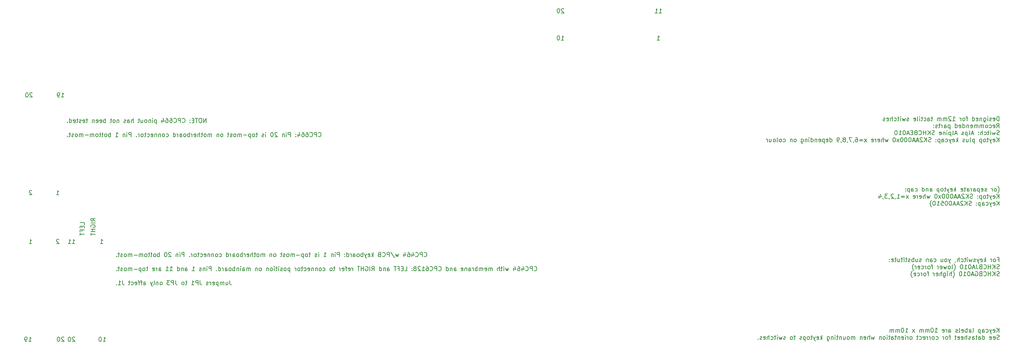
<source format=gbo>
G04 #@! TF.GenerationSoftware,KiCad,Pcbnew,(5.1.12)-1*
G04 #@! TF.CreationDate,2024-09-28T15:58:51+01:00*
G04 #@! TF.ProjectId,Keyboard,4b657962-6f61-4726-942e-6b696361645f,rev?*
G04 #@! TF.SameCoordinates,Original*
G04 #@! TF.FileFunction,Legend,Bot*
G04 #@! TF.FilePolarity,Positive*
%FSLAX46Y46*%
G04 Gerber Fmt 4.6, Leading zero omitted, Abs format (unit mm)*
G04 Created by KiCad (PCBNEW (5.1.12)-1) date 2024-09-28 15:58:51*
%MOMM*%
%LPD*%
G01*
G04 APERTURE LIST*
%ADD10C,0.150000*%
G04 APERTURE END LIST*
D10*
X97534166Y-97862380D02*
X97534166Y-96862380D01*
X96962738Y-97862380D01*
X96962738Y-96862380D01*
X96296071Y-96862380D02*
X96105595Y-96862380D01*
X96010357Y-96910000D01*
X95915119Y-97005238D01*
X95867500Y-97195714D01*
X95867500Y-97529047D01*
X95915119Y-97719523D01*
X96010357Y-97814761D01*
X96105595Y-97862380D01*
X96296071Y-97862380D01*
X96391309Y-97814761D01*
X96486547Y-97719523D01*
X96534166Y-97529047D01*
X96534166Y-97195714D01*
X96486547Y-97005238D01*
X96391309Y-96910000D01*
X96296071Y-96862380D01*
X95581785Y-96862380D02*
X95010357Y-96862380D01*
X95296071Y-97862380D02*
X95296071Y-96862380D01*
X94677023Y-97338571D02*
X94343690Y-97338571D01*
X94200833Y-97862380D02*
X94677023Y-97862380D01*
X94677023Y-96862380D01*
X94200833Y-96862380D01*
X93772261Y-97767142D02*
X93724642Y-97814761D01*
X93772261Y-97862380D01*
X93819880Y-97814761D01*
X93772261Y-97767142D01*
X93772261Y-97862380D01*
X93772261Y-97243333D02*
X93724642Y-97290952D01*
X93772261Y-97338571D01*
X93819880Y-97290952D01*
X93772261Y-97243333D01*
X93772261Y-97338571D01*
X91962738Y-97767142D02*
X92010357Y-97814761D01*
X92153214Y-97862380D01*
X92248452Y-97862380D01*
X92391309Y-97814761D01*
X92486547Y-97719523D01*
X92534166Y-97624285D01*
X92581785Y-97433809D01*
X92581785Y-97290952D01*
X92534166Y-97100476D01*
X92486547Y-97005238D01*
X92391309Y-96910000D01*
X92248452Y-96862380D01*
X92153214Y-96862380D01*
X92010357Y-96910000D01*
X91962738Y-96957619D01*
X91534166Y-97862380D02*
X91534166Y-96862380D01*
X91153214Y-96862380D01*
X91057976Y-96910000D01*
X91010357Y-96957619D01*
X90962738Y-97052857D01*
X90962738Y-97195714D01*
X91010357Y-97290952D01*
X91057976Y-97338571D01*
X91153214Y-97386190D01*
X91534166Y-97386190D01*
X89962738Y-97767142D02*
X90010357Y-97814761D01*
X90153214Y-97862380D01*
X90248452Y-97862380D01*
X90391309Y-97814761D01*
X90486547Y-97719523D01*
X90534166Y-97624285D01*
X90581785Y-97433809D01*
X90581785Y-97290952D01*
X90534166Y-97100476D01*
X90486547Y-97005238D01*
X90391309Y-96910000D01*
X90248452Y-96862380D01*
X90153214Y-96862380D01*
X90010357Y-96910000D01*
X89962738Y-96957619D01*
X89105595Y-96862380D02*
X89296071Y-96862380D01*
X89391309Y-96910000D01*
X89438928Y-96957619D01*
X89534166Y-97100476D01*
X89581785Y-97290952D01*
X89581785Y-97671904D01*
X89534166Y-97767142D01*
X89486547Y-97814761D01*
X89391309Y-97862380D01*
X89200833Y-97862380D01*
X89105595Y-97814761D01*
X89057976Y-97767142D01*
X89010357Y-97671904D01*
X89010357Y-97433809D01*
X89057976Y-97338571D01*
X89105595Y-97290952D01*
X89200833Y-97243333D01*
X89391309Y-97243333D01*
X89486547Y-97290952D01*
X89534166Y-97338571D01*
X89581785Y-97433809D01*
X88153214Y-96862380D02*
X88343690Y-96862380D01*
X88438928Y-96910000D01*
X88486547Y-96957619D01*
X88581785Y-97100476D01*
X88629404Y-97290952D01*
X88629404Y-97671904D01*
X88581785Y-97767142D01*
X88534166Y-97814761D01*
X88438928Y-97862380D01*
X88248452Y-97862380D01*
X88153214Y-97814761D01*
X88105595Y-97767142D01*
X88057976Y-97671904D01*
X88057976Y-97433809D01*
X88105595Y-97338571D01*
X88153214Y-97290952D01*
X88248452Y-97243333D01*
X88438928Y-97243333D01*
X88534166Y-97290952D01*
X88581785Y-97338571D01*
X88629404Y-97433809D01*
X87200833Y-97195714D02*
X87200833Y-97862380D01*
X87438928Y-96814761D02*
X87677023Y-97529047D01*
X87057976Y-97529047D01*
X85915119Y-97195714D02*
X85915119Y-98195714D01*
X85915119Y-97243333D02*
X85819880Y-97195714D01*
X85629404Y-97195714D01*
X85534166Y-97243333D01*
X85486547Y-97290952D01*
X85438928Y-97386190D01*
X85438928Y-97671904D01*
X85486547Y-97767142D01*
X85534166Y-97814761D01*
X85629404Y-97862380D01*
X85819880Y-97862380D01*
X85915119Y-97814761D01*
X85010357Y-97862380D02*
X85010357Y-97195714D01*
X85010357Y-96862380D02*
X85057976Y-96910000D01*
X85010357Y-96957619D01*
X84962738Y-96910000D01*
X85010357Y-96862380D01*
X85010357Y-96957619D01*
X84534166Y-97195714D02*
X84534166Y-97862380D01*
X84534166Y-97290952D02*
X84486547Y-97243333D01*
X84391309Y-97195714D01*
X84248452Y-97195714D01*
X84153214Y-97243333D01*
X84105595Y-97338571D01*
X84105595Y-97862380D01*
X83486547Y-97862380D02*
X83581785Y-97814761D01*
X83629404Y-97767142D01*
X83677023Y-97671904D01*
X83677023Y-97386190D01*
X83629404Y-97290952D01*
X83581785Y-97243333D01*
X83486547Y-97195714D01*
X83343690Y-97195714D01*
X83248452Y-97243333D01*
X83200833Y-97290952D01*
X83153214Y-97386190D01*
X83153214Y-97671904D01*
X83200833Y-97767142D01*
X83248452Y-97814761D01*
X83343690Y-97862380D01*
X83486547Y-97862380D01*
X82296071Y-97195714D02*
X82296071Y-97862380D01*
X82724642Y-97195714D02*
X82724642Y-97719523D01*
X82677023Y-97814761D01*
X82581785Y-97862380D01*
X82438928Y-97862380D01*
X82343690Y-97814761D01*
X82296071Y-97767142D01*
X81962738Y-97195714D02*
X81581785Y-97195714D01*
X81819880Y-96862380D02*
X81819880Y-97719523D01*
X81772261Y-97814761D01*
X81677023Y-97862380D01*
X81581785Y-97862380D01*
X80486547Y-97862380D02*
X80486547Y-96862380D01*
X80057976Y-97862380D02*
X80057976Y-97338571D01*
X80105595Y-97243333D01*
X80200833Y-97195714D01*
X80343690Y-97195714D01*
X80438928Y-97243333D01*
X80486547Y-97290952D01*
X79153214Y-97862380D02*
X79153214Y-97338571D01*
X79200833Y-97243333D01*
X79296071Y-97195714D01*
X79486547Y-97195714D01*
X79581785Y-97243333D01*
X79153214Y-97814761D02*
X79248452Y-97862380D01*
X79486547Y-97862380D01*
X79581785Y-97814761D01*
X79629404Y-97719523D01*
X79629404Y-97624285D01*
X79581785Y-97529047D01*
X79486547Y-97481428D01*
X79248452Y-97481428D01*
X79153214Y-97433809D01*
X78724642Y-97814761D02*
X78629404Y-97862380D01*
X78438928Y-97862380D01*
X78343690Y-97814761D01*
X78296071Y-97719523D01*
X78296071Y-97671904D01*
X78343690Y-97576666D01*
X78438928Y-97529047D01*
X78581785Y-97529047D01*
X78677023Y-97481428D01*
X78724642Y-97386190D01*
X78724642Y-97338571D01*
X78677023Y-97243333D01*
X78581785Y-97195714D01*
X78438928Y-97195714D01*
X78343690Y-97243333D01*
X77105595Y-97195714D02*
X77105595Y-97862380D01*
X77105595Y-97290952D02*
X77057976Y-97243333D01*
X76962738Y-97195714D01*
X76819880Y-97195714D01*
X76724642Y-97243333D01*
X76677023Y-97338571D01*
X76677023Y-97862380D01*
X76057976Y-97862380D02*
X76153214Y-97814761D01*
X76200833Y-97767142D01*
X76248452Y-97671904D01*
X76248452Y-97386190D01*
X76200833Y-97290952D01*
X76153214Y-97243333D01*
X76057976Y-97195714D01*
X75915119Y-97195714D01*
X75819880Y-97243333D01*
X75772261Y-97290952D01*
X75724642Y-97386190D01*
X75724642Y-97671904D01*
X75772261Y-97767142D01*
X75819880Y-97814761D01*
X75915119Y-97862380D01*
X76057976Y-97862380D01*
X75438928Y-97195714D02*
X75057976Y-97195714D01*
X75296071Y-96862380D02*
X75296071Y-97719523D01*
X75248452Y-97814761D01*
X75153214Y-97862380D01*
X75057976Y-97862380D01*
X73962738Y-97862380D02*
X73962738Y-96862380D01*
X73962738Y-97243333D02*
X73867500Y-97195714D01*
X73677023Y-97195714D01*
X73581785Y-97243333D01*
X73534166Y-97290952D01*
X73486547Y-97386190D01*
X73486547Y-97671904D01*
X73534166Y-97767142D01*
X73581785Y-97814761D01*
X73677023Y-97862380D01*
X73867500Y-97862380D01*
X73962738Y-97814761D01*
X72677023Y-97814761D02*
X72772261Y-97862380D01*
X72962738Y-97862380D01*
X73057976Y-97814761D01*
X73105595Y-97719523D01*
X73105595Y-97338571D01*
X73057976Y-97243333D01*
X72962738Y-97195714D01*
X72772261Y-97195714D01*
X72677023Y-97243333D01*
X72629404Y-97338571D01*
X72629404Y-97433809D01*
X73105595Y-97529047D01*
X71819880Y-97814761D02*
X71915119Y-97862380D01*
X72105595Y-97862380D01*
X72200833Y-97814761D01*
X72248452Y-97719523D01*
X72248452Y-97338571D01*
X72200833Y-97243333D01*
X72105595Y-97195714D01*
X71915119Y-97195714D01*
X71819880Y-97243333D01*
X71772261Y-97338571D01*
X71772261Y-97433809D01*
X72248452Y-97529047D01*
X71343690Y-97195714D02*
X71343690Y-97862380D01*
X71343690Y-97290952D02*
X71296071Y-97243333D01*
X71200833Y-97195714D01*
X71057976Y-97195714D01*
X70962738Y-97243333D01*
X70915119Y-97338571D01*
X70915119Y-97862380D01*
X69819880Y-97195714D02*
X69438928Y-97195714D01*
X69677023Y-96862380D02*
X69677023Y-97719523D01*
X69629404Y-97814761D01*
X69534166Y-97862380D01*
X69438928Y-97862380D01*
X68724642Y-97814761D02*
X68819880Y-97862380D01*
X69010357Y-97862380D01*
X69105595Y-97814761D01*
X69153214Y-97719523D01*
X69153214Y-97338571D01*
X69105595Y-97243333D01*
X69010357Y-97195714D01*
X68819880Y-97195714D01*
X68724642Y-97243333D01*
X68677023Y-97338571D01*
X68677023Y-97433809D01*
X69153214Y-97529047D01*
X68296071Y-97814761D02*
X68200833Y-97862380D01*
X68010357Y-97862380D01*
X67915119Y-97814761D01*
X67867500Y-97719523D01*
X67867500Y-97671904D01*
X67915119Y-97576666D01*
X68010357Y-97529047D01*
X68153214Y-97529047D01*
X68248452Y-97481428D01*
X68296071Y-97386190D01*
X68296071Y-97338571D01*
X68248452Y-97243333D01*
X68153214Y-97195714D01*
X68010357Y-97195714D01*
X67915119Y-97243333D01*
X67581785Y-97195714D02*
X67200833Y-97195714D01*
X67438928Y-96862380D02*
X67438928Y-97719523D01*
X67391309Y-97814761D01*
X67296071Y-97862380D01*
X67200833Y-97862380D01*
X66486547Y-97814761D02*
X66581785Y-97862380D01*
X66772261Y-97862380D01*
X66867500Y-97814761D01*
X66915119Y-97719523D01*
X66915119Y-97338571D01*
X66867500Y-97243333D01*
X66772261Y-97195714D01*
X66581785Y-97195714D01*
X66486547Y-97243333D01*
X66438928Y-97338571D01*
X66438928Y-97433809D01*
X66915119Y-97529047D01*
X65581785Y-97862380D02*
X65581785Y-96862380D01*
X65581785Y-97814761D02*
X65677023Y-97862380D01*
X65867500Y-97862380D01*
X65962738Y-97814761D01*
X66010357Y-97767142D01*
X66057976Y-97671904D01*
X66057976Y-97386190D01*
X66010357Y-97290952D01*
X65962738Y-97243333D01*
X65867500Y-97195714D01*
X65677023Y-97195714D01*
X65581785Y-97243333D01*
X65105595Y-97767142D02*
X65057976Y-97814761D01*
X65105595Y-97862380D01*
X65153214Y-97814761D01*
X65105595Y-97767142D01*
X65105595Y-97862380D01*
X123772261Y-101067142D02*
X123819880Y-101114761D01*
X123962738Y-101162380D01*
X124057976Y-101162380D01*
X124200833Y-101114761D01*
X124296071Y-101019523D01*
X124343690Y-100924285D01*
X124391309Y-100733809D01*
X124391309Y-100590952D01*
X124343690Y-100400476D01*
X124296071Y-100305238D01*
X124200833Y-100210000D01*
X124057976Y-100162380D01*
X123962738Y-100162380D01*
X123819880Y-100210000D01*
X123772261Y-100257619D01*
X123343690Y-101162380D02*
X123343690Y-100162380D01*
X122962738Y-100162380D01*
X122867499Y-100210000D01*
X122819880Y-100257619D01*
X122772261Y-100352857D01*
X122772261Y-100495714D01*
X122819880Y-100590952D01*
X122867499Y-100638571D01*
X122962738Y-100686190D01*
X123343690Y-100686190D01*
X121772261Y-101067142D02*
X121819880Y-101114761D01*
X121962738Y-101162380D01*
X122057976Y-101162380D01*
X122200833Y-101114761D01*
X122296071Y-101019523D01*
X122343690Y-100924285D01*
X122391309Y-100733809D01*
X122391309Y-100590952D01*
X122343690Y-100400476D01*
X122296071Y-100305238D01*
X122200833Y-100210000D01*
X122057976Y-100162380D01*
X121962738Y-100162380D01*
X121819880Y-100210000D01*
X121772261Y-100257619D01*
X120915119Y-100162380D02*
X121105595Y-100162380D01*
X121200833Y-100210000D01*
X121248452Y-100257619D01*
X121343690Y-100400476D01*
X121391309Y-100590952D01*
X121391309Y-100971904D01*
X121343690Y-101067142D01*
X121296071Y-101114761D01*
X121200833Y-101162380D01*
X121010357Y-101162380D01*
X120915119Y-101114761D01*
X120867499Y-101067142D01*
X120819880Y-100971904D01*
X120819880Y-100733809D01*
X120867499Y-100638571D01*
X120915119Y-100590952D01*
X121010357Y-100543333D01*
X121200833Y-100543333D01*
X121296071Y-100590952D01*
X121343690Y-100638571D01*
X121391309Y-100733809D01*
X119962738Y-100162380D02*
X120153214Y-100162380D01*
X120248452Y-100210000D01*
X120296071Y-100257619D01*
X120391309Y-100400476D01*
X120438928Y-100590952D01*
X120438928Y-100971904D01*
X120391309Y-101067142D01*
X120343690Y-101114761D01*
X120248452Y-101162380D01*
X120057976Y-101162380D01*
X119962738Y-101114761D01*
X119915119Y-101067142D01*
X119867499Y-100971904D01*
X119867499Y-100733809D01*
X119915119Y-100638571D01*
X119962738Y-100590952D01*
X120057976Y-100543333D01*
X120248452Y-100543333D01*
X120343690Y-100590952D01*
X120391309Y-100638571D01*
X120438928Y-100733809D01*
X119010357Y-100495714D02*
X119010357Y-101162380D01*
X119248452Y-100114761D02*
X119486547Y-100829047D01*
X118867499Y-100829047D01*
X118486547Y-101067142D02*
X118438928Y-101114761D01*
X118486547Y-101162380D01*
X118534166Y-101114761D01*
X118486547Y-101067142D01*
X118486547Y-101162380D01*
X118486547Y-100543333D02*
X118438928Y-100590952D01*
X118486547Y-100638571D01*
X118534166Y-100590952D01*
X118486547Y-100543333D01*
X118486547Y-100638571D01*
X117248452Y-101162380D02*
X117248452Y-100162380D01*
X116867499Y-100162380D01*
X116772261Y-100210000D01*
X116724642Y-100257619D01*
X116677023Y-100352857D01*
X116677023Y-100495714D01*
X116724642Y-100590952D01*
X116772261Y-100638571D01*
X116867499Y-100686190D01*
X117248452Y-100686190D01*
X116248452Y-101162380D02*
X116248452Y-100495714D01*
X116248452Y-100162380D02*
X116296071Y-100210000D01*
X116248452Y-100257619D01*
X116200833Y-100210000D01*
X116248452Y-100162380D01*
X116248452Y-100257619D01*
X115772261Y-100495714D02*
X115772261Y-101162380D01*
X115772261Y-100590952D02*
X115724642Y-100543333D01*
X115629404Y-100495714D01*
X115486547Y-100495714D01*
X115391309Y-100543333D01*
X115343690Y-100638571D01*
X115343690Y-101162380D01*
X114153214Y-100257619D02*
X114105595Y-100210000D01*
X114010357Y-100162380D01*
X113772261Y-100162380D01*
X113677023Y-100210000D01*
X113629404Y-100257619D01*
X113581785Y-100352857D01*
X113581785Y-100448095D01*
X113629404Y-100590952D01*
X114200833Y-101162380D01*
X113581785Y-101162380D01*
X112962738Y-100162380D02*
X112867499Y-100162380D01*
X112772261Y-100210000D01*
X112724642Y-100257619D01*
X112677023Y-100352857D01*
X112629404Y-100543333D01*
X112629404Y-100781428D01*
X112677023Y-100971904D01*
X112724642Y-101067142D01*
X112772261Y-101114761D01*
X112867499Y-101162380D01*
X112962738Y-101162380D01*
X113057976Y-101114761D01*
X113105595Y-101067142D01*
X113153214Y-100971904D01*
X113200833Y-100781428D01*
X113200833Y-100543333D01*
X113153214Y-100352857D01*
X113105595Y-100257619D01*
X113057976Y-100210000D01*
X112962738Y-100162380D01*
X111438928Y-101162380D02*
X111438928Y-100495714D01*
X111438928Y-100162380D02*
X111486547Y-100210000D01*
X111438928Y-100257619D01*
X111391309Y-100210000D01*
X111438928Y-100162380D01*
X111438928Y-100257619D01*
X111010357Y-101114761D02*
X110915119Y-101162380D01*
X110724642Y-101162380D01*
X110629404Y-101114761D01*
X110581785Y-101019523D01*
X110581785Y-100971904D01*
X110629404Y-100876666D01*
X110724642Y-100829047D01*
X110867499Y-100829047D01*
X110962738Y-100781428D01*
X111010357Y-100686190D01*
X111010357Y-100638571D01*
X110962738Y-100543333D01*
X110867499Y-100495714D01*
X110724642Y-100495714D01*
X110629404Y-100543333D01*
X109534166Y-100495714D02*
X109153214Y-100495714D01*
X109391309Y-100162380D02*
X109391309Y-101019523D01*
X109343690Y-101114761D01*
X109248452Y-101162380D01*
X109153214Y-101162380D01*
X108677023Y-101162380D02*
X108772261Y-101114761D01*
X108819880Y-101067142D01*
X108867499Y-100971904D01*
X108867499Y-100686190D01*
X108819880Y-100590952D01*
X108772261Y-100543333D01*
X108677023Y-100495714D01*
X108534166Y-100495714D01*
X108438928Y-100543333D01*
X108391309Y-100590952D01*
X108343690Y-100686190D01*
X108343690Y-100971904D01*
X108391309Y-101067142D01*
X108438928Y-101114761D01*
X108534166Y-101162380D01*
X108677023Y-101162380D01*
X107915119Y-100495714D02*
X107915119Y-101495714D01*
X107915119Y-100543333D02*
X107819880Y-100495714D01*
X107629404Y-100495714D01*
X107534166Y-100543333D01*
X107486547Y-100590952D01*
X107438928Y-100686190D01*
X107438928Y-100971904D01*
X107486547Y-101067142D01*
X107534166Y-101114761D01*
X107629404Y-101162380D01*
X107819880Y-101162380D01*
X107915119Y-101114761D01*
X107010357Y-100781428D02*
X106248452Y-100781428D01*
X105772261Y-101162380D02*
X105772261Y-100495714D01*
X105772261Y-100590952D02*
X105724642Y-100543333D01*
X105629404Y-100495714D01*
X105486547Y-100495714D01*
X105391309Y-100543333D01*
X105343690Y-100638571D01*
X105343690Y-101162380D01*
X105343690Y-100638571D02*
X105296071Y-100543333D01*
X105200833Y-100495714D01*
X105057976Y-100495714D01*
X104962738Y-100543333D01*
X104915119Y-100638571D01*
X104915119Y-101162380D01*
X104296071Y-101162380D02*
X104391309Y-101114761D01*
X104438928Y-101067142D01*
X104486547Y-100971904D01*
X104486547Y-100686190D01*
X104438928Y-100590952D01*
X104391309Y-100543333D01*
X104296071Y-100495714D01*
X104153214Y-100495714D01*
X104057976Y-100543333D01*
X104010357Y-100590952D01*
X103962738Y-100686190D01*
X103962738Y-100971904D01*
X104010357Y-101067142D01*
X104057976Y-101114761D01*
X104153214Y-101162380D01*
X104296071Y-101162380D01*
X103581785Y-101114761D02*
X103486547Y-101162380D01*
X103296071Y-101162380D01*
X103200833Y-101114761D01*
X103153214Y-101019523D01*
X103153214Y-100971904D01*
X103200833Y-100876666D01*
X103296071Y-100829047D01*
X103438928Y-100829047D01*
X103534166Y-100781428D01*
X103581785Y-100686190D01*
X103581785Y-100638571D01*
X103534166Y-100543333D01*
X103438928Y-100495714D01*
X103296071Y-100495714D01*
X103200833Y-100543333D01*
X102867499Y-100495714D02*
X102486547Y-100495714D01*
X102724642Y-100162380D02*
X102724642Y-101019523D01*
X102677023Y-101114761D01*
X102581785Y-101162380D01*
X102486547Y-101162380D01*
X101248452Y-101162380D02*
X101343690Y-101114761D01*
X101391309Y-101067142D01*
X101438928Y-100971904D01*
X101438928Y-100686190D01*
X101391309Y-100590952D01*
X101343690Y-100543333D01*
X101248452Y-100495714D01*
X101105595Y-100495714D01*
X101010357Y-100543333D01*
X100962738Y-100590952D01*
X100915119Y-100686190D01*
X100915119Y-100971904D01*
X100962738Y-101067142D01*
X101010357Y-101114761D01*
X101105595Y-101162380D01*
X101248452Y-101162380D01*
X100486547Y-100495714D02*
X100486547Y-101162380D01*
X100486547Y-100590952D02*
X100438928Y-100543333D01*
X100343690Y-100495714D01*
X100200833Y-100495714D01*
X100105595Y-100543333D01*
X100057976Y-100638571D01*
X100057976Y-101162380D01*
X98819880Y-101162380D02*
X98819880Y-100495714D01*
X98819880Y-100590952D02*
X98772261Y-100543333D01*
X98677023Y-100495714D01*
X98534166Y-100495714D01*
X98438928Y-100543333D01*
X98391309Y-100638571D01*
X98391309Y-101162380D01*
X98391309Y-100638571D02*
X98343690Y-100543333D01*
X98248452Y-100495714D01*
X98105595Y-100495714D01*
X98010357Y-100543333D01*
X97962738Y-100638571D01*
X97962738Y-101162380D01*
X97343690Y-101162380D02*
X97438928Y-101114761D01*
X97486547Y-101067142D01*
X97534166Y-100971904D01*
X97534166Y-100686190D01*
X97486547Y-100590952D01*
X97438928Y-100543333D01*
X97343690Y-100495714D01*
X97200833Y-100495714D01*
X97105595Y-100543333D01*
X97057976Y-100590952D01*
X97010357Y-100686190D01*
X97010357Y-100971904D01*
X97057976Y-101067142D01*
X97105595Y-101114761D01*
X97200833Y-101162380D01*
X97343690Y-101162380D01*
X96724642Y-100495714D02*
X96343690Y-100495714D01*
X96581785Y-100162380D02*
X96581785Y-101019523D01*
X96534166Y-101114761D01*
X96438928Y-101162380D01*
X96343690Y-101162380D01*
X96010357Y-101162380D02*
X96010357Y-100162380D01*
X95581785Y-101162380D02*
X95581785Y-100638571D01*
X95629404Y-100543333D01*
X95724642Y-100495714D01*
X95867499Y-100495714D01*
X95962738Y-100543333D01*
X96010357Y-100590952D01*
X94724642Y-101114761D02*
X94819880Y-101162380D01*
X95010357Y-101162380D01*
X95105595Y-101114761D01*
X95153214Y-101019523D01*
X95153214Y-100638571D01*
X95105595Y-100543333D01*
X95010357Y-100495714D01*
X94819880Y-100495714D01*
X94724642Y-100543333D01*
X94677023Y-100638571D01*
X94677023Y-100733809D01*
X95153214Y-100829047D01*
X94248452Y-101162380D02*
X94248452Y-100495714D01*
X94248452Y-100686190D02*
X94200833Y-100590952D01*
X94153214Y-100543333D01*
X94057976Y-100495714D01*
X93962738Y-100495714D01*
X93629404Y-101162380D02*
X93629404Y-100162380D01*
X93629404Y-100543333D02*
X93534166Y-100495714D01*
X93343690Y-100495714D01*
X93248452Y-100543333D01*
X93200833Y-100590952D01*
X93153214Y-100686190D01*
X93153214Y-100971904D01*
X93200833Y-101067142D01*
X93248452Y-101114761D01*
X93343690Y-101162380D01*
X93534166Y-101162380D01*
X93629404Y-101114761D01*
X92581785Y-101162380D02*
X92677023Y-101114761D01*
X92724642Y-101067142D01*
X92772261Y-100971904D01*
X92772261Y-100686190D01*
X92724642Y-100590952D01*
X92677023Y-100543333D01*
X92581785Y-100495714D01*
X92438928Y-100495714D01*
X92343690Y-100543333D01*
X92296071Y-100590952D01*
X92248452Y-100686190D01*
X92248452Y-100971904D01*
X92296071Y-101067142D01*
X92343690Y-101114761D01*
X92438928Y-101162380D01*
X92581785Y-101162380D01*
X91391309Y-101162380D02*
X91391309Y-100638571D01*
X91438928Y-100543333D01*
X91534166Y-100495714D01*
X91724642Y-100495714D01*
X91819880Y-100543333D01*
X91391309Y-101114761D02*
X91486547Y-101162380D01*
X91724642Y-101162380D01*
X91819880Y-101114761D01*
X91867499Y-101019523D01*
X91867499Y-100924285D01*
X91819880Y-100829047D01*
X91724642Y-100781428D01*
X91486547Y-100781428D01*
X91391309Y-100733809D01*
X90915119Y-101162380D02*
X90915119Y-100495714D01*
X90915119Y-100686190D02*
X90867499Y-100590952D01*
X90819880Y-100543333D01*
X90724642Y-100495714D01*
X90629404Y-100495714D01*
X89867499Y-101162380D02*
X89867499Y-100162380D01*
X89867499Y-101114761D02*
X89962738Y-101162380D01*
X90153214Y-101162380D01*
X90248452Y-101114761D01*
X90296071Y-101067142D01*
X90343690Y-100971904D01*
X90343690Y-100686190D01*
X90296071Y-100590952D01*
X90248452Y-100543333D01*
X90153214Y-100495714D01*
X89962738Y-100495714D01*
X89867499Y-100543333D01*
X88200833Y-101114761D02*
X88296071Y-101162380D01*
X88486547Y-101162380D01*
X88581785Y-101114761D01*
X88629404Y-101067142D01*
X88677023Y-100971904D01*
X88677023Y-100686190D01*
X88629404Y-100590952D01*
X88581785Y-100543333D01*
X88486547Y-100495714D01*
X88296071Y-100495714D01*
X88200833Y-100543333D01*
X87629404Y-101162380D02*
X87724642Y-101114761D01*
X87772261Y-101067142D01*
X87819880Y-100971904D01*
X87819880Y-100686190D01*
X87772261Y-100590952D01*
X87724642Y-100543333D01*
X87629404Y-100495714D01*
X87486547Y-100495714D01*
X87391309Y-100543333D01*
X87343690Y-100590952D01*
X87296071Y-100686190D01*
X87296071Y-100971904D01*
X87343690Y-101067142D01*
X87391309Y-101114761D01*
X87486547Y-101162380D01*
X87629404Y-101162380D01*
X86867499Y-100495714D02*
X86867499Y-101162380D01*
X86867499Y-100590952D02*
X86819880Y-100543333D01*
X86724642Y-100495714D01*
X86581785Y-100495714D01*
X86486547Y-100543333D01*
X86438928Y-100638571D01*
X86438928Y-101162380D01*
X85962738Y-100495714D02*
X85962738Y-101162380D01*
X85962738Y-100590952D02*
X85915119Y-100543333D01*
X85819880Y-100495714D01*
X85677023Y-100495714D01*
X85581785Y-100543333D01*
X85534166Y-100638571D01*
X85534166Y-101162380D01*
X84677023Y-101114761D02*
X84772261Y-101162380D01*
X84962738Y-101162380D01*
X85057976Y-101114761D01*
X85105595Y-101019523D01*
X85105595Y-100638571D01*
X85057976Y-100543333D01*
X84962738Y-100495714D01*
X84772261Y-100495714D01*
X84677023Y-100543333D01*
X84629404Y-100638571D01*
X84629404Y-100733809D01*
X85105595Y-100829047D01*
X83772261Y-101114761D02*
X83867499Y-101162380D01*
X84057976Y-101162380D01*
X84153214Y-101114761D01*
X84200833Y-101067142D01*
X84248452Y-100971904D01*
X84248452Y-100686190D01*
X84200833Y-100590952D01*
X84153214Y-100543333D01*
X84057976Y-100495714D01*
X83867499Y-100495714D01*
X83772261Y-100543333D01*
X83486547Y-100495714D02*
X83105595Y-100495714D01*
X83343690Y-100162380D02*
X83343690Y-101019523D01*
X83296071Y-101114761D01*
X83200833Y-101162380D01*
X83105595Y-101162380D01*
X82629404Y-101162380D02*
X82724642Y-101114761D01*
X82772261Y-101067142D01*
X82819880Y-100971904D01*
X82819880Y-100686190D01*
X82772261Y-100590952D01*
X82724642Y-100543333D01*
X82629404Y-100495714D01*
X82486547Y-100495714D01*
X82391309Y-100543333D01*
X82343690Y-100590952D01*
X82296071Y-100686190D01*
X82296071Y-100971904D01*
X82343690Y-101067142D01*
X82391309Y-101114761D01*
X82486547Y-101162380D01*
X82629404Y-101162380D01*
X81867499Y-101162380D02*
X81867499Y-100495714D01*
X81867499Y-100686190D02*
X81819880Y-100590952D01*
X81772261Y-100543333D01*
X81677023Y-100495714D01*
X81581785Y-100495714D01*
X81248452Y-101067142D02*
X81200833Y-101114761D01*
X81248452Y-101162380D01*
X81296071Y-101114761D01*
X81248452Y-101067142D01*
X81248452Y-101162380D01*
X80010357Y-101162380D02*
X80010357Y-100162380D01*
X79629404Y-100162380D01*
X79534166Y-100210000D01*
X79486547Y-100257619D01*
X79438928Y-100352857D01*
X79438928Y-100495714D01*
X79486547Y-100590952D01*
X79534166Y-100638571D01*
X79629404Y-100686190D01*
X80010357Y-100686190D01*
X79010357Y-101162380D02*
X79010357Y-100495714D01*
X79010357Y-100162380D02*
X79057976Y-100210000D01*
X79010357Y-100257619D01*
X78962738Y-100210000D01*
X79010357Y-100162380D01*
X79010357Y-100257619D01*
X78534166Y-100495714D02*
X78534166Y-101162380D01*
X78534166Y-100590952D02*
X78486547Y-100543333D01*
X78391309Y-100495714D01*
X78248452Y-100495714D01*
X78153214Y-100543333D01*
X78105595Y-100638571D01*
X78105595Y-101162380D01*
X76343690Y-101162380D02*
X76915119Y-101162380D01*
X76629404Y-101162380D02*
X76629404Y-100162380D01*
X76724642Y-100305238D01*
X76819880Y-100400476D01*
X76915119Y-100448095D01*
X75153214Y-101162380D02*
X75153214Y-100162380D01*
X75153214Y-100543333D02*
X75057976Y-100495714D01*
X74867500Y-100495714D01*
X74772261Y-100543333D01*
X74724642Y-100590952D01*
X74677023Y-100686190D01*
X74677023Y-100971904D01*
X74724642Y-101067142D01*
X74772261Y-101114761D01*
X74867500Y-101162380D01*
X75057976Y-101162380D01*
X75153214Y-101114761D01*
X74105595Y-101162380D02*
X74200833Y-101114761D01*
X74248452Y-101067142D01*
X74296071Y-100971904D01*
X74296071Y-100686190D01*
X74248452Y-100590952D01*
X74200833Y-100543333D01*
X74105595Y-100495714D01*
X73962738Y-100495714D01*
X73867500Y-100543333D01*
X73819880Y-100590952D01*
X73772261Y-100686190D01*
X73772261Y-100971904D01*
X73819880Y-101067142D01*
X73867500Y-101114761D01*
X73962738Y-101162380D01*
X74105595Y-101162380D01*
X73486547Y-100495714D02*
X73105595Y-100495714D01*
X73343690Y-100162380D02*
X73343690Y-101019523D01*
X73296071Y-101114761D01*
X73200833Y-101162380D01*
X73105595Y-101162380D01*
X72915119Y-100495714D02*
X72534166Y-100495714D01*
X72772261Y-100162380D02*
X72772261Y-101019523D01*
X72724642Y-101114761D01*
X72629404Y-101162380D01*
X72534166Y-101162380D01*
X72057976Y-101162380D02*
X72153214Y-101114761D01*
X72200833Y-101067142D01*
X72248452Y-100971904D01*
X72248452Y-100686190D01*
X72200833Y-100590952D01*
X72153214Y-100543333D01*
X72057976Y-100495714D01*
X71915119Y-100495714D01*
X71819880Y-100543333D01*
X71772261Y-100590952D01*
X71724642Y-100686190D01*
X71724642Y-100971904D01*
X71772261Y-101067142D01*
X71819880Y-101114761D01*
X71915119Y-101162380D01*
X72057976Y-101162380D01*
X71296071Y-101162380D02*
X71296071Y-100495714D01*
X71296071Y-100590952D02*
X71248452Y-100543333D01*
X71153214Y-100495714D01*
X71010357Y-100495714D01*
X70915119Y-100543333D01*
X70867500Y-100638571D01*
X70867500Y-101162380D01*
X70867500Y-100638571D02*
X70819880Y-100543333D01*
X70724642Y-100495714D01*
X70581785Y-100495714D01*
X70486547Y-100543333D01*
X70438928Y-100638571D01*
X70438928Y-101162380D01*
X69962738Y-100781428D02*
X69200833Y-100781428D01*
X68724642Y-101162380D02*
X68724642Y-100495714D01*
X68724642Y-100590952D02*
X68677023Y-100543333D01*
X68581785Y-100495714D01*
X68438928Y-100495714D01*
X68343690Y-100543333D01*
X68296071Y-100638571D01*
X68296071Y-101162380D01*
X68296071Y-100638571D02*
X68248452Y-100543333D01*
X68153214Y-100495714D01*
X68010357Y-100495714D01*
X67915119Y-100543333D01*
X67867500Y-100638571D01*
X67867500Y-101162380D01*
X67248452Y-101162380D02*
X67343690Y-101114761D01*
X67391309Y-101067142D01*
X67438928Y-100971904D01*
X67438928Y-100686190D01*
X67391309Y-100590952D01*
X67343690Y-100543333D01*
X67248452Y-100495714D01*
X67105595Y-100495714D01*
X67010357Y-100543333D01*
X66962738Y-100590952D01*
X66915119Y-100686190D01*
X66915119Y-100971904D01*
X66962738Y-101067142D01*
X67010357Y-101114761D01*
X67105595Y-101162380D01*
X67248452Y-101162380D01*
X66534166Y-101114761D02*
X66438928Y-101162380D01*
X66248452Y-101162380D01*
X66153214Y-101114761D01*
X66105595Y-101019523D01*
X66105595Y-100971904D01*
X66153214Y-100876666D01*
X66248452Y-100829047D01*
X66391309Y-100829047D01*
X66486547Y-100781428D01*
X66534166Y-100686190D01*
X66534166Y-100638571D01*
X66486547Y-100543333D01*
X66391309Y-100495714D01*
X66248452Y-100495714D01*
X66153214Y-100543333D01*
X65819880Y-100495714D02*
X65438928Y-100495714D01*
X65677023Y-100162380D02*
X65677023Y-101019523D01*
X65629404Y-101114761D01*
X65534166Y-101162380D01*
X65438928Y-101162380D01*
X65105595Y-101067142D02*
X65057976Y-101114761D01*
X65105595Y-101162380D01*
X65153214Y-101114761D01*
X65105595Y-101067142D01*
X65105595Y-101162380D01*
X148487976Y-129137142D02*
X148535595Y-129184761D01*
X148678452Y-129232380D01*
X148773690Y-129232380D01*
X148916547Y-129184761D01*
X149011785Y-129089523D01*
X149059404Y-128994285D01*
X149107023Y-128803809D01*
X149107023Y-128660952D01*
X149059404Y-128470476D01*
X149011785Y-128375238D01*
X148916547Y-128280000D01*
X148773690Y-128232380D01*
X148678452Y-128232380D01*
X148535595Y-128280000D01*
X148487976Y-128327619D01*
X148059404Y-129232380D02*
X148059404Y-128232380D01*
X147678452Y-128232380D01*
X147583214Y-128280000D01*
X147535595Y-128327619D01*
X147487976Y-128422857D01*
X147487976Y-128565714D01*
X147535595Y-128660952D01*
X147583214Y-128708571D01*
X147678452Y-128756190D01*
X148059404Y-128756190D01*
X146487976Y-129137142D02*
X146535595Y-129184761D01*
X146678452Y-129232380D01*
X146773690Y-129232380D01*
X146916547Y-129184761D01*
X147011785Y-129089523D01*
X147059404Y-128994285D01*
X147107023Y-128803809D01*
X147107023Y-128660952D01*
X147059404Y-128470476D01*
X147011785Y-128375238D01*
X146916547Y-128280000D01*
X146773690Y-128232380D01*
X146678452Y-128232380D01*
X146535595Y-128280000D01*
X146487976Y-128327619D01*
X145630833Y-128565714D02*
X145630833Y-129232380D01*
X145868928Y-128184761D02*
X146107023Y-128899047D01*
X145487976Y-128899047D01*
X144678452Y-128232380D02*
X144868928Y-128232380D01*
X144964166Y-128280000D01*
X145011785Y-128327619D01*
X145107023Y-128470476D01*
X145154642Y-128660952D01*
X145154642Y-129041904D01*
X145107023Y-129137142D01*
X145059404Y-129184761D01*
X144964166Y-129232380D01*
X144773690Y-129232380D01*
X144678452Y-129184761D01*
X144630833Y-129137142D01*
X144583214Y-129041904D01*
X144583214Y-128803809D01*
X144630833Y-128708571D01*
X144678452Y-128660952D01*
X144773690Y-128613333D01*
X144964166Y-128613333D01*
X145059404Y-128660952D01*
X145107023Y-128708571D01*
X145154642Y-128803809D01*
X143726071Y-128565714D02*
X143726071Y-129232380D01*
X143964166Y-128184761D02*
X144202261Y-128899047D01*
X143583214Y-128899047D01*
X142535595Y-128565714D02*
X142345119Y-129232380D01*
X142154642Y-128756190D01*
X141964166Y-129232380D01*
X141773690Y-128565714D01*
X140678452Y-128184761D02*
X141535595Y-129470476D01*
X140345119Y-129232380D02*
X140345119Y-128232380D01*
X139964166Y-128232380D01*
X139868928Y-128280000D01*
X139821309Y-128327619D01*
X139773690Y-128422857D01*
X139773690Y-128565714D01*
X139821309Y-128660952D01*
X139868928Y-128708571D01*
X139964166Y-128756190D01*
X140345119Y-128756190D01*
X138773690Y-129137142D02*
X138821309Y-129184761D01*
X138964166Y-129232380D01*
X139059404Y-129232380D01*
X139202261Y-129184761D01*
X139297499Y-129089523D01*
X139345119Y-128994285D01*
X139392738Y-128803809D01*
X139392738Y-128660952D01*
X139345119Y-128470476D01*
X139297499Y-128375238D01*
X139202261Y-128280000D01*
X139059404Y-128232380D01*
X138964166Y-128232380D01*
X138821309Y-128280000D01*
X138773690Y-128327619D01*
X138011785Y-128708571D02*
X137868928Y-128756190D01*
X137821309Y-128803809D01*
X137773690Y-128899047D01*
X137773690Y-129041904D01*
X137821309Y-129137142D01*
X137868928Y-129184761D01*
X137964166Y-129232380D01*
X138345119Y-129232380D01*
X138345119Y-128232380D01*
X138011785Y-128232380D01*
X137916547Y-128280000D01*
X137868928Y-128327619D01*
X137821309Y-128422857D01*
X137821309Y-128518095D01*
X137868928Y-128613333D01*
X137916547Y-128660952D01*
X138011785Y-128708571D01*
X138345119Y-128708571D01*
X136583214Y-129232380D02*
X136583214Y-128232380D01*
X136487976Y-128851428D02*
X136202261Y-129232380D01*
X136202261Y-128565714D02*
X136583214Y-128946666D01*
X135392738Y-129184761D02*
X135487976Y-129232380D01*
X135678452Y-129232380D01*
X135773690Y-129184761D01*
X135821309Y-129089523D01*
X135821309Y-128708571D01*
X135773690Y-128613333D01*
X135678452Y-128565714D01*
X135487976Y-128565714D01*
X135392738Y-128613333D01*
X135345119Y-128708571D01*
X135345119Y-128803809D01*
X135821309Y-128899047D01*
X135011785Y-128565714D02*
X134773690Y-129232380D01*
X134535595Y-128565714D02*
X134773690Y-129232380D01*
X134868928Y-129470476D01*
X134916547Y-129518095D01*
X135011785Y-129565714D01*
X134154642Y-129232380D02*
X134154642Y-128232380D01*
X134154642Y-128613333D02*
X134059404Y-128565714D01*
X133868928Y-128565714D01*
X133773690Y-128613333D01*
X133726071Y-128660952D01*
X133678452Y-128756190D01*
X133678452Y-129041904D01*
X133726071Y-129137142D01*
X133773690Y-129184761D01*
X133868928Y-129232380D01*
X134059404Y-129232380D01*
X134154642Y-129184761D01*
X133107023Y-129232380D02*
X133202261Y-129184761D01*
X133249880Y-129137142D01*
X133297499Y-129041904D01*
X133297499Y-128756190D01*
X133249880Y-128660952D01*
X133202261Y-128613333D01*
X133107023Y-128565714D01*
X132964166Y-128565714D01*
X132868928Y-128613333D01*
X132821309Y-128660952D01*
X132773690Y-128756190D01*
X132773690Y-129041904D01*
X132821309Y-129137142D01*
X132868928Y-129184761D01*
X132964166Y-129232380D01*
X133107023Y-129232380D01*
X131916547Y-129232380D02*
X131916547Y-128708571D01*
X131964166Y-128613333D01*
X132059404Y-128565714D01*
X132249880Y-128565714D01*
X132345119Y-128613333D01*
X131916547Y-129184761D02*
X132011785Y-129232380D01*
X132249880Y-129232380D01*
X132345119Y-129184761D01*
X132392738Y-129089523D01*
X132392738Y-128994285D01*
X132345119Y-128899047D01*
X132249880Y-128851428D01*
X132011785Y-128851428D01*
X131916547Y-128803809D01*
X131440357Y-129232380D02*
X131440357Y-128565714D01*
X131440357Y-128756190D02*
X131392738Y-128660952D01*
X131345119Y-128613333D01*
X131249880Y-128565714D01*
X131154642Y-128565714D01*
X130392738Y-129232380D02*
X130392738Y-128232380D01*
X130392738Y-129184761D02*
X130487976Y-129232380D01*
X130678452Y-129232380D01*
X130773690Y-129184761D01*
X130821309Y-129137142D01*
X130868928Y-129041904D01*
X130868928Y-128756190D01*
X130821309Y-128660952D01*
X130773690Y-128613333D01*
X130678452Y-128565714D01*
X130487976Y-128565714D01*
X130392738Y-128613333D01*
X129916547Y-129137142D02*
X129868928Y-129184761D01*
X129916547Y-129232380D01*
X129964166Y-129184761D01*
X129916547Y-129137142D01*
X129916547Y-129232380D01*
X129916547Y-128613333D02*
X129868928Y-128660952D01*
X129916547Y-128708571D01*
X129964166Y-128660952D01*
X129916547Y-128613333D01*
X129916547Y-128708571D01*
X128678452Y-129232380D02*
X128678452Y-128232380D01*
X128297499Y-128232380D01*
X128202261Y-128280000D01*
X128154642Y-128327619D01*
X128107023Y-128422857D01*
X128107023Y-128565714D01*
X128154642Y-128660952D01*
X128202261Y-128708571D01*
X128297499Y-128756190D01*
X128678452Y-128756190D01*
X127678452Y-129232380D02*
X127678452Y-128565714D01*
X127678452Y-128232380D02*
X127726071Y-128280000D01*
X127678452Y-128327619D01*
X127630833Y-128280000D01*
X127678452Y-128232380D01*
X127678452Y-128327619D01*
X127202261Y-128565714D02*
X127202261Y-129232380D01*
X127202261Y-128660952D02*
X127154642Y-128613333D01*
X127059404Y-128565714D01*
X126916547Y-128565714D01*
X126821309Y-128613333D01*
X126773690Y-128708571D01*
X126773690Y-129232380D01*
X125011785Y-129232380D02*
X125583214Y-129232380D01*
X125297499Y-129232380D02*
X125297499Y-128232380D01*
X125392738Y-128375238D01*
X125487976Y-128470476D01*
X125583214Y-128518095D01*
X123821309Y-129232380D02*
X123821309Y-128565714D01*
X123821309Y-128232380D02*
X123868928Y-128280000D01*
X123821309Y-128327619D01*
X123773690Y-128280000D01*
X123821309Y-128232380D01*
X123821309Y-128327619D01*
X123392738Y-129184761D02*
X123297499Y-129232380D01*
X123107023Y-129232380D01*
X123011785Y-129184761D01*
X122964166Y-129089523D01*
X122964166Y-129041904D01*
X123011785Y-128946666D01*
X123107023Y-128899047D01*
X123249880Y-128899047D01*
X123345119Y-128851428D01*
X123392738Y-128756190D01*
X123392738Y-128708571D01*
X123345119Y-128613333D01*
X123249880Y-128565714D01*
X123107023Y-128565714D01*
X123011785Y-128613333D01*
X121916547Y-128565714D02*
X121535595Y-128565714D01*
X121773690Y-128232380D02*
X121773690Y-129089523D01*
X121726071Y-129184761D01*
X121630833Y-129232380D01*
X121535595Y-129232380D01*
X121059404Y-129232380D02*
X121154642Y-129184761D01*
X121202261Y-129137142D01*
X121249880Y-129041904D01*
X121249880Y-128756190D01*
X121202261Y-128660952D01*
X121154642Y-128613333D01*
X121059404Y-128565714D01*
X120916547Y-128565714D01*
X120821309Y-128613333D01*
X120773690Y-128660952D01*
X120726071Y-128756190D01*
X120726071Y-129041904D01*
X120773690Y-129137142D01*
X120821309Y-129184761D01*
X120916547Y-129232380D01*
X121059404Y-129232380D01*
X120297499Y-128565714D02*
X120297499Y-129565714D01*
X120297499Y-128613333D02*
X120202261Y-128565714D01*
X120011785Y-128565714D01*
X119916547Y-128613333D01*
X119868928Y-128660952D01*
X119821309Y-128756190D01*
X119821309Y-129041904D01*
X119868928Y-129137142D01*
X119916547Y-129184761D01*
X120011785Y-129232380D01*
X120202261Y-129232380D01*
X120297499Y-129184761D01*
X119392738Y-128851428D02*
X118630833Y-128851428D01*
X118154642Y-129232380D02*
X118154642Y-128565714D01*
X118154642Y-128660952D02*
X118107023Y-128613333D01*
X118011785Y-128565714D01*
X117868928Y-128565714D01*
X117773690Y-128613333D01*
X117726071Y-128708571D01*
X117726071Y-129232380D01*
X117726071Y-128708571D02*
X117678452Y-128613333D01*
X117583214Y-128565714D01*
X117440357Y-128565714D01*
X117345119Y-128613333D01*
X117297499Y-128708571D01*
X117297499Y-129232380D01*
X116678452Y-129232380D02*
X116773690Y-129184761D01*
X116821309Y-129137142D01*
X116868928Y-129041904D01*
X116868928Y-128756190D01*
X116821309Y-128660952D01*
X116773690Y-128613333D01*
X116678452Y-128565714D01*
X116535595Y-128565714D01*
X116440357Y-128613333D01*
X116392738Y-128660952D01*
X116345119Y-128756190D01*
X116345119Y-129041904D01*
X116392738Y-129137142D01*
X116440357Y-129184761D01*
X116535595Y-129232380D01*
X116678452Y-129232380D01*
X115964166Y-129184761D02*
X115868928Y-129232380D01*
X115678452Y-129232380D01*
X115583214Y-129184761D01*
X115535595Y-129089523D01*
X115535595Y-129041904D01*
X115583214Y-128946666D01*
X115678452Y-128899047D01*
X115821309Y-128899047D01*
X115916547Y-128851428D01*
X115964166Y-128756190D01*
X115964166Y-128708571D01*
X115916547Y-128613333D01*
X115821309Y-128565714D01*
X115678452Y-128565714D01*
X115583214Y-128613333D01*
X115249880Y-128565714D02*
X114868928Y-128565714D01*
X115107023Y-128232380D02*
X115107023Y-129089523D01*
X115059404Y-129184761D01*
X114964166Y-129232380D01*
X114868928Y-129232380D01*
X113630833Y-129232380D02*
X113726071Y-129184761D01*
X113773690Y-129137142D01*
X113821309Y-129041904D01*
X113821309Y-128756190D01*
X113773690Y-128660952D01*
X113726071Y-128613333D01*
X113630833Y-128565714D01*
X113487976Y-128565714D01*
X113392738Y-128613333D01*
X113345119Y-128660952D01*
X113297499Y-128756190D01*
X113297499Y-129041904D01*
X113345119Y-129137142D01*
X113392738Y-129184761D01*
X113487976Y-129232380D01*
X113630833Y-129232380D01*
X112868928Y-128565714D02*
X112868928Y-129232380D01*
X112868928Y-128660952D02*
X112821309Y-128613333D01*
X112726071Y-128565714D01*
X112583214Y-128565714D01*
X112487976Y-128613333D01*
X112440357Y-128708571D01*
X112440357Y-129232380D01*
X111202261Y-129232380D02*
X111202261Y-128565714D01*
X111202261Y-128660952D02*
X111154642Y-128613333D01*
X111059404Y-128565714D01*
X110916547Y-128565714D01*
X110821309Y-128613333D01*
X110773690Y-128708571D01*
X110773690Y-129232380D01*
X110773690Y-128708571D02*
X110726071Y-128613333D01*
X110630833Y-128565714D01*
X110487976Y-128565714D01*
X110392738Y-128613333D01*
X110345119Y-128708571D01*
X110345119Y-129232380D01*
X109726071Y-129232380D02*
X109821309Y-129184761D01*
X109868928Y-129137142D01*
X109916547Y-129041904D01*
X109916547Y-128756190D01*
X109868928Y-128660952D01*
X109821309Y-128613333D01*
X109726071Y-128565714D01*
X109583214Y-128565714D01*
X109487976Y-128613333D01*
X109440357Y-128660952D01*
X109392738Y-128756190D01*
X109392738Y-129041904D01*
X109440357Y-129137142D01*
X109487976Y-129184761D01*
X109583214Y-129232380D01*
X109726071Y-129232380D01*
X109107023Y-128565714D02*
X108726071Y-128565714D01*
X108964166Y-128232380D02*
X108964166Y-129089523D01*
X108916547Y-129184761D01*
X108821309Y-129232380D01*
X108726071Y-129232380D01*
X108392738Y-129232380D02*
X108392738Y-128232380D01*
X107964166Y-129232380D02*
X107964166Y-128708571D01*
X108011785Y-128613333D01*
X108107023Y-128565714D01*
X108249880Y-128565714D01*
X108345119Y-128613333D01*
X108392738Y-128660952D01*
X107107023Y-129184761D02*
X107202261Y-129232380D01*
X107392738Y-129232380D01*
X107487976Y-129184761D01*
X107535595Y-129089523D01*
X107535595Y-128708571D01*
X107487976Y-128613333D01*
X107392738Y-128565714D01*
X107202261Y-128565714D01*
X107107023Y-128613333D01*
X107059404Y-128708571D01*
X107059404Y-128803809D01*
X107535595Y-128899047D01*
X106630833Y-129232380D02*
X106630833Y-128565714D01*
X106630833Y-128756190D02*
X106583214Y-128660952D01*
X106535595Y-128613333D01*
X106440357Y-128565714D01*
X106345119Y-128565714D01*
X106011785Y-129232380D02*
X106011785Y-128232380D01*
X106011785Y-128613333D02*
X105916547Y-128565714D01*
X105726071Y-128565714D01*
X105630833Y-128613333D01*
X105583214Y-128660952D01*
X105535595Y-128756190D01*
X105535595Y-129041904D01*
X105583214Y-129137142D01*
X105630833Y-129184761D01*
X105726071Y-129232380D01*
X105916547Y-129232380D01*
X106011785Y-129184761D01*
X104964166Y-129232380D02*
X105059404Y-129184761D01*
X105107023Y-129137142D01*
X105154642Y-129041904D01*
X105154642Y-128756190D01*
X105107023Y-128660952D01*
X105059404Y-128613333D01*
X104964166Y-128565714D01*
X104821309Y-128565714D01*
X104726071Y-128613333D01*
X104678452Y-128660952D01*
X104630833Y-128756190D01*
X104630833Y-129041904D01*
X104678452Y-129137142D01*
X104726071Y-129184761D01*
X104821309Y-129232380D01*
X104964166Y-129232380D01*
X103773690Y-129232380D02*
X103773690Y-128708571D01*
X103821309Y-128613333D01*
X103916547Y-128565714D01*
X104107023Y-128565714D01*
X104202261Y-128613333D01*
X103773690Y-129184761D02*
X103868928Y-129232380D01*
X104107023Y-129232380D01*
X104202261Y-129184761D01*
X104249880Y-129089523D01*
X104249880Y-128994285D01*
X104202261Y-128899047D01*
X104107023Y-128851428D01*
X103868928Y-128851428D01*
X103773690Y-128803809D01*
X103297499Y-129232380D02*
X103297499Y-128565714D01*
X103297499Y-128756190D02*
X103249880Y-128660952D01*
X103202261Y-128613333D01*
X103107023Y-128565714D01*
X103011785Y-128565714D01*
X102249880Y-129232380D02*
X102249880Y-128232380D01*
X102249880Y-129184761D02*
X102345119Y-129232380D01*
X102535595Y-129232380D01*
X102630833Y-129184761D01*
X102678452Y-129137142D01*
X102726071Y-129041904D01*
X102726071Y-128756190D01*
X102678452Y-128660952D01*
X102630833Y-128613333D01*
X102535595Y-128565714D01*
X102345119Y-128565714D01*
X102249880Y-128613333D01*
X100583214Y-129184761D02*
X100678452Y-129232380D01*
X100868928Y-129232380D01*
X100964166Y-129184761D01*
X101011785Y-129137142D01*
X101059404Y-129041904D01*
X101059404Y-128756190D01*
X101011785Y-128660952D01*
X100964166Y-128613333D01*
X100868928Y-128565714D01*
X100678452Y-128565714D01*
X100583214Y-128613333D01*
X100011785Y-129232380D02*
X100107023Y-129184761D01*
X100154642Y-129137142D01*
X100202261Y-129041904D01*
X100202261Y-128756190D01*
X100154642Y-128660952D01*
X100107023Y-128613333D01*
X100011785Y-128565714D01*
X99868928Y-128565714D01*
X99773690Y-128613333D01*
X99726071Y-128660952D01*
X99678452Y-128756190D01*
X99678452Y-129041904D01*
X99726071Y-129137142D01*
X99773690Y-129184761D01*
X99868928Y-129232380D01*
X100011785Y-129232380D01*
X99249880Y-128565714D02*
X99249880Y-129232380D01*
X99249880Y-128660952D02*
X99202261Y-128613333D01*
X99107023Y-128565714D01*
X98964166Y-128565714D01*
X98868928Y-128613333D01*
X98821309Y-128708571D01*
X98821309Y-129232380D01*
X98345119Y-128565714D02*
X98345119Y-129232380D01*
X98345119Y-128660952D02*
X98297499Y-128613333D01*
X98202261Y-128565714D01*
X98059404Y-128565714D01*
X97964166Y-128613333D01*
X97916547Y-128708571D01*
X97916547Y-129232380D01*
X97059404Y-129184761D02*
X97154642Y-129232380D01*
X97345119Y-129232380D01*
X97440357Y-129184761D01*
X97487976Y-129089523D01*
X97487976Y-128708571D01*
X97440357Y-128613333D01*
X97345119Y-128565714D01*
X97154642Y-128565714D01*
X97059404Y-128613333D01*
X97011785Y-128708571D01*
X97011785Y-128803809D01*
X97487976Y-128899047D01*
X96154642Y-129184761D02*
X96249880Y-129232380D01*
X96440357Y-129232380D01*
X96535595Y-129184761D01*
X96583214Y-129137142D01*
X96630833Y-129041904D01*
X96630833Y-128756190D01*
X96583214Y-128660952D01*
X96535595Y-128613333D01*
X96440357Y-128565714D01*
X96249880Y-128565714D01*
X96154642Y-128613333D01*
X95868928Y-128565714D02*
X95487976Y-128565714D01*
X95726071Y-128232380D02*
X95726071Y-129089523D01*
X95678452Y-129184761D01*
X95583214Y-129232380D01*
X95487976Y-129232380D01*
X95011785Y-129232380D02*
X95107023Y-129184761D01*
X95154642Y-129137142D01*
X95202261Y-129041904D01*
X95202261Y-128756190D01*
X95154642Y-128660952D01*
X95107023Y-128613333D01*
X95011785Y-128565714D01*
X94868928Y-128565714D01*
X94773690Y-128613333D01*
X94726071Y-128660952D01*
X94678452Y-128756190D01*
X94678452Y-129041904D01*
X94726071Y-129137142D01*
X94773690Y-129184761D01*
X94868928Y-129232380D01*
X95011785Y-129232380D01*
X94249880Y-129232380D02*
X94249880Y-128565714D01*
X94249880Y-128756190D02*
X94202261Y-128660952D01*
X94154642Y-128613333D01*
X94059404Y-128565714D01*
X93964166Y-128565714D01*
X93630833Y-129137142D02*
X93583214Y-129184761D01*
X93630833Y-129232380D01*
X93678452Y-129184761D01*
X93630833Y-129137142D01*
X93630833Y-129232380D01*
X92392738Y-129232380D02*
X92392738Y-128232380D01*
X92011785Y-128232380D01*
X91916547Y-128280000D01*
X91868928Y-128327619D01*
X91821309Y-128422857D01*
X91821309Y-128565714D01*
X91868928Y-128660952D01*
X91916547Y-128708571D01*
X92011785Y-128756190D01*
X92392738Y-128756190D01*
X91392738Y-129232380D02*
X91392738Y-128565714D01*
X91392738Y-128232380D02*
X91440357Y-128280000D01*
X91392738Y-128327619D01*
X91345119Y-128280000D01*
X91392738Y-128232380D01*
X91392738Y-128327619D01*
X90916547Y-128565714D02*
X90916547Y-129232380D01*
X90916547Y-128660952D02*
X90868928Y-128613333D01*
X90773690Y-128565714D01*
X90630833Y-128565714D01*
X90535595Y-128613333D01*
X90487976Y-128708571D01*
X90487976Y-129232380D01*
X89297499Y-128327619D02*
X89249880Y-128280000D01*
X89154642Y-128232380D01*
X88916547Y-128232380D01*
X88821309Y-128280000D01*
X88773690Y-128327619D01*
X88726071Y-128422857D01*
X88726071Y-128518095D01*
X88773690Y-128660952D01*
X89345119Y-129232380D01*
X88726071Y-129232380D01*
X88107023Y-128232380D02*
X88011785Y-128232380D01*
X87916547Y-128280000D01*
X87868928Y-128327619D01*
X87821309Y-128422857D01*
X87773690Y-128613333D01*
X87773690Y-128851428D01*
X87821309Y-129041904D01*
X87868928Y-129137142D01*
X87916547Y-129184761D01*
X88011785Y-129232380D01*
X88107023Y-129232380D01*
X88202261Y-129184761D01*
X88249880Y-129137142D01*
X88297499Y-129041904D01*
X88345119Y-128851428D01*
X88345119Y-128613333D01*
X88297499Y-128422857D01*
X88249880Y-128327619D01*
X88202261Y-128280000D01*
X88107023Y-128232380D01*
X86583214Y-129232380D02*
X86583214Y-128232380D01*
X86583214Y-128613333D02*
X86487976Y-128565714D01*
X86297499Y-128565714D01*
X86202261Y-128613333D01*
X86154642Y-128660952D01*
X86107023Y-128756190D01*
X86107023Y-129041904D01*
X86154642Y-129137142D01*
X86202261Y-129184761D01*
X86297499Y-129232380D01*
X86487976Y-129232380D01*
X86583214Y-129184761D01*
X85535595Y-129232380D02*
X85630833Y-129184761D01*
X85678452Y-129137142D01*
X85726071Y-129041904D01*
X85726071Y-128756190D01*
X85678452Y-128660952D01*
X85630833Y-128613333D01*
X85535595Y-128565714D01*
X85392738Y-128565714D01*
X85297499Y-128613333D01*
X85249880Y-128660952D01*
X85202261Y-128756190D01*
X85202261Y-129041904D01*
X85249880Y-129137142D01*
X85297499Y-129184761D01*
X85392738Y-129232380D01*
X85535595Y-129232380D01*
X84916547Y-128565714D02*
X84535595Y-128565714D01*
X84773690Y-128232380D02*
X84773690Y-129089523D01*
X84726071Y-129184761D01*
X84630833Y-129232380D01*
X84535595Y-129232380D01*
X84345119Y-128565714D02*
X83964166Y-128565714D01*
X84202261Y-128232380D02*
X84202261Y-129089523D01*
X84154642Y-129184761D01*
X84059404Y-129232380D01*
X83964166Y-129232380D01*
X83487976Y-129232380D02*
X83583214Y-129184761D01*
X83630833Y-129137142D01*
X83678452Y-129041904D01*
X83678452Y-128756190D01*
X83630833Y-128660952D01*
X83583214Y-128613333D01*
X83487976Y-128565714D01*
X83345119Y-128565714D01*
X83249880Y-128613333D01*
X83202261Y-128660952D01*
X83154642Y-128756190D01*
X83154642Y-129041904D01*
X83202261Y-129137142D01*
X83249880Y-129184761D01*
X83345119Y-129232380D01*
X83487976Y-129232380D01*
X82726071Y-129232380D02*
X82726071Y-128565714D01*
X82726071Y-128660952D02*
X82678452Y-128613333D01*
X82583214Y-128565714D01*
X82440357Y-128565714D01*
X82345119Y-128613333D01*
X82297499Y-128708571D01*
X82297499Y-129232380D01*
X82297499Y-128708571D02*
X82249880Y-128613333D01*
X82154642Y-128565714D01*
X82011785Y-128565714D01*
X81916547Y-128613333D01*
X81868928Y-128708571D01*
X81868928Y-129232380D01*
X81392738Y-128851428D02*
X80630833Y-128851428D01*
X80154642Y-129232380D02*
X80154642Y-128565714D01*
X80154642Y-128660952D02*
X80107023Y-128613333D01*
X80011785Y-128565714D01*
X79868928Y-128565714D01*
X79773690Y-128613333D01*
X79726071Y-128708571D01*
X79726071Y-129232380D01*
X79726071Y-128708571D02*
X79678452Y-128613333D01*
X79583214Y-128565714D01*
X79440357Y-128565714D01*
X79345119Y-128613333D01*
X79297499Y-128708571D01*
X79297499Y-129232380D01*
X78678452Y-129232380D02*
X78773690Y-129184761D01*
X78821309Y-129137142D01*
X78868928Y-129041904D01*
X78868928Y-128756190D01*
X78821309Y-128660952D01*
X78773690Y-128613333D01*
X78678452Y-128565714D01*
X78535595Y-128565714D01*
X78440357Y-128613333D01*
X78392738Y-128660952D01*
X78345119Y-128756190D01*
X78345119Y-129041904D01*
X78392738Y-129137142D01*
X78440357Y-129184761D01*
X78535595Y-129232380D01*
X78678452Y-129232380D01*
X77964166Y-129184761D02*
X77868928Y-129232380D01*
X77678452Y-129232380D01*
X77583214Y-129184761D01*
X77535595Y-129089523D01*
X77535595Y-129041904D01*
X77583214Y-128946666D01*
X77678452Y-128899047D01*
X77821309Y-128899047D01*
X77916547Y-128851428D01*
X77964166Y-128756190D01*
X77964166Y-128708571D01*
X77916547Y-128613333D01*
X77821309Y-128565714D01*
X77678452Y-128565714D01*
X77583214Y-128613333D01*
X77249880Y-128565714D02*
X76868928Y-128565714D01*
X77107023Y-128232380D02*
X77107023Y-129089523D01*
X77059404Y-129184761D01*
X76964166Y-129232380D01*
X76868928Y-129232380D01*
X76535595Y-129137142D02*
X76487976Y-129184761D01*
X76535595Y-129232380D01*
X76583214Y-129184761D01*
X76535595Y-129137142D01*
X76535595Y-129232380D01*
X174202261Y-132437142D02*
X174249880Y-132484761D01*
X174392738Y-132532380D01*
X174487976Y-132532380D01*
X174630833Y-132484761D01*
X174726071Y-132389523D01*
X174773690Y-132294285D01*
X174821309Y-132103809D01*
X174821309Y-131960952D01*
X174773690Y-131770476D01*
X174726071Y-131675238D01*
X174630833Y-131580000D01*
X174487976Y-131532380D01*
X174392738Y-131532380D01*
X174249880Y-131580000D01*
X174202261Y-131627619D01*
X173773690Y-132532380D02*
X173773690Y-131532380D01*
X173392738Y-131532380D01*
X173297499Y-131580000D01*
X173249880Y-131627619D01*
X173202261Y-131722857D01*
X173202261Y-131865714D01*
X173249880Y-131960952D01*
X173297499Y-132008571D01*
X173392738Y-132056190D01*
X173773690Y-132056190D01*
X172202261Y-132437142D02*
X172249880Y-132484761D01*
X172392738Y-132532380D01*
X172487976Y-132532380D01*
X172630833Y-132484761D01*
X172726071Y-132389523D01*
X172773690Y-132294285D01*
X172821309Y-132103809D01*
X172821309Y-131960952D01*
X172773690Y-131770476D01*
X172726071Y-131675238D01*
X172630833Y-131580000D01*
X172487976Y-131532380D01*
X172392738Y-131532380D01*
X172249880Y-131580000D01*
X172202261Y-131627619D01*
X171345119Y-131865714D02*
X171345119Y-132532380D01*
X171583214Y-131484761D02*
X171821309Y-132199047D01*
X171202261Y-132199047D01*
X170392738Y-131532380D02*
X170583214Y-131532380D01*
X170678452Y-131580000D01*
X170726071Y-131627619D01*
X170821309Y-131770476D01*
X170868928Y-131960952D01*
X170868928Y-132341904D01*
X170821309Y-132437142D01*
X170773690Y-132484761D01*
X170678452Y-132532380D01*
X170487976Y-132532380D01*
X170392738Y-132484761D01*
X170345119Y-132437142D01*
X170297499Y-132341904D01*
X170297499Y-132103809D01*
X170345119Y-132008571D01*
X170392738Y-131960952D01*
X170487976Y-131913333D01*
X170678452Y-131913333D01*
X170773690Y-131960952D01*
X170821309Y-132008571D01*
X170868928Y-132103809D01*
X169440357Y-131865714D02*
X169440357Y-132532380D01*
X169678452Y-131484761D02*
X169916547Y-132199047D01*
X169297499Y-132199047D01*
X168249880Y-131865714D02*
X168059404Y-132532380D01*
X167868928Y-132056190D01*
X167678452Y-132532380D01*
X167487976Y-131865714D01*
X167107023Y-132532380D02*
X167107023Y-131865714D01*
X167107023Y-131532380D02*
X167154642Y-131580000D01*
X167107023Y-131627619D01*
X167059404Y-131580000D01*
X167107023Y-131532380D01*
X167107023Y-131627619D01*
X166773690Y-131865714D02*
X166392738Y-131865714D01*
X166630833Y-131532380D02*
X166630833Y-132389523D01*
X166583214Y-132484761D01*
X166487976Y-132532380D01*
X166392738Y-132532380D01*
X166059404Y-132532380D02*
X166059404Y-131532380D01*
X165630833Y-132532380D02*
X165630833Y-132008571D01*
X165678452Y-131913333D01*
X165773690Y-131865714D01*
X165916547Y-131865714D01*
X166011785Y-131913333D01*
X166059404Y-131960952D01*
X164392738Y-132532380D02*
X164392738Y-131865714D01*
X164392738Y-131960952D02*
X164345119Y-131913333D01*
X164249880Y-131865714D01*
X164107023Y-131865714D01*
X164011785Y-131913333D01*
X163964166Y-132008571D01*
X163964166Y-132532380D01*
X163964166Y-132008571D02*
X163916547Y-131913333D01*
X163821309Y-131865714D01*
X163678452Y-131865714D01*
X163583214Y-131913333D01*
X163535595Y-132008571D01*
X163535595Y-132532380D01*
X162678452Y-132484761D02*
X162773690Y-132532380D01*
X162964166Y-132532380D01*
X163059404Y-132484761D01*
X163107023Y-132389523D01*
X163107023Y-132008571D01*
X163059404Y-131913333D01*
X162964166Y-131865714D01*
X162773690Y-131865714D01*
X162678452Y-131913333D01*
X162630833Y-132008571D01*
X162630833Y-132103809D01*
X163107023Y-132199047D01*
X162202261Y-132532380D02*
X162202261Y-131865714D01*
X162202261Y-131960952D02*
X162154642Y-131913333D01*
X162059404Y-131865714D01*
X161916547Y-131865714D01*
X161821309Y-131913333D01*
X161773690Y-132008571D01*
X161773690Y-132532380D01*
X161773690Y-132008571D02*
X161726071Y-131913333D01*
X161630833Y-131865714D01*
X161487976Y-131865714D01*
X161392738Y-131913333D01*
X161345119Y-132008571D01*
X161345119Y-132532380D01*
X160868928Y-132532380D02*
X160868928Y-131532380D01*
X160868928Y-131913333D02*
X160773690Y-131865714D01*
X160583214Y-131865714D01*
X160487976Y-131913333D01*
X160440357Y-131960952D01*
X160392738Y-132056190D01*
X160392738Y-132341904D01*
X160440357Y-132437142D01*
X160487976Y-132484761D01*
X160583214Y-132532380D01*
X160773690Y-132532380D01*
X160868928Y-132484761D01*
X159964166Y-132532380D02*
X159964166Y-131865714D01*
X159964166Y-132056190D02*
X159916547Y-131960952D01*
X159868928Y-131913333D01*
X159773690Y-131865714D01*
X159678452Y-131865714D01*
X158916547Y-132532380D02*
X158916547Y-132008571D01*
X158964166Y-131913333D01*
X159059404Y-131865714D01*
X159249880Y-131865714D01*
X159345119Y-131913333D01*
X158916547Y-132484761D02*
X159011785Y-132532380D01*
X159249880Y-132532380D01*
X159345119Y-132484761D01*
X159392738Y-132389523D01*
X159392738Y-132294285D01*
X159345119Y-132199047D01*
X159249880Y-132151428D01*
X159011785Y-132151428D01*
X158916547Y-132103809D01*
X158440357Y-131865714D02*
X158440357Y-132532380D01*
X158440357Y-131960952D02*
X158392738Y-131913333D01*
X158297499Y-131865714D01*
X158154642Y-131865714D01*
X158059404Y-131913333D01*
X158011785Y-132008571D01*
X158011785Y-132532380D01*
X157154642Y-132484761D02*
X157249880Y-132532380D01*
X157440357Y-132532380D01*
X157535595Y-132484761D01*
X157583214Y-132389523D01*
X157583214Y-132008571D01*
X157535595Y-131913333D01*
X157440357Y-131865714D01*
X157249880Y-131865714D01*
X157154642Y-131913333D01*
X157107023Y-132008571D01*
X157107023Y-132103809D01*
X157583214Y-132199047D01*
X155487976Y-132532380D02*
X155487976Y-132008571D01*
X155535595Y-131913333D01*
X155630833Y-131865714D01*
X155821309Y-131865714D01*
X155916547Y-131913333D01*
X155487976Y-132484761D02*
X155583214Y-132532380D01*
X155821309Y-132532380D01*
X155916547Y-132484761D01*
X155964166Y-132389523D01*
X155964166Y-132294285D01*
X155916547Y-132199047D01*
X155821309Y-132151428D01*
X155583214Y-132151428D01*
X155487976Y-132103809D01*
X155011785Y-131865714D02*
X155011785Y-132532380D01*
X155011785Y-131960952D02*
X154964166Y-131913333D01*
X154868928Y-131865714D01*
X154726071Y-131865714D01*
X154630833Y-131913333D01*
X154583214Y-132008571D01*
X154583214Y-132532380D01*
X153678452Y-132532380D02*
X153678452Y-131532380D01*
X153678452Y-132484761D02*
X153773690Y-132532380D01*
X153964166Y-132532380D01*
X154059404Y-132484761D01*
X154107023Y-132437142D01*
X154154642Y-132341904D01*
X154154642Y-132056190D01*
X154107023Y-131960952D01*
X154059404Y-131913333D01*
X153964166Y-131865714D01*
X153773690Y-131865714D01*
X153678452Y-131913333D01*
X151868928Y-132437142D02*
X151916547Y-132484761D01*
X152059404Y-132532380D01*
X152154642Y-132532380D01*
X152297499Y-132484761D01*
X152392738Y-132389523D01*
X152440357Y-132294285D01*
X152487976Y-132103809D01*
X152487976Y-131960952D01*
X152440357Y-131770476D01*
X152392738Y-131675238D01*
X152297499Y-131580000D01*
X152154642Y-131532380D01*
X152059404Y-131532380D01*
X151916547Y-131580000D01*
X151868928Y-131627619D01*
X151440357Y-132532380D02*
X151440357Y-131532380D01*
X151059404Y-131532380D01*
X150964166Y-131580000D01*
X150916547Y-131627619D01*
X150868928Y-131722857D01*
X150868928Y-131865714D01*
X150916547Y-131960952D01*
X150964166Y-132008571D01*
X151059404Y-132056190D01*
X151440357Y-132056190D01*
X149868928Y-132437142D02*
X149916547Y-132484761D01*
X150059404Y-132532380D01*
X150154642Y-132532380D01*
X150297499Y-132484761D01*
X150392738Y-132389523D01*
X150440357Y-132294285D01*
X150487976Y-132103809D01*
X150487976Y-131960952D01*
X150440357Y-131770476D01*
X150392738Y-131675238D01*
X150297499Y-131580000D01*
X150154642Y-131532380D01*
X150059404Y-131532380D01*
X149916547Y-131580000D01*
X149868928Y-131627619D01*
X149011785Y-131532380D02*
X149202261Y-131532380D01*
X149297499Y-131580000D01*
X149345119Y-131627619D01*
X149440357Y-131770476D01*
X149487976Y-131960952D01*
X149487976Y-132341904D01*
X149440357Y-132437142D01*
X149392738Y-132484761D01*
X149297499Y-132532380D01*
X149107023Y-132532380D01*
X149011785Y-132484761D01*
X148964166Y-132437142D01*
X148916547Y-132341904D01*
X148916547Y-132103809D01*
X148964166Y-132008571D01*
X149011785Y-131960952D01*
X149107023Y-131913333D01*
X149297499Y-131913333D01*
X149392738Y-131960952D01*
X149440357Y-132008571D01*
X149487976Y-132103809D01*
X147964166Y-132532380D02*
X148535595Y-132532380D01*
X148249880Y-132532380D02*
X148249880Y-131532380D01*
X148345119Y-131675238D01*
X148440357Y-131770476D01*
X148535595Y-131818095D01*
X147583214Y-131627619D02*
X147535595Y-131580000D01*
X147440357Y-131532380D01*
X147202261Y-131532380D01*
X147107023Y-131580000D01*
X147059404Y-131627619D01*
X147011785Y-131722857D01*
X147011785Y-131818095D01*
X147059404Y-131960952D01*
X147630833Y-132532380D01*
X147011785Y-132532380D01*
X146440357Y-131960952D02*
X146535595Y-131913333D01*
X146583214Y-131865714D01*
X146630833Y-131770476D01*
X146630833Y-131722857D01*
X146583214Y-131627619D01*
X146535595Y-131580000D01*
X146440357Y-131532380D01*
X146249880Y-131532380D01*
X146154642Y-131580000D01*
X146107023Y-131627619D01*
X146059404Y-131722857D01*
X146059404Y-131770476D01*
X146107023Y-131865714D01*
X146154642Y-131913333D01*
X146249880Y-131960952D01*
X146440357Y-131960952D01*
X146535595Y-132008571D01*
X146583214Y-132056190D01*
X146630833Y-132151428D01*
X146630833Y-132341904D01*
X146583214Y-132437142D01*
X146535595Y-132484761D01*
X146440357Y-132532380D01*
X146249880Y-132532380D01*
X146154642Y-132484761D01*
X146107023Y-132437142D01*
X146059404Y-132341904D01*
X146059404Y-132151428D01*
X146107023Y-132056190D01*
X146154642Y-132008571D01*
X146249880Y-131960952D01*
X145630833Y-132437142D02*
X145583214Y-132484761D01*
X145630833Y-132532380D01*
X145678452Y-132484761D01*
X145630833Y-132437142D01*
X145630833Y-132532380D01*
X145630833Y-131913333D02*
X145583214Y-131960952D01*
X145630833Y-132008571D01*
X145678452Y-131960952D01*
X145630833Y-131913333D01*
X145630833Y-132008571D01*
X143916547Y-132532380D02*
X144392738Y-132532380D01*
X144392738Y-131532380D01*
X143583214Y-132008571D02*
X143249880Y-132008571D01*
X143107023Y-132532380D02*
X143583214Y-132532380D01*
X143583214Y-131532380D01*
X143107023Y-131532380D01*
X142345119Y-132008571D02*
X142678452Y-132008571D01*
X142678452Y-132532380D02*
X142678452Y-131532380D01*
X142202261Y-131532380D01*
X141964166Y-131532380D02*
X141392738Y-131532380D01*
X141678452Y-132532380D02*
X141678452Y-131532380D01*
X139868928Y-132532380D02*
X139868928Y-132008571D01*
X139916547Y-131913333D01*
X140011785Y-131865714D01*
X140202261Y-131865714D01*
X140297499Y-131913333D01*
X139868928Y-132484761D02*
X139964166Y-132532380D01*
X140202261Y-132532380D01*
X140297499Y-132484761D01*
X140345119Y-132389523D01*
X140345119Y-132294285D01*
X140297499Y-132199047D01*
X140202261Y-132151428D01*
X139964166Y-132151428D01*
X139868928Y-132103809D01*
X139392738Y-131865714D02*
X139392738Y-132532380D01*
X139392738Y-131960952D02*
X139345119Y-131913333D01*
X139249880Y-131865714D01*
X139107023Y-131865714D01*
X139011785Y-131913333D01*
X138964166Y-132008571D01*
X138964166Y-132532380D01*
X138059404Y-132532380D02*
X138059404Y-131532380D01*
X138059404Y-132484761D02*
X138154642Y-132532380D01*
X138345119Y-132532380D01*
X138440357Y-132484761D01*
X138487976Y-132437142D01*
X138535595Y-132341904D01*
X138535595Y-132056190D01*
X138487976Y-131960952D01*
X138440357Y-131913333D01*
X138345119Y-131865714D01*
X138154642Y-131865714D01*
X138059404Y-131913333D01*
X136249880Y-132532380D02*
X136583214Y-132056190D01*
X136821309Y-132532380D02*
X136821309Y-131532380D01*
X136440357Y-131532380D01*
X136345119Y-131580000D01*
X136297499Y-131627619D01*
X136249880Y-131722857D01*
X136249880Y-131865714D01*
X136297499Y-131960952D01*
X136345119Y-132008571D01*
X136440357Y-132056190D01*
X136821309Y-132056190D01*
X135821309Y-132532380D02*
X135821309Y-131532380D01*
X134821309Y-131580000D02*
X134916547Y-131532380D01*
X135059404Y-131532380D01*
X135202261Y-131580000D01*
X135297499Y-131675238D01*
X135345119Y-131770476D01*
X135392738Y-131960952D01*
X135392738Y-132103809D01*
X135345119Y-132294285D01*
X135297499Y-132389523D01*
X135202261Y-132484761D01*
X135059404Y-132532380D01*
X134964166Y-132532380D01*
X134821309Y-132484761D01*
X134773690Y-132437142D01*
X134773690Y-132103809D01*
X134964166Y-132103809D01*
X134345119Y-132532380D02*
X134345119Y-131532380D01*
X134345119Y-132008571D02*
X133773690Y-132008571D01*
X133773690Y-132532380D02*
X133773690Y-131532380D01*
X133440357Y-131532380D02*
X132868928Y-131532380D01*
X133154642Y-132532380D02*
X133154642Y-131532380D01*
X131773690Y-132532380D02*
X131773690Y-131865714D01*
X131773690Y-132056190D02*
X131726071Y-131960952D01*
X131678452Y-131913333D01*
X131583214Y-131865714D01*
X131487976Y-131865714D01*
X130773690Y-132484761D02*
X130868928Y-132532380D01*
X131059404Y-132532380D01*
X131154642Y-132484761D01*
X131202261Y-132389523D01*
X131202261Y-132008571D01*
X131154642Y-131913333D01*
X131059404Y-131865714D01*
X130868928Y-131865714D01*
X130773690Y-131913333D01*
X130726071Y-132008571D01*
X130726071Y-132103809D01*
X131202261Y-132199047D01*
X130440357Y-131865714D02*
X130059404Y-131865714D01*
X130297499Y-132532380D02*
X130297499Y-131675238D01*
X130249880Y-131580000D01*
X130154642Y-131532380D01*
X130059404Y-131532380D01*
X129345119Y-132484761D02*
X129440357Y-132532380D01*
X129630833Y-132532380D01*
X129726071Y-132484761D01*
X129773690Y-132389523D01*
X129773690Y-132008571D01*
X129726071Y-131913333D01*
X129630833Y-131865714D01*
X129440357Y-131865714D01*
X129345119Y-131913333D01*
X129297499Y-132008571D01*
X129297499Y-132103809D01*
X129773690Y-132199047D01*
X128868928Y-132532380D02*
X128868928Y-131865714D01*
X128868928Y-132056190D02*
X128821309Y-131960952D01*
X128773690Y-131913333D01*
X128678452Y-131865714D01*
X128583214Y-131865714D01*
X127630833Y-131865714D02*
X127249880Y-131865714D01*
X127487976Y-131532380D02*
X127487976Y-132389523D01*
X127440357Y-132484761D01*
X127345119Y-132532380D01*
X127249880Y-132532380D01*
X126773690Y-132532380D02*
X126868928Y-132484761D01*
X126916547Y-132437142D01*
X126964166Y-132341904D01*
X126964166Y-132056190D01*
X126916547Y-131960952D01*
X126868928Y-131913333D01*
X126773690Y-131865714D01*
X126630833Y-131865714D01*
X126535595Y-131913333D01*
X126487976Y-131960952D01*
X126440357Y-132056190D01*
X126440357Y-132341904D01*
X126487976Y-132437142D01*
X126535595Y-132484761D01*
X126630833Y-132532380D01*
X126773690Y-132532380D01*
X124821309Y-132484761D02*
X124916547Y-132532380D01*
X125107023Y-132532380D01*
X125202261Y-132484761D01*
X125249880Y-132437142D01*
X125297499Y-132341904D01*
X125297499Y-132056190D01*
X125249880Y-131960952D01*
X125202261Y-131913333D01*
X125107023Y-131865714D01*
X124916547Y-131865714D01*
X124821309Y-131913333D01*
X124249880Y-132532380D02*
X124345119Y-132484761D01*
X124392738Y-132437142D01*
X124440357Y-132341904D01*
X124440357Y-132056190D01*
X124392738Y-131960952D01*
X124345119Y-131913333D01*
X124249880Y-131865714D01*
X124107023Y-131865714D01*
X124011785Y-131913333D01*
X123964166Y-131960952D01*
X123916547Y-132056190D01*
X123916547Y-132341904D01*
X123964166Y-132437142D01*
X124011785Y-132484761D01*
X124107023Y-132532380D01*
X124249880Y-132532380D01*
X123487976Y-131865714D02*
X123487976Y-132532380D01*
X123487976Y-131960952D02*
X123440357Y-131913333D01*
X123345119Y-131865714D01*
X123202261Y-131865714D01*
X123107023Y-131913333D01*
X123059404Y-132008571D01*
X123059404Y-132532380D01*
X122583214Y-131865714D02*
X122583214Y-132532380D01*
X122583214Y-131960952D02*
X122535595Y-131913333D01*
X122440357Y-131865714D01*
X122297499Y-131865714D01*
X122202261Y-131913333D01*
X122154642Y-132008571D01*
X122154642Y-132532380D01*
X121297499Y-132484761D02*
X121392738Y-132532380D01*
X121583214Y-132532380D01*
X121678452Y-132484761D01*
X121726071Y-132389523D01*
X121726071Y-132008571D01*
X121678452Y-131913333D01*
X121583214Y-131865714D01*
X121392738Y-131865714D01*
X121297499Y-131913333D01*
X121249880Y-132008571D01*
X121249880Y-132103809D01*
X121726071Y-132199047D01*
X120392738Y-132484761D02*
X120487976Y-132532380D01*
X120678452Y-132532380D01*
X120773690Y-132484761D01*
X120821309Y-132437142D01*
X120868928Y-132341904D01*
X120868928Y-132056190D01*
X120821309Y-131960952D01*
X120773690Y-131913333D01*
X120678452Y-131865714D01*
X120487976Y-131865714D01*
X120392738Y-131913333D01*
X120107023Y-131865714D02*
X119726071Y-131865714D01*
X119964166Y-131532380D02*
X119964166Y-132389523D01*
X119916547Y-132484761D01*
X119821309Y-132532380D01*
X119726071Y-132532380D01*
X119249880Y-132532380D02*
X119345119Y-132484761D01*
X119392738Y-132437142D01*
X119440357Y-132341904D01*
X119440357Y-132056190D01*
X119392738Y-131960952D01*
X119345119Y-131913333D01*
X119249880Y-131865714D01*
X119107023Y-131865714D01*
X119011785Y-131913333D01*
X118964166Y-131960952D01*
X118916547Y-132056190D01*
X118916547Y-132341904D01*
X118964166Y-132437142D01*
X119011785Y-132484761D01*
X119107023Y-132532380D01*
X119249880Y-132532380D01*
X118487976Y-132532380D02*
X118487976Y-131865714D01*
X118487976Y-132056190D02*
X118440357Y-131960952D01*
X118392738Y-131913333D01*
X118297499Y-131865714D01*
X118202261Y-131865714D01*
X117107023Y-131865714D02*
X117107023Y-132865714D01*
X117107023Y-131913333D02*
X117011785Y-131865714D01*
X116821309Y-131865714D01*
X116726071Y-131913333D01*
X116678452Y-131960952D01*
X116630833Y-132056190D01*
X116630833Y-132341904D01*
X116678452Y-132437142D01*
X116726071Y-132484761D01*
X116821309Y-132532380D01*
X117011785Y-132532380D01*
X117107023Y-132484761D01*
X116059404Y-132532380D02*
X116154642Y-132484761D01*
X116202261Y-132437142D01*
X116249880Y-132341904D01*
X116249880Y-132056190D01*
X116202261Y-131960952D01*
X116154642Y-131913333D01*
X116059404Y-131865714D01*
X115916547Y-131865714D01*
X115821309Y-131913333D01*
X115773690Y-131960952D01*
X115726071Y-132056190D01*
X115726071Y-132341904D01*
X115773690Y-132437142D01*
X115821309Y-132484761D01*
X115916547Y-132532380D01*
X116059404Y-132532380D01*
X115345119Y-132484761D02*
X115249880Y-132532380D01*
X115059404Y-132532380D01*
X114964166Y-132484761D01*
X114916547Y-132389523D01*
X114916547Y-132341904D01*
X114964166Y-132246666D01*
X115059404Y-132199047D01*
X115202261Y-132199047D01*
X115297499Y-132151428D01*
X115345119Y-132056190D01*
X115345119Y-132008571D01*
X115297499Y-131913333D01*
X115202261Y-131865714D01*
X115059404Y-131865714D01*
X114964166Y-131913333D01*
X114487976Y-132532380D02*
X114487976Y-131865714D01*
X114487976Y-131532380D02*
X114535595Y-131580000D01*
X114487976Y-131627619D01*
X114440357Y-131580000D01*
X114487976Y-131532380D01*
X114487976Y-131627619D01*
X114154642Y-131865714D02*
X113773690Y-131865714D01*
X114011785Y-131532380D02*
X114011785Y-132389523D01*
X113964166Y-132484761D01*
X113868928Y-132532380D01*
X113773690Y-132532380D01*
X113440357Y-132532380D02*
X113440357Y-131865714D01*
X113440357Y-131532380D02*
X113487976Y-131580000D01*
X113440357Y-131627619D01*
X113392738Y-131580000D01*
X113440357Y-131532380D01*
X113440357Y-131627619D01*
X112821309Y-132532380D02*
X112916547Y-132484761D01*
X112964166Y-132437142D01*
X113011785Y-132341904D01*
X113011785Y-132056190D01*
X112964166Y-131960952D01*
X112916547Y-131913333D01*
X112821309Y-131865714D01*
X112678452Y-131865714D01*
X112583214Y-131913333D01*
X112535595Y-131960952D01*
X112487976Y-132056190D01*
X112487976Y-132341904D01*
X112535595Y-132437142D01*
X112583214Y-132484761D01*
X112678452Y-132532380D01*
X112821309Y-132532380D01*
X112059404Y-131865714D02*
X112059404Y-132532380D01*
X112059404Y-131960952D02*
X112011785Y-131913333D01*
X111916547Y-131865714D01*
X111773690Y-131865714D01*
X111678452Y-131913333D01*
X111630833Y-132008571D01*
X111630833Y-132532380D01*
X110249880Y-132532380D02*
X110345119Y-132484761D01*
X110392738Y-132437142D01*
X110440357Y-132341904D01*
X110440357Y-132056190D01*
X110392738Y-131960952D01*
X110345119Y-131913333D01*
X110249880Y-131865714D01*
X110107023Y-131865714D01*
X110011785Y-131913333D01*
X109964166Y-131960952D01*
X109916547Y-132056190D01*
X109916547Y-132341904D01*
X109964166Y-132437142D01*
X110011785Y-132484761D01*
X110107023Y-132532380D01*
X110249880Y-132532380D01*
X109487976Y-131865714D02*
X109487976Y-132532380D01*
X109487976Y-131960952D02*
X109440357Y-131913333D01*
X109345119Y-131865714D01*
X109202261Y-131865714D01*
X109107023Y-131913333D01*
X109059404Y-132008571D01*
X109059404Y-132532380D01*
X107821309Y-132532380D02*
X107821309Y-131865714D01*
X107821309Y-131960952D02*
X107773690Y-131913333D01*
X107678452Y-131865714D01*
X107535595Y-131865714D01*
X107440357Y-131913333D01*
X107392738Y-132008571D01*
X107392738Y-132532380D01*
X107392738Y-132008571D02*
X107345119Y-131913333D01*
X107249880Y-131865714D01*
X107107023Y-131865714D01*
X107011785Y-131913333D01*
X106964166Y-132008571D01*
X106964166Y-132532380D01*
X106059404Y-132532380D02*
X106059404Y-132008571D01*
X106107023Y-131913333D01*
X106202261Y-131865714D01*
X106392738Y-131865714D01*
X106487976Y-131913333D01*
X106059404Y-132484761D02*
X106154642Y-132532380D01*
X106392738Y-132532380D01*
X106487976Y-132484761D01*
X106535595Y-132389523D01*
X106535595Y-132294285D01*
X106487976Y-132199047D01*
X106392738Y-132151428D01*
X106154642Y-132151428D01*
X106059404Y-132103809D01*
X105583214Y-132532380D02*
X105583214Y-131865714D01*
X105583214Y-131532380D02*
X105630833Y-131580000D01*
X105583214Y-131627619D01*
X105535595Y-131580000D01*
X105583214Y-131532380D01*
X105583214Y-131627619D01*
X105107023Y-131865714D02*
X105107023Y-132532380D01*
X105107023Y-131960952D02*
X105059404Y-131913333D01*
X104964166Y-131865714D01*
X104821309Y-131865714D01*
X104726071Y-131913333D01*
X104678452Y-132008571D01*
X104678452Y-132532380D01*
X104202261Y-132532380D02*
X104202261Y-131532380D01*
X104202261Y-131913333D02*
X104107023Y-131865714D01*
X103916547Y-131865714D01*
X103821309Y-131913333D01*
X103773690Y-131960952D01*
X103726071Y-132056190D01*
X103726071Y-132341904D01*
X103773690Y-132437142D01*
X103821309Y-132484761D01*
X103916547Y-132532380D01*
X104107023Y-132532380D01*
X104202261Y-132484761D01*
X103154642Y-132532380D02*
X103249880Y-132484761D01*
X103297499Y-132437142D01*
X103345119Y-132341904D01*
X103345119Y-132056190D01*
X103297499Y-131960952D01*
X103249880Y-131913333D01*
X103154642Y-131865714D01*
X103011785Y-131865714D01*
X102916547Y-131913333D01*
X102868928Y-131960952D01*
X102821309Y-132056190D01*
X102821309Y-132341904D01*
X102868928Y-132437142D01*
X102916547Y-132484761D01*
X103011785Y-132532380D01*
X103154642Y-132532380D01*
X101964166Y-132532380D02*
X101964166Y-132008571D01*
X102011785Y-131913333D01*
X102107023Y-131865714D01*
X102297499Y-131865714D01*
X102392738Y-131913333D01*
X101964166Y-132484761D02*
X102059404Y-132532380D01*
X102297499Y-132532380D01*
X102392738Y-132484761D01*
X102440357Y-132389523D01*
X102440357Y-132294285D01*
X102392738Y-132199047D01*
X102297499Y-132151428D01*
X102059404Y-132151428D01*
X101964166Y-132103809D01*
X101487976Y-132532380D02*
X101487976Y-131865714D01*
X101487976Y-132056190D02*
X101440357Y-131960952D01*
X101392738Y-131913333D01*
X101297499Y-131865714D01*
X101202261Y-131865714D01*
X100440357Y-132532380D02*
X100440357Y-131532380D01*
X100440357Y-132484761D02*
X100535595Y-132532380D01*
X100726071Y-132532380D01*
X100821309Y-132484761D01*
X100868928Y-132437142D01*
X100916547Y-132341904D01*
X100916547Y-132056190D01*
X100868928Y-131960952D01*
X100821309Y-131913333D01*
X100726071Y-131865714D01*
X100535595Y-131865714D01*
X100440357Y-131913333D01*
X99964166Y-132437142D02*
X99916547Y-132484761D01*
X99964166Y-132532380D01*
X100011785Y-132484761D01*
X99964166Y-132437142D01*
X99964166Y-132532380D01*
X98726071Y-132532380D02*
X98726071Y-131532380D01*
X98345119Y-131532380D01*
X98249880Y-131580000D01*
X98202261Y-131627619D01*
X98154642Y-131722857D01*
X98154642Y-131865714D01*
X98202261Y-131960952D01*
X98249880Y-132008571D01*
X98345119Y-132056190D01*
X98726071Y-132056190D01*
X97726071Y-132532380D02*
X97726071Y-131865714D01*
X97726071Y-131532380D02*
X97773690Y-131580000D01*
X97726071Y-131627619D01*
X97678452Y-131580000D01*
X97726071Y-131532380D01*
X97726071Y-131627619D01*
X97249880Y-131865714D02*
X97249880Y-132532380D01*
X97249880Y-131960952D02*
X97202261Y-131913333D01*
X97107023Y-131865714D01*
X96964166Y-131865714D01*
X96868928Y-131913333D01*
X96821309Y-132008571D01*
X96821309Y-132532380D01*
X96392738Y-132484761D02*
X96297499Y-132532380D01*
X96107023Y-132532380D01*
X96011785Y-132484761D01*
X95964166Y-132389523D01*
X95964166Y-132341904D01*
X96011785Y-132246666D01*
X96107023Y-132199047D01*
X96249880Y-132199047D01*
X96345119Y-132151428D01*
X96392738Y-132056190D01*
X96392738Y-132008571D01*
X96345119Y-131913333D01*
X96249880Y-131865714D01*
X96107023Y-131865714D01*
X96011785Y-131913333D01*
X94249880Y-132532380D02*
X94821309Y-132532380D01*
X94535595Y-132532380D02*
X94535595Y-131532380D01*
X94630833Y-131675238D01*
X94726071Y-131770476D01*
X94821309Y-131818095D01*
X92630833Y-132532380D02*
X92630833Y-132008571D01*
X92678452Y-131913333D01*
X92773690Y-131865714D01*
X92964166Y-131865714D01*
X93059404Y-131913333D01*
X92630833Y-132484761D02*
X92726071Y-132532380D01*
X92964166Y-132532380D01*
X93059404Y-132484761D01*
X93107023Y-132389523D01*
X93107023Y-132294285D01*
X93059404Y-132199047D01*
X92964166Y-132151428D01*
X92726071Y-132151428D01*
X92630833Y-132103809D01*
X92154642Y-131865714D02*
X92154642Y-132532380D01*
X92154642Y-131960952D02*
X92107023Y-131913333D01*
X92011785Y-131865714D01*
X91868928Y-131865714D01*
X91773690Y-131913333D01*
X91726071Y-132008571D01*
X91726071Y-132532380D01*
X90821309Y-132532380D02*
X90821309Y-131532380D01*
X90821309Y-132484761D02*
X90916547Y-132532380D01*
X91107023Y-132532380D01*
X91202261Y-132484761D01*
X91249880Y-132437142D01*
X91297499Y-132341904D01*
X91297499Y-132056190D01*
X91249880Y-131960952D01*
X91202261Y-131913333D01*
X91107023Y-131865714D01*
X90916547Y-131865714D01*
X90821309Y-131913333D01*
X89059404Y-132532380D02*
X89630833Y-132532380D01*
X89345119Y-132532380D02*
X89345119Y-131532380D01*
X89440357Y-131675238D01*
X89535595Y-131770476D01*
X89630833Y-131818095D01*
X88107023Y-132532380D02*
X88678452Y-132532380D01*
X88392738Y-132532380D02*
X88392738Y-131532380D01*
X88487976Y-131675238D01*
X88583214Y-131770476D01*
X88678452Y-131818095D01*
X86487976Y-132532380D02*
X86487976Y-132008571D01*
X86535595Y-131913333D01*
X86630833Y-131865714D01*
X86821309Y-131865714D01*
X86916547Y-131913333D01*
X86487976Y-132484761D02*
X86583214Y-132532380D01*
X86821309Y-132532380D01*
X86916547Y-132484761D01*
X86964166Y-132389523D01*
X86964166Y-132294285D01*
X86916547Y-132199047D01*
X86821309Y-132151428D01*
X86583214Y-132151428D01*
X86487976Y-132103809D01*
X86011785Y-132532380D02*
X86011785Y-131865714D01*
X86011785Y-132056190D02*
X85964166Y-131960952D01*
X85916547Y-131913333D01*
X85821309Y-131865714D01*
X85726071Y-131865714D01*
X85011785Y-132484761D02*
X85107023Y-132532380D01*
X85297499Y-132532380D01*
X85392738Y-132484761D01*
X85440357Y-132389523D01*
X85440357Y-132008571D01*
X85392738Y-131913333D01*
X85297499Y-131865714D01*
X85107023Y-131865714D01*
X85011785Y-131913333D01*
X84964166Y-132008571D01*
X84964166Y-132103809D01*
X85440357Y-132199047D01*
X83916547Y-131865714D02*
X83535595Y-131865714D01*
X83773690Y-131532380D02*
X83773690Y-132389523D01*
X83726071Y-132484761D01*
X83630833Y-132532380D01*
X83535595Y-132532380D01*
X83059404Y-132532380D02*
X83154642Y-132484761D01*
X83202261Y-132437142D01*
X83249880Y-132341904D01*
X83249880Y-132056190D01*
X83202261Y-131960952D01*
X83154642Y-131913333D01*
X83059404Y-131865714D01*
X82916547Y-131865714D01*
X82821309Y-131913333D01*
X82773690Y-131960952D01*
X82726071Y-132056190D01*
X82726071Y-132341904D01*
X82773690Y-132437142D01*
X82821309Y-132484761D01*
X82916547Y-132532380D01*
X83059404Y-132532380D01*
X82297499Y-131865714D02*
X82297499Y-132865714D01*
X82297499Y-131913333D02*
X82202261Y-131865714D01*
X82011785Y-131865714D01*
X81916547Y-131913333D01*
X81868928Y-131960952D01*
X81821309Y-132056190D01*
X81821309Y-132341904D01*
X81868928Y-132437142D01*
X81916547Y-132484761D01*
X82011785Y-132532380D01*
X82202261Y-132532380D01*
X82297499Y-132484761D01*
X81392738Y-132151428D02*
X80630833Y-132151428D01*
X80154642Y-132532380D02*
X80154642Y-131865714D01*
X80154642Y-131960952D02*
X80107023Y-131913333D01*
X80011785Y-131865714D01*
X79868928Y-131865714D01*
X79773690Y-131913333D01*
X79726071Y-132008571D01*
X79726071Y-132532380D01*
X79726071Y-132008571D02*
X79678452Y-131913333D01*
X79583214Y-131865714D01*
X79440357Y-131865714D01*
X79345119Y-131913333D01*
X79297499Y-132008571D01*
X79297499Y-132532380D01*
X78678452Y-132532380D02*
X78773690Y-132484761D01*
X78821309Y-132437142D01*
X78868928Y-132341904D01*
X78868928Y-132056190D01*
X78821309Y-131960952D01*
X78773690Y-131913333D01*
X78678452Y-131865714D01*
X78535595Y-131865714D01*
X78440357Y-131913333D01*
X78392738Y-131960952D01*
X78345119Y-132056190D01*
X78345119Y-132341904D01*
X78392738Y-132437142D01*
X78440357Y-132484761D01*
X78535595Y-132532380D01*
X78678452Y-132532380D01*
X77964166Y-132484761D02*
X77868928Y-132532380D01*
X77678452Y-132532380D01*
X77583214Y-132484761D01*
X77535595Y-132389523D01*
X77535595Y-132341904D01*
X77583214Y-132246666D01*
X77678452Y-132199047D01*
X77821309Y-132199047D01*
X77916547Y-132151428D01*
X77964166Y-132056190D01*
X77964166Y-132008571D01*
X77916547Y-131913333D01*
X77821309Y-131865714D01*
X77678452Y-131865714D01*
X77583214Y-131913333D01*
X77249880Y-131865714D02*
X76868928Y-131865714D01*
X77107023Y-131532380D02*
X77107023Y-132389523D01*
X77059404Y-132484761D01*
X76964166Y-132532380D01*
X76868928Y-132532380D01*
X76535595Y-132437142D02*
X76487976Y-132484761D01*
X76535595Y-132532380D01*
X76583214Y-132484761D01*
X76535595Y-132437142D01*
X76535595Y-132532380D01*
X103059404Y-134832380D02*
X103059404Y-135546666D01*
X103107023Y-135689523D01*
X103202261Y-135784761D01*
X103345119Y-135832380D01*
X103440357Y-135832380D01*
X102154642Y-135165714D02*
X102154642Y-135832380D01*
X102583214Y-135165714D02*
X102583214Y-135689523D01*
X102535595Y-135784761D01*
X102440357Y-135832380D01*
X102297500Y-135832380D01*
X102202261Y-135784761D01*
X102154642Y-135737142D01*
X101678452Y-135832380D02*
X101678452Y-135165714D01*
X101678452Y-135260952D02*
X101630833Y-135213333D01*
X101535595Y-135165714D01*
X101392738Y-135165714D01*
X101297500Y-135213333D01*
X101249880Y-135308571D01*
X101249880Y-135832380D01*
X101249880Y-135308571D02*
X101202261Y-135213333D01*
X101107023Y-135165714D01*
X100964166Y-135165714D01*
X100868928Y-135213333D01*
X100821309Y-135308571D01*
X100821309Y-135832380D01*
X100345119Y-135165714D02*
X100345119Y-136165714D01*
X100345119Y-135213333D02*
X100249880Y-135165714D01*
X100059404Y-135165714D01*
X99964166Y-135213333D01*
X99916547Y-135260952D01*
X99868928Y-135356190D01*
X99868928Y-135641904D01*
X99916547Y-135737142D01*
X99964166Y-135784761D01*
X100059404Y-135832380D01*
X100249880Y-135832380D01*
X100345119Y-135784761D01*
X99059404Y-135784761D02*
X99154642Y-135832380D01*
X99345119Y-135832380D01*
X99440357Y-135784761D01*
X99487976Y-135689523D01*
X99487976Y-135308571D01*
X99440357Y-135213333D01*
X99345119Y-135165714D01*
X99154642Y-135165714D01*
X99059404Y-135213333D01*
X99011785Y-135308571D01*
X99011785Y-135403809D01*
X99487976Y-135499047D01*
X98583214Y-135832380D02*
X98583214Y-135165714D01*
X98583214Y-135356190D02*
X98535595Y-135260952D01*
X98487976Y-135213333D01*
X98392738Y-135165714D01*
X98297500Y-135165714D01*
X98011785Y-135784761D02*
X97916547Y-135832380D01*
X97726071Y-135832380D01*
X97630833Y-135784761D01*
X97583214Y-135689523D01*
X97583214Y-135641904D01*
X97630833Y-135546666D01*
X97726071Y-135499047D01*
X97868928Y-135499047D01*
X97964166Y-135451428D01*
X98011785Y-135356190D01*
X98011785Y-135308571D01*
X97964166Y-135213333D01*
X97868928Y-135165714D01*
X97726071Y-135165714D01*
X97630833Y-135213333D01*
X96107023Y-134832380D02*
X96107023Y-135546666D01*
X96154642Y-135689523D01*
X96249880Y-135784761D01*
X96392738Y-135832380D01*
X96487976Y-135832380D01*
X95630833Y-135832380D02*
X95630833Y-134832380D01*
X95249880Y-134832380D01*
X95154642Y-134880000D01*
X95107023Y-134927619D01*
X95059404Y-135022857D01*
X95059404Y-135165714D01*
X95107023Y-135260952D01*
X95154642Y-135308571D01*
X95249880Y-135356190D01*
X95630833Y-135356190D01*
X94107023Y-135832380D02*
X94678452Y-135832380D01*
X94392738Y-135832380D02*
X94392738Y-134832380D01*
X94487976Y-134975238D01*
X94583214Y-135070476D01*
X94678452Y-135118095D01*
X93059404Y-135165714D02*
X92678452Y-135165714D01*
X92916547Y-134832380D02*
X92916547Y-135689523D01*
X92868928Y-135784761D01*
X92773690Y-135832380D01*
X92678452Y-135832380D01*
X92202261Y-135832380D02*
X92297500Y-135784761D01*
X92345119Y-135737142D01*
X92392738Y-135641904D01*
X92392738Y-135356190D01*
X92345119Y-135260952D01*
X92297500Y-135213333D01*
X92202261Y-135165714D01*
X92059404Y-135165714D01*
X91964166Y-135213333D01*
X91916547Y-135260952D01*
X91868928Y-135356190D01*
X91868928Y-135641904D01*
X91916547Y-135737142D01*
X91964166Y-135784761D01*
X92059404Y-135832380D01*
X92202261Y-135832380D01*
X90392738Y-134832380D02*
X90392738Y-135546666D01*
X90440357Y-135689523D01*
X90535595Y-135784761D01*
X90678452Y-135832380D01*
X90773690Y-135832380D01*
X89916547Y-135832380D02*
X89916547Y-134832380D01*
X89535595Y-134832380D01*
X89440357Y-134880000D01*
X89392738Y-134927619D01*
X89345119Y-135022857D01*
X89345119Y-135165714D01*
X89392738Y-135260952D01*
X89440357Y-135308571D01*
X89535595Y-135356190D01*
X89916547Y-135356190D01*
X89011785Y-134832380D02*
X88392738Y-134832380D01*
X88726071Y-135213333D01*
X88583214Y-135213333D01*
X88487976Y-135260952D01*
X88440357Y-135308571D01*
X88392738Y-135403809D01*
X88392738Y-135641904D01*
X88440357Y-135737142D01*
X88487976Y-135784761D01*
X88583214Y-135832380D01*
X88868928Y-135832380D01*
X88964166Y-135784761D01*
X89011785Y-135737142D01*
X87059404Y-135832380D02*
X87154642Y-135784761D01*
X87202261Y-135737142D01*
X87249880Y-135641904D01*
X87249880Y-135356190D01*
X87202261Y-135260952D01*
X87154642Y-135213333D01*
X87059404Y-135165714D01*
X86916547Y-135165714D01*
X86821309Y-135213333D01*
X86773690Y-135260952D01*
X86726071Y-135356190D01*
X86726071Y-135641904D01*
X86773690Y-135737142D01*
X86821309Y-135784761D01*
X86916547Y-135832380D01*
X87059404Y-135832380D01*
X86297500Y-135165714D02*
X86297500Y-135832380D01*
X86297500Y-135260952D02*
X86249880Y-135213333D01*
X86154642Y-135165714D01*
X86011785Y-135165714D01*
X85916547Y-135213333D01*
X85868928Y-135308571D01*
X85868928Y-135832380D01*
X85249880Y-135832380D02*
X85345119Y-135784761D01*
X85392738Y-135689523D01*
X85392738Y-134832380D01*
X84964166Y-135165714D02*
X84726071Y-135832380D01*
X84487976Y-135165714D02*
X84726071Y-135832380D01*
X84821309Y-136070476D01*
X84868928Y-136118095D01*
X84964166Y-136165714D01*
X82916547Y-135832380D02*
X82916547Y-135308571D01*
X82964166Y-135213333D01*
X83059404Y-135165714D01*
X83249880Y-135165714D01*
X83345119Y-135213333D01*
X82916547Y-135784761D02*
X83011785Y-135832380D01*
X83249880Y-135832380D01*
X83345119Y-135784761D01*
X83392738Y-135689523D01*
X83392738Y-135594285D01*
X83345119Y-135499047D01*
X83249880Y-135451428D01*
X83011785Y-135451428D01*
X82916547Y-135403809D01*
X82583214Y-135165714D02*
X82202261Y-135165714D01*
X82440357Y-135832380D02*
X82440357Y-134975238D01*
X82392738Y-134880000D01*
X82297500Y-134832380D01*
X82202261Y-134832380D01*
X82011785Y-135165714D02*
X81630833Y-135165714D01*
X81868928Y-135832380D02*
X81868928Y-134975238D01*
X81821309Y-134880000D01*
X81726071Y-134832380D01*
X81630833Y-134832380D01*
X80916547Y-135784761D02*
X81011785Y-135832380D01*
X81202261Y-135832380D01*
X81297500Y-135784761D01*
X81345119Y-135689523D01*
X81345119Y-135308571D01*
X81297500Y-135213333D01*
X81202261Y-135165714D01*
X81011785Y-135165714D01*
X80916547Y-135213333D01*
X80868928Y-135308571D01*
X80868928Y-135403809D01*
X81345119Y-135499047D01*
X80011785Y-135784761D02*
X80107023Y-135832380D01*
X80297500Y-135832380D01*
X80392738Y-135784761D01*
X80440357Y-135737142D01*
X80487976Y-135641904D01*
X80487976Y-135356190D01*
X80440357Y-135260952D01*
X80392738Y-135213333D01*
X80297500Y-135165714D01*
X80107023Y-135165714D01*
X80011785Y-135213333D01*
X79726071Y-135165714D02*
X79345119Y-135165714D01*
X79583214Y-134832380D02*
X79583214Y-135689523D01*
X79535595Y-135784761D01*
X79440357Y-135832380D01*
X79345119Y-135832380D01*
X77964166Y-134832380D02*
X77964166Y-135546666D01*
X78011785Y-135689523D01*
X78107023Y-135784761D01*
X78249880Y-135832380D01*
X78345119Y-135832380D01*
X76964166Y-135832380D02*
X77535595Y-135832380D01*
X77249880Y-135832380D02*
X77249880Y-134832380D01*
X77345119Y-134975238D01*
X77440357Y-135070476D01*
X77535595Y-135118095D01*
X76535595Y-135737142D02*
X76487976Y-135784761D01*
X76535595Y-135832380D01*
X76583214Y-135784761D01*
X76535595Y-135737142D01*
X76535595Y-135832380D01*
X71572380Y-120886309D02*
X71096190Y-120552976D01*
X71572380Y-120314880D02*
X70572380Y-120314880D01*
X70572380Y-120695833D01*
X70620000Y-120791071D01*
X70667619Y-120838690D01*
X70762857Y-120886309D01*
X70905714Y-120886309D01*
X71000952Y-120838690D01*
X71048571Y-120791071D01*
X71096190Y-120695833D01*
X71096190Y-120314880D01*
X71572380Y-121314880D02*
X70572380Y-121314880D01*
X70620000Y-122314880D02*
X70572380Y-122219642D01*
X70572380Y-122076785D01*
X70620000Y-121933928D01*
X70715238Y-121838690D01*
X70810476Y-121791071D01*
X71000952Y-121743452D01*
X71143809Y-121743452D01*
X71334285Y-121791071D01*
X71429523Y-121838690D01*
X71524761Y-121933928D01*
X71572380Y-122076785D01*
X71572380Y-122172023D01*
X71524761Y-122314880D01*
X71477142Y-122362500D01*
X71143809Y-122362500D01*
X71143809Y-122172023D01*
X71572380Y-122791071D02*
X70572380Y-122791071D01*
X71048571Y-122791071D02*
X71048571Y-123362500D01*
X71572380Y-123362500D02*
X70572380Y-123362500D01*
X70572380Y-123695833D02*
X70572380Y-124267261D01*
X71572380Y-123981547D02*
X70572380Y-123981547D01*
X69032380Y-121743452D02*
X69032380Y-121267261D01*
X68032380Y-121267261D01*
X68508571Y-122076785D02*
X68508571Y-122410119D01*
X69032380Y-122552976D02*
X69032380Y-122076785D01*
X68032380Y-122076785D01*
X68032380Y-122552976D01*
X68508571Y-123314880D02*
X68508571Y-122981547D01*
X69032380Y-122981547D02*
X68032380Y-122981547D01*
X68032380Y-123457738D01*
X68032380Y-123695833D02*
X68032380Y-124267261D01*
X69032380Y-123981547D02*
X68032380Y-123981547D01*
X181101904Y-71302619D02*
X181054285Y-71255000D01*
X180959047Y-71207380D01*
X180720952Y-71207380D01*
X180625714Y-71255000D01*
X180578095Y-71302619D01*
X180530476Y-71397857D01*
X180530476Y-71493095D01*
X180578095Y-71635952D01*
X181149523Y-72207380D01*
X180530476Y-72207380D01*
X179911428Y-71207380D02*
X179816190Y-71207380D01*
X179720952Y-71255000D01*
X179673333Y-71302619D01*
X179625714Y-71397857D01*
X179578095Y-71588333D01*
X179578095Y-71826428D01*
X179625714Y-72016904D01*
X179673333Y-72112142D01*
X179720952Y-72159761D01*
X179816190Y-72207380D01*
X179911428Y-72207380D01*
X180006666Y-72159761D01*
X180054285Y-72112142D01*
X180101904Y-72016904D01*
X180149523Y-71826428D01*
X180149523Y-71588333D01*
X180101904Y-71397857D01*
X180054285Y-71302619D01*
X180006666Y-71255000D01*
X179911428Y-71207380D01*
X203390476Y-72207380D02*
X203961904Y-72207380D01*
X203676190Y-72207380D02*
X203676190Y-71207380D01*
X203771428Y-71350238D01*
X203866666Y-71445476D01*
X203961904Y-71493095D01*
X202438095Y-72207380D02*
X203009523Y-72207380D01*
X202723809Y-72207380D02*
X202723809Y-71207380D01*
X202819047Y-71350238D01*
X202914285Y-71445476D01*
X203009523Y-71493095D01*
X180530476Y-78557380D02*
X181101904Y-78557380D01*
X180816190Y-78557380D02*
X180816190Y-77557380D01*
X180911428Y-77700238D01*
X181006666Y-77795476D01*
X181101904Y-77843095D01*
X179911428Y-77557380D02*
X179816190Y-77557380D01*
X179720952Y-77605000D01*
X179673333Y-77652619D01*
X179625714Y-77747857D01*
X179578095Y-77938333D01*
X179578095Y-78176428D01*
X179625714Y-78366904D01*
X179673333Y-78462142D01*
X179720952Y-78509761D01*
X179816190Y-78557380D01*
X179911428Y-78557380D01*
X180006666Y-78509761D01*
X180054285Y-78462142D01*
X180101904Y-78366904D01*
X180149523Y-78176428D01*
X180149523Y-77938333D01*
X180101904Y-77747857D01*
X180054285Y-77652619D01*
X180006666Y-77605000D01*
X179911428Y-77557380D01*
X202914285Y-78557380D02*
X203485714Y-78557380D01*
X203200000Y-78557380D02*
X203200000Y-77557380D01*
X203295238Y-77700238D01*
X203390476Y-77795476D01*
X203485714Y-77843095D01*
X63690476Y-91892380D02*
X64261904Y-91892380D01*
X63976190Y-91892380D02*
X63976190Y-90892380D01*
X64071428Y-91035238D01*
X64166666Y-91130476D01*
X64261904Y-91178095D01*
X63214285Y-91892380D02*
X63023809Y-91892380D01*
X62928571Y-91844761D01*
X62880952Y-91797142D01*
X62785714Y-91654285D01*
X62738095Y-91463809D01*
X62738095Y-91082857D01*
X62785714Y-90987619D01*
X62833333Y-90940000D01*
X62928571Y-90892380D01*
X63119047Y-90892380D01*
X63214285Y-90940000D01*
X63261904Y-90987619D01*
X63309523Y-91082857D01*
X63309523Y-91320952D01*
X63261904Y-91416190D01*
X63214285Y-91463809D01*
X63119047Y-91511428D01*
X62928571Y-91511428D01*
X62833333Y-91463809D01*
X62785714Y-91416190D01*
X62738095Y-91320952D01*
X64261904Y-148137619D02*
X64214285Y-148090000D01*
X64119047Y-148042380D01*
X63880952Y-148042380D01*
X63785714Y-148090000D01*
X63738095Y-148137619D01*
X63690476Y-148232857D01*
X63690476Y-148328095D01*
X63738095Y-148470952D01*
X64309523Y-149042380D01*
X63690476Y-149042380D01*
X63071428Y-148042380D02*
X62976190Y-148042380D01*
X62880952Y-148090000D01*
X62833333Y-148137619D01*
X62785714Y-148232857D01*
X62738095Y-148423333D01*
X62738095Y-148661428D01*
X62785714Y-148851904D01*
X62833333Y-148947142D01*
X62880952Y-148994761D01*
X62976190Y-149042380D01*
X63071428Y-149042380D01*
X63166666Y-148994761D01*
X63214285Y-148947142D01*
X63261904Y-148851904D01*
X63309523Y-148661428D01*
X63309523Y-148423333D01*
X63261904Y-148232857D01*
X63214285Y-148137619D01*
X63166666Y-148090000D01*
X63071428Y-148042380D01*
X56070476Y-149042380D02*
X56641904Y-149042380D01*
X56356190Y-149042380D02*
X56356190Y-148042380D01*
X56451428Y-148185238D01*
X56546666Y-148280476D01*
X56641904Y-148328095D01*
X55594285Y-149042380D02*
X55403809Y-149042380D01*
X55308571Y-148994761D01*
X55260952Y-148947142D01*
X55165714Y-148804285D01*
X55118095Y-148613809D01*
X55118095Y-148232857D01*
X55165714Y-148137619D01*
X55213333Y-148090000D01*
X55308571Y-148042380D01*
X55499047Y-148042380D01*
X55594285Y-148090000D01*
X55641904Y-148137619D01*
X55689523Y-148232857D01*
X55689523Y-148470952D01*
X55641904Y-148566190D01*
X55594285Y-148613809D01*
X55499047Y-148661428D01*
X55308571Y-148661428D01*
X55213333Y-148613809D01*
X55165714Y-148566190D01*
X55118095Y-148470952D01*
X282874404Y-97432380D02*
X282874404Y-96432380D01*
X282636309Y-96432380D01*
X282493452Y-96480000D01*
X282398214Y-96575238D01*
X282350595Y-96670476D01*
X282302976Y-96860952D01*
X282302976Y-97003809D01*
X282350595Y-97194285D01*
X282398214Y-97289523D01*
X282493452Y-97384761D01*
X282636309Y-97432380D01*
X282874404Y-97432380D01*
X281493452Y-97384761D02*
X281588690Y-97432380D01*
X281779166Y-97432380D01*
X281874404Y-97384761D01*
X281922023Y-97289523D01*
X281922023Y-96908571D01*
X281874404Y-96813333D01*
X281779166Y-96765714D01*
X281588690Y-96765714D01*
X281493452Y-96813333D01*
X281445833Y-96908571D01*
X281445833Y-97003809D01*
X281922023Y-97099047D01*
X281064880Y-97384761D02*
X280969642Y-97432380D01*
X280779166Y-97432380D01*
X280683928Y-97384761D01*
X280636309Y-97289523D01*
X280636309Y-97241904D01*
X280683928Y-97146666D01*
X280779166Y-97099047D01*
X280922023Y-97099047D01*
X281017261Y-97051428D01*
X281064880Y-96956190D01*
X281064880Y-96908571D01*
X281017261Y-96813333D01*
X280922023Y-96765714D01*
X280779166Y-96765714D01*
X280683928Y-96813333D01*
X280207738Y-97432380D02*
X280207738Y-96765714D01*
X280207738Y-96432380D02*
X280255357Y-96480000D01*
X280207738Y-96527619D01*
X280160119Y-96480000D01*
X280207738Y-96432380D01*
X280207738Y-96527619D01*
X279302976Y-96765714D02*
X279302976Y-97575238D01*
X279350595Y-97670476D01*
X279398214Y-97718095D01*
X279493452Y-97765714D01*
X279636309Y-97765714D01*
X279731547Y-97718095D01*
X279302976Y-97384761D02*
X279398214Y-97432380D01*
X279588690Y-97432380D01*
X279683928Y-97384761D01*
X279731547Y-97337142D01*
X279779166Y-97241904D01*
X279779166Y-96956190D01*
X279731547Y-96860952D01*
X279683928Y-96813333D01*
X279588690Y-96765714D01*
X279398214Y-96765714D01*
X279302976Y-96813333D01*
X278826785Y-96765714D02*
X278826785Y-97432380D01*
X278826785Y-96860952D02*
X278779166Y-96813333D01*
X278683928Y-96765714D01*
X278541071Y-96765714D01*
X278445833Y-96813333D01*
X278398214Y-96908571D01*
X278398214Y-97432380D01*
X277541071Y-97384761D02*
X277636309Y-97432380D01*
X277826785Y-97432380D01*
X277922023Y-97384761D01*
X277969642Y-97289523D01*
X277969642Y-96908571D01*
X277922023Y-96813333D01*
X277826785Y-96765714D01*
X277636309Y-96765714D01*
X277541071Y-96813333D01*
X277493452Y-96908571D01*
X277493452Y-97003809D01*
X277969642Y-97099047D01*
X276636309Y-97432380D02*
X276636309Y-96432380D01*
X276636309Y-97384761D02*
X276731547Y-97432380D01*
X276922023Y-97432380D01*
X277017261Y-97384761D01*
X277064880Y-97337142D01*
X277112500Y-97241904D01*
X277112500Y-96956190D01*
X277064880Y-96860952D01*
X277017261Y-96813333D01*
X276922023Y-96765714D01*
X276731547Y-96765714D01*
X276636309Y-96813333D01*
X275541071Y-96765714D02*
X275160119Y-96765714D01*
X275398214Y-97432380D02*
X275398214Y-96575238D01*
X275350595Y-96480000D01*
X275255357Y-96432380D01*
X275160119Y-96432380D01*
X274683928Y-97432380D02*
X274779166Y-97384761D01*
X274826785Y-97337142D01*
X274874404Y-97241904D01*
X274874404Y-96956190D01*
X274826785Y-96860952D01*
X274779166Y-96813333D01*
X274683928Y-96765714D01*
X274541071Y-96765714D01*
X274445833Y-96813333D01*
X274398214Y-96860952D01*
X274350595Y-96956190D01*
X274350595Y-97241904D01*
X274398214Y-97337142D01*
X274445833Y-97384761D01*
X274541071Y-97432380D01*
X274683928Y-97432380D01*
X273922023Y-97432380D02*
X273922023Y-96765714D01*
X273922023Y-96956190D02*
X273874404Y-96860952D01*
X273826785Y-96813333D01*
X273731547Y-96765714D01*
X273636309Y-96765714D01*
X272017261Y-97432380D02*
X272588690Y-97432380D01*
X272302976Y-97432380D02*
X272302976Y-96432380D01*
X272398214Y-96575238D01*
X272493452Y-96670476D01*
X272588690Y-96718095D01*
X271636309Y-96527619D02*
X271588690Y-96480000D01*
X271493452Y-96432380D01*
X271255357Y-96432380D01*
X271160119Y-96480000D01*
X271112500Y-96527619D01*
X271064880Y-96622857D01*
X271064880Y-96718095D01*
X271112500Y-96860952D01*
X271683928Y-97432380D01*
X271064880Y-97432380D01*
X270636309Y-97432380D02*
X270636309Y-96765714D01*
X270636309Y-96860952D02*
X270588690Y-96813333D01*
X270493452Y-96765714D01*
X270350595Y-96765714D01*
X270255357Y-96813333D01*
X270207738Y-96908571D01*
X270207738Y-97432380D01*
X270207738Y-96908571D02*
X270160119Y-96813333D01*
X270064880Y-96765714D01*
X269922023Y-96765714D01*
X269826785Y-96813333D01*
X269779166Y-96908571D01*
X269779166Y-97432380D01*
X269302976Y-97432380D02*
X269302976Y-96765714D01*
X269302976Y-96860952D02*
X269255357Y-96813333D01*
X269160119Y-96765714D01*
X269017261Y-96765714D01*
X268922023Y-96813333D01*
X268874404Y-96908571D01*
X268874404Y-97432380D01*
X268874404Y-96908571D02*
X268826785Y-96813333D01*
X268731547Y-96765714D01*
X268588690Y-96765714D01*
X268493452Y-96813333D01*
X268445833Y-96908571D01*
X268445833Y-97432380D01*
X267350595Y-96765714D02*
X266969642Y-96765714D01*
X267207738Y-96432380D02*
X267207738Y-97289523D01*
X267160119Y-97384761D01*
X267064880Y-97432380D01*
X266969642Y-97432380D01*
X266207738Y-97432380D02*
X266207738Y-96908571D01*
X266255357Y-96813333D01*
X266350595Y-96765714D01*
X266541071Y-96765714D01*
X266636309Y-96813333D01*
X266207738Y-97384761D02*
X266302976Y-97432380D01*
X266541071Y-97432380D01*
X266636309Y-97384761D01*
X266683928Y-97289523D01*
X266683928Y-97194285D01*
X266636309Y-97099047D01*
X266541071Y-97051428D01*
X266302976Y-97051428D01*
X266207738Y-97003809D01*
X265302976Y-97384761D02*
X265398214Y-97432380D01*
X265588690Y-97432380D01*
X265683928Y-97384761D01*
X265731547Y-97337142D01*
X265779166Y-97241904D01*
X265779166Y-96956190D01*
X265731547Y-96860952D01*
X265683928Y-96813333D01*
X265588690Y-96765714D01*
X265398214Y-96765714D01*
X265302976Y-96813333D01*
X265017261Y-96765714D02*
X264636309Y-96765714D01*
X264874404Y-96432380D02*
X264874404Y-97289523D01*
X264826785Y-97384761D01*
X264731547Y-97432380D01*
X264636309Y-97432380D01*
X264302976Y-97432380D02*
X264302976Y-96765714D01*
X264302976Y-96432380D02*
X264350595Y-96480000D01*
X264302976Y-96527619D01*
X264255357Y-96480000D01*
X264302976Y-96432380D01*
X264302976Y-96527619D01*
X263683928Y-97432380D02*
X263779166Y-97384761D01*
X263826785Y-97289523D01*
X263826785Y-96432380D01*
X262922023Y-97384761D02*
X263017261Y-97432380D01*
X263207738Y-97432380D01*
X263302976Y-97384761D01*
X263350595Y-97289523D01*
X263350595Y-96908571D01*
X263302976Y-96813333D01*
X263207738Y-96765714D01*
X263017261Y-96765714D01*
X262922023Y-96813333D01*
X262874404Y-96908571D01*
X262874404Y-97003809D01*
X263350595Y-97099047D01*
X261731547Y-97384761D02*
X261636309Y-97432380D01*
X261445833Y-97432380D01*
X261350595Y-97384761D01*
X261302976Y-97289523D01*
X261302976Y-97241904D01*
X261350595Y-97146666D01*
X261445833Y-97099047D01*
X261588690Y-97099047D01*
X261683928Y-97051428D01*
X261731547Y-96956190D01*
X261731547Y-96908571D01*
X261683928Y-96813333D01*
X261588690Y-96765714D01*
X261445833Y-96765714D01*
X261350595Y-96813333D01*
X260969642Y-96765714D02*
X260779166Y-97432380D01*
X260588690Y-96956190D01*
X260398214Y-97432380D01*
X260207738Y-96765714D01*
X259826785Y-97432380D02*
X259826785Y-96765714D01*
X259826785Y-96432380D02*
X259874404Y-96480000D01*
X259826785Y-96527619D01*
X259779166Y-96480000D01*
X259826785Y-96432380D01*
X259826785Y-96527619D01*
X259493452Y-96765714D02*
X259112500Y-96765714D01*
X259350595Y-96432380D02*
X259350595Y-97289523D01*
X259302976Y-97384761D01*
X259207738Y-97432380D01*
X259112500Y-97432380D01*
X258350595Y-97384761D02*
X258445833Y-97432380D01*
X258636309Y-97432380D01*
X258731547Y-97384761D01*
X258779166Y-97337142D01*
X258826785Y-97241904D01*
X258826785Y-96956190D01*
X258779166Y-96860952D01*
X258731547Y-96813333D01*
X258636309Y-96765714D01*
X258445833Y-96765714D01*
X258350595Y-96813333D01*
X257922023Y-97432380D02*
X257922023Y-96432380D01*
X257493452Y-97432380D02*
X257493452Y-96908571D01*
X257541071Y-96813333D01*
X257636309Y-96765714D01*
X257779166Y-96765714D01*
X257874404Y-96813333D01*
X257922023Y-96860952D01*
X256636309Y-97384761D02*
X256731547Y-97432380D01*
X256922023Y-97432380D01*
X257017261Y-97384761D01*
X257064880Y-97289523D01*
X257064880Y-96908571D01*
X257017261Y-96813333D01*
X256922023Y-96765714D01*
X256731547Y-96765714D01*
X256636309Y-96813333D01*
X256588690Y-96908571D01*
X256588690Y-97003809D01*
X257064880Y-97099047D01*
X256207738Y-97384761D02*
X256112500Y-97432380D01*
X255922023Y-97432380D01*
X255826785Y-97384761D01*
X255779166Y-97289523D01*
X255779166Y-97241904D01*
X255826785Y-97146666D01*
X255922023Y-97099047D01*
X256064880Y-97099047D01*
X256160119Y-97051428D01*
X256207738Y-96956190D01*
X256207738Y-96908571D01*
X256160119Y-96813333D01*
X256064880Y-96765714D01*
X255922023Y-96765714D01*
X255826785Y-96813333D01*
X282302976Y-99082380D02*
X282636309Y-98606190D01*
X282874404Y-99082380D02*
X282874404Y-98082380D01*
X282493452Y-98082380D01*
X282398214Y-98130000D01*
X282350595Y-98177619D01*
X282302976Y-98272857D01*
X282302976Y-98415714D01*
X282350595Y-98510952D01*
X282398214Y-98558571D01*
X282493452Y-98606190D01*
X282874404Y-98606190D01*
X281493452Y-99034761D02*
X281588690Y-99082380D01*
X281779166Y-99082380D01*
X281874404Y-99034761D01*
X281922023Y-98939523D01*
X281922023Y-98558571D01*
X281874404Y-98463333D01*
X281779166Y-98415714D01*
X281588690Y-98415714D01*
X281493452Y-98463333D01*
X281445833Y-98558571D01*
X281445833Y-98653809D01*
X281922023Y-98749047D01*
X280588690Y-99034761D02*
X280683928Y-99082380D01*
X280874404Y-99082380D01*
X280969642Y-99034761D01*
X281017261Y-98987142D01*
X281064880Y-98891904D01*
X281064880Y-98606190D01*
X281017261Y-98510952D01*
X280969642Y-98463333D01*
X280874404Y-98415714D01*
X280683928Y-98415714D01*
X280588690Y-98463333D01*
X280017261Y-99082380D02*
X280112500Y-99034761D01*
X280160119Y-98987142D01*
X280207738Y-98891904D01*
X280207738Y-98606190D01*
X280160119Y-98510952D01*
X280112500Y-98463333D01*
X280017261Y-98415714D01*
X279874404Y-98415714D01*
X279779166Y-98463333D01*
X279731547Y-98510952D01*
X279683928Y-98606190D01*
X279683928Y-98891904D01*
X279731547Y-98987142D01*
X279779166Y-99034761D01*
X279874404Y-99082380D01*
X280017261Y-99082380D01*
X279255357Y-99082380D02*
X279255357Y-98415714D01*
X279255357Y-98510952D02*
X279207738Y-98463333D01*
X279112500Y-98415714D01*
X278969642Y-98415714D01*
X278874404Y-98463333D01*
X278826785Y-98558571D01*
X278826785Y-99082380D01*
X278826785Y-98558571D02*
X278779166Y-98463333D01*
X278683928Y-98415714D01*
X278541071Y-98415714D01*
X278445833Y-98463333D01*
X278398214Y-98558571D01*
X278398214Y-99082380D01*
X277922023Y-99082380D02*
X277922023Y-98415714D01*
X277922023Y-98510952D02*
X277874404Y-98463333D01*
X277779166Y-98415714D01*
X277636309Y-98415714D01*
X277541071Y-98463333D01*
X277493452Y-98558571D01*
X277493452Y-99082380D01*
X277493452Y-98558571D02*
X277445833Y-98463333D01*
X277350595Y-98415714D01*
X277207738Y-98415714D01*
X277112500Y-98463333D01*
X277064880Y-98558571D01*
X277064880Y-99082380D01*
X276207738Y-99034761D02*
X276302976Y-99082380D01*
X276493452Y-99082380D01*
X276588690Y-99034761D01*
X276636309Y-98939523D01*
X276636309Y-98558571D01*
X276588690Y-98463333D01*
X276493452Y-98415714D01*
X276302976Y-98415714D01*
X276207738Y-98463333D01*
X276160119Y-98558571D01*
X276160119Y-98653809D01*
X276636309Y-98749047D01*
X275731547Y-98415714D02*
X275731547Y-99082380D01*
X275731547Y-98510952D02*
X275683928Y-98463333D01*
X275588690Y-98415714D01*
X275445833Y-98415714D01*
X275350595Y-98463333D01*
X275302976Y-98558571D01*
X275302976Y-99082380D01*
X274398214Y-99082380D02*
X274398214Y-98082380D01*
X274398214Y-99034761D02*
X274493452Y-99082380D01*
X274683928Y-99082380D01*
X274779166Y-99034761D01*
X274826785Y-98987142D01*
X274874404Y-98891904D01*
X274874404Y-98606190D01*
X274826785Y-98510952D01*
X274779166Y-98463333D01*
X274683928Y-98415714D01*
X274493452Y-98415714D01*
X274398214Y-98463333D01*
X273541071Y-99034761D02*
X273636309Y-99082380D01*
X273826785Y-99082380D01*
X273922023Y-99034761D01*
X273969642Y-98939523D01*
X273969642Y-98558571D01*
X273922023Y-98463333D01*
X273826785Y-98415714D01*
X273636309Y-98415714D01*
X273541071Y-98463333D01*
X273493452Y-98558571D01*
X273493452Y-98653809D01*
X273969642Y-98749047D01*
X272636309Y-99082380D02*
X272636309Y-98082380D01*
X272636309Y-99034761D02*
X272731547Y-99082380D01*
X272922023Y-99082380D01*
X273017261Y-99034761D01*
X273064880Y-98987142D01*
X273112500Y-98891904D01*
X273112500Y-98606190D01*
X273064880Y-98510952D01*
X273017261Y-98463333D01*
X272922023Y-98415714D01*
X272731547Y-98415714D01*
X272636309Y-98463333D01*
X271398214Y-98415714D02*
X271398214Y-99415714D01*
X271398214Y-98463333D02*
X271302976Y-98415714D01*
X271112500Y-98415714D01*
X271017261Y-98463333D01*
X270969642Y-98510952D01*
X270922023Y-98606190D01*
X270922023Y-98891904D01*
X270969642Y-98987142D01*
X271017261Y-99034761D01*
X271112500Y-99082380D01*
X271302976Y-99082380D01*
X271398214Y-99034761D01*
X270064880Y-99082380D02*
X270064880Y-98558571D01*
X270112500Y-98463333D01*
X270207738Y-98415714D01*
X270398214Y-98415714D01*
X270493452Y-98463333D01*
X270064880Y-99034761D02*
X270160119Y-99082380D01*
X270398214Y-99082380D01*
X270493452Y-99034761D01*
X270541071Y-98939523D01*
X270541071Y-98844285D01*
X270493452Y-98749047D01*
X270398214Y-98701428D01*
X270160119Y-98701428D01*
X270064880Y-98653809D01*
X269588690Y-99082380D02*
X269588690Y-98415714D01*
X269588690Y-98606190D02*
X269541071Y-98510952D01*
X269493452Y-98463333D01*
X269398214Y-98415714D01*
X269302976Y-98415714D01*
X269112500Y-98415714D02*
X268731547Y-98415714D01*
X268969642Y-98082380D02*
X268969642Y-98939523D01*
X268922023Y-99034761D01*
X268826785Y-99082380D01*
X268731547Y-99082380D01*
X268445833Y-99034761D02*
X268350595Y-99082380D01*
X268160119Y-99082380D01*
X268064880Y-99034761D01*
X268017261Y-98939523D01*
X268017261Y-98891904D01*
X268064880Y-98796666D01*
X268160119Y-98749047D01*
X268302976Y-98749047D01*
X268398214Y-98701428D01*
X268445833Y-98606190D01*
X268445833Y-98558571D01*
X268398214Y-98463333D01*
X268302976Y-98415714D01*
X268160119Y-98415714D01*
X268064880Y-98463333D01*
X267588690Y-98987142D02*
X267541071Y-99034761D01*
X267588690Y-99082380D01*
X267636309Y-99034761D01*
X267588690Y-98987142D01*
X267588690Y-99082380D01*
X267588690Y-98463333D02*
X267541071Y-98510952D01*
X267588690Y-98558571D01*
X267636309Y-98510952D01*
X267588690Y-98463333D01*
X267588690Y-98558571D01*
X282922023Y-100684761D02*
X282779166Y-100732380D01*
X282541071Y-100732380D01*
X282445833Y-100684761D01*
X282398214Y-100637142D01*
X282350595Y-100541904D01*
X282350595Y-100446666D01*
X282398214Y-100351428D01*
X282445833Y-100303809D01*
X282541071Y-100256190D01*
X282731547Y-100208571D01*
X282826785Y-100160952D01*
X282874404Y-100113333D01*
X282922023Y-100018095D01*
X282922023Y-99922857D01*
X282874404Y-99827619D01*
X282826785Y-99780000D01*
X282731547Y-99732380D01*
X282493452Y-99732380D01*
X282350595Y-99780000D01*
X282017261Y-100065714D02*
X281826785Y-100732380D01*
X281636309Y-100256190D01*
X281445833Y-100732380D01*
X281255357Y-100065714D01*
X280874404Y-100732380D02*
X280874404Y-100065714D01*
X280874404Y-99732380D02*
X280922023Y-99780000D01*
X280874404Y-99827619D01*
X280826785Y-99780000D01*
X280874404Y-99732380D01*
X280874404Y-99827619D01*
X280541071Y-100065714D02*
X280160119Y-100065714D01*
X280398214Y-99732380D02*
X280398214Y-100589523D01*
X280350595Y-100684761D01*
X280255357Y-100732380D01*
X280160119Y-100732380D01*
X279398214Y-100684761D02*
X279493452Y-100732380D01*
X279683928Y-100732380D01*
X279779166Y-100684761D01*
X279826785Y-100637142D01*
X279874404Y-100541904D01*
X279874404Y-100256190D01*
X279826785Y-100160952D01*
X279779166Y-100113333D01*
X279683928Y-100065714D01*
X279493452Y-100065714D01*
X279398214Y-100113333D01*
X278969642Y-100732380D02*
X278969642Y-99732380D01*
X278541071Y-100732380D02*
X278541071Y-100208571D01*
X278588690Y-100113333D01*
X278683928Y-100065714D01*
X278826785Y-100065714D01*
X278922023Y-100113333D01*
X278969642Y-100160952D01*
X278064880Y-100637142D02*
X278017261Y-100684761D01*
X278064880Y-100732380D01*
X278112500Y-100684761D01*
X278064880Y-100637142D01*
X278064880Y-100732380D01*
X278064880Y-100113333D02*
X278017261Y-100160952D01*
X278064880Y-100208571D01*
X278112500Y-100160952D01*
X278064880Y-100113333D01*
X278064880Y-100208571D01*
X276874404Y-100446666D02*
X276398214Y-100446666D01*
X276969642Y-100732380D02*
X276636309Y-99732380D01*
X276302976Y-100732380D01*
X275826785Y-100732380D02*
X275922023Y-100684761D01*
X275969642Y-100589523D01*
X275969642Y-99732380D01*
X275445833Y-100065714D02*
X275445833Y-101065714D01*
X275445833Y-100113333D02*
X275350595Y-100065714D01*
X275160119Y-100065714D01*
X275064880Y-100113333D01*
X275017261Y-100160952D01*
X274969642Y-100256190D01*
X274969642Y-100541904D01*
X275017261Y-100637142D01*
X275064880Y-100684761D01*
X275160119Y-100732380D01*
X275350595Y-100732380D01*
X275445833Y-100684761D01*
X274588690Y-100684761D02*
X274493452Y-100732380D01*
X274302976Y-100732380D01*
X274207738Y-100684761D01*
X274160119Y-100589523D01*
X274160119Y-100541904D01*
X274207738Y-100446666D01*
X274302976Y-100399047D01*
X274445833Y-100399047D01*
X274541071Y-100351428D01*
X274588690Y-100256190D01*
X274588690Y-100208571D01*
X274541071Y-100113333D01*
X274445833Y-100065714D01*
X274302976Y-100065714D01*
X274207738Y-100113333D01*
X273017261Y-100446666D02*
X272541071Y-100446666D01*
X273112500Y-100732380D02*
X272779166Y-99732380D01*
X272445833Y-100732380D01*
X271969642Y-100732380D02*
X272064880Y-100684761D01*
X272112500Y-100589523D01*
X272112500Y-99732380D01*
X271588690Y-100065714D02*
X271588690Y-101065714D01*
X271588690Y-100113333D02*
X271493452Y-100065714D01*
X271302976Y-100065714D01*
X271207738Y-100113333D01*
X271160119Y-100160952D01*
X271112500Y-100256190D01*
X271112500Y-100541904D01*
X271160119Y-100637142D01*
X271207738Y-100684761D01*
X271302976Y-100732380D01*
X271493452Y-100732380D01*
X271588690Y-100684761D01*
X270683928Y-100732380D02*
X270683928Y-100065714D01*
X270683928Y-99732380D02*
X270731547Y-99780000D01*
X270683928Y-99827619D01*
X270636309Y-99780000D01*
X270683928Y-99732380D01*
X270683928Y-99827619D01*
X270207738Y-100065714D02*
X270207738Y-100732380D01*
X270207738Y-100160952D02*
X270160119Y-100113333D01*
X270064880Y-100065714D01*
X269922023Y-100065714D01*
X269826785Y-100113333D01*
X269779166Y-100208571D01*
X269779166Y-100732380D01*
X268922023Y-100684761D02*
X269017261Y-100732380D01*
X269207738Y-100732380D01*
X269302976Y-100684761D01*
X269350595Y-100589523D01*
X269350595Y-100208571D01*
X269302976Y-100113333D01*
X269207738Y-100065714D01*
X269017261Y-100065714D01*
X268922023Y-100113333D01*
X268874404Y-100208571D01*
X268874404Y-100303809D01*
X269350595Y-100399047D01*
X267731547Y-100684761D02*
X267588690Y-100732380D01*
X267350595Y-100732380D01*
X267255357Y-100684761D01*
X267207738Y-100637142D01*
X267160119Y-100541904D01*
X267160119Y-100446666D01*
X267207738Y-100351428D01*
X267255357Y-100303809D01*
X267350595Y-100256190D01*
X267541071Y-100208571D01*
X267636309Y-100160952D01*
X267683928Y-100113333D01*
X267731547Y-100018095D01*
X267731547Y-99922857D01*
X267683928Y-99827619D01*
X267636309Y-99780000D01*
X267541071Y-99732380D01*
X267302976Y-99732380D01*
X267160119Y-99780000D01*
X266731547Y-100732380D02*
X266731547Y-99732380D01*
X266160119Y-100732380D02*
X266588690Y-100160952D01*
X266160119Y-99732380D02*
X266731547Y-100303809D01*
X265731547Y-100732380D02*
X265731547Y-99732380D01*
X265731547Y-100208571D02*
X265160119Y-100208571D01*
X265160119Y-100732380D02*
X265160119Y-99732380D01*
X264112500Y-100637142D02*
X264160119Y-100684761D01*
X264302976Y-100732380D01*
X264398214Y-100732380D01*
X264541071Y-100684761D01*
X264636309Y-100589523D01*
X264683928Y-100494285D01*
X264731547Y-100303809D01*
X264731547Y-100160952D01*
X264683928Y-99970476D01*
X264636309Y-99875238D01*
X264541071Y-99780000D01*
X264398214Y-99732380D01*
X264302976Y-99732380D01*
X264160119Y-99780000D01*
X264112500Y-99827619D01*
X263350595Y-100208571D02*
X263207738Y-100256190D01*
X263160119Y-100303809D01*
X263112500Y-100399047D01*
X263112500Y-100541904D01*
X263160119Y-100637142D01*
X263207738Y-100684761D01*
X263302976Y-100732380D01*
X263683928Y-100732380D01*
X263683928Y-99732380D01*
X263350595Y-99732380D01*
X263255357Y-99780000D01*
X263207738Y-99827619D01*
X263160119Y-99922857D01*
X263160119Y-100018095D01*
X263207738Y-100113333D01*
X263255357Y-100160952D01*
X263350595Y-100208571D01*
X263683928Y-100208571D01*
X262683928Y-100208571D02*
X262350595Y-100208571D01*
X262207738Y-100732380D02*
X262683928Y-100732380D01*
X262683928Y-99732380D01*
X262207738Y-99732380D01*
X261826785Y-100446666D02*
X261350595Y-100446666D01*
X261922023Y-100732380D02*
X261588690Y-99732380D01*
X261255357Y-100732380D01*
X260731547Y-99732380D02*
X260636309Y-99732380D01*
X260541071Y-99780000D01*
X260493452Y-99827619D01*
X260445833Y-99922857D01*
X260398214Y-100113333D01*
X260398214Y-100351428D01*
X260445833Y-100541904D01*
X260493452Y-100637142D01*
X260541071Y-100684761D01*
X260636309Y-100732380D01*
X260731547Y-100732380D01*
X260826785Y-100684761D01*
X260874404Y-100637142D01*
X260922023Y-100541904D01*
X260969642Y-100351428D01*
X260969642Y-100113333D01*
X260922023Y-99922857D01*
X260874404Y-99827619D01*
X260826785Y-99780000D01*
X260731547Y-99732380D01*
X259445833Y-100732380D02*
X260017261Y-100732380D01*
X259731547Y-100732380D02*
X259731547Y-99732380D01*
X259826785Y-99875238D01*
X259922023Y-99970476D01*
X260017261Y-100018095D01*
X258826785Y-99732380D02*
X258731547Y-99732380D01*
X258636309Y-99780000D01*
X258588690Y-99827619D01*
X258541071Y-99922857D01*
X258493452Y-100113333D01*
X258493452Y-100351428D01*
X258541071Y-100541904D01*
X258588690Y-100637142D01*
X258636309Y-100684761D01*
X258731547Y-100732380D01*
X258826785Y-100732380D01*
X258922023Y-100684761D01*
X258969642Y-100637142D01*
X259017261Y-100541904D01*
X259064880Y-100351428D01*
X259064880Y-100113333D01*
X259017261Y-99922857D01*
X258969642Y-99827619D01*
X258922023Y-99780000D01*
X258826785Y-99732380D01*
X282874404Y-102382380D02*
X282874404Y-101382380D01*
X282302976Y-102382380D02*
X282731547Y-101810952D01*
X282302976Y-101382380D02*
X282874404Y-101953809D01*
X281493452Y-102334761D02*
X281588690Y-102382380D01*
X281779166Y-102382380D01*
X281874404Y-102334761D01*
X281922023Y-102239523D01*
X281922023Y-101858571D01*
X281874404Y-101763333D01*
X281779166Y-101715714D01*
X281588690Y-101715714D01*
X281493452Y-101763333D01*
X281445833Y-101858571D01*
X281445833Y-101953809D01*
X281922023Y-102049047D01*
X281112500Y-101715714D02*
X280874404Y-102382380D01*
X280636309Y-101715714D02*
X280874404Y-102382380D01*
X280969642Y-102620476D01*
X281017261Y-102668095D01*
X281112500Y-102715714D01*
X280398214Y-101715714D02*
X280017261Y-101715714D01*
X280255357Y-101382380D02*
X280255357Y-102239523D01*
X280207738Y-102334761D01*
X280112500Y-102382380D01*
X280017261Y-102382380D01*
X279541071Y-102382380D02*
X279636309Y-102334761D01*
X279683928Y-102287142D01*
X279731547Y-102191904D01*
X279731547Y-101906190D01*
X279683928Y-101810952D01*
X279636309Y-101763333D01*
X279541071Y-101715714D01*
X279398214Y-101715714D01*
X279302976Y-101763333D01*
X279255357Y-101810952D01*
X279207738Y-101906190D01*
X279207738Y-102191904D01*
X279255357Y-102287142D01*
X279302976Y-102334761D01*
X279398214Y-102382380D01*
X279541071Y-102382380D01*
X278779166Y-101715714D02*
X278779166Y-102715714D01*
X278779166Y-101763333D02*
X278683928Y-101715714D01*
X278493452Y-101715714D01*
X278398214Y-101763333D01*
X278350595Y-101810952D01*
X278302976Y-101906190D01*
X278302976Y-102191904D01*
X278350595Y-102287142D01*
X278398214Y-102334761D01*
X278493452Y-102382380D01*
X278683928Y-102382380D01*
X278779166Y-102334761D01*
X277112500Y-101715714D02*
X277112500Y-102715714D01*
X277112500Y-101763333D02*
X277017261Y-101715714D01*
X276826785Y-101715714D01*
X276731547Y-101763333D01*
X276683928Y-101810952D01*
X276636309Y-101906190D01*
X276636309Y-102191904D01*
X276683928Y-102287142D01*
X276731547Y-102334761D01*
X276826785Y-102382380D01*
X277017261Y-102382380D01*
X277112500Y-102334761D01*
X276064880Y-102382380D02*
X276160119Y-102334761D01*
X276207738Y-102239523D01*
X276207738Y-101382380D01*
X275255357Y-101715714D02*
X275255357Y-102382380D01*
X275683928Y-101715714D02*
X275683928Y-102239523D01*
X275636309Y-102334761D01*
X275541071Y-102382380D01*
X275398214Y-102382380D01*
X275302976Y-102334761D01*
X275255357Y-102287142D01*
X274826785Y-102334761D02*
X274731547Y-102382380D01*
X274541071Y-102382380D01*
X274445833Y-102334761D01*
X274398214Y-102239523D01*
X274398214Y-102191904D01*
X274445833Y-102096666D01*
X274541071Y-102049047D01*
X274683928Y-102049047D01*
X274779166Y-102001428D01*
X274826785Y-101906190D01*
X274826785Y-101858571D01*
X274779166Y-101763333D01*
X274683928Y-101715714D01*
X274541071Y-101715714D01*
X274445833Y-101763333D01*
X273207738Y-102382380D02*
X273207738Y-101382380D01*
X273112500Y-102001428D02*
X272826785Y-102382380D01*
X272826785Y-101715714D02*
X273207738Y-102096666D01*
X272017261Y-102334761D02*
X272112500Y-102382380D01*
X272302976Y-102382380D01*
X272398214Y-102334761D01*
X272445833Y-102239523D01*
X272445833Y-101858571D01*
X272398214Y-101763333D01*
X272302976Y-101715714D01*
X272112500Y-101715714D01*
X272017261Y-101763333D01*
X271969642Y-101858571D01*
X271969642Y-101953809D01*
X272445833Y-102049047D01*
X271636309Y-101715714D02*
X271398214Y-102382380D01*
X271160119Y-101715714D02*
X271398214Y-102382380D01*
X271493452Y-102620476D01*
X271541071Y-102668095D01*
X271636309Y-102715714D01*
X270350595Y-102334761D02*
X270445833Y-102382380D01*
X270636309Y-102382380D01*
X270731547Y-102334761D01*
X270779166Y-102287142D01*
X270826785Y-102191904D01*
X270826785Y-101906190D01*
X270779166Y-101810952D01*
X270731547Y-101763333D01*
X270636309Y-101715714D01*
X270445833Y-101715714D01*
X270350595Y-101763333D01*
X269493452Y-102382380D02*
X269493452Y-101858571D01*
X269541071Y-101763333D01*
X269636309Y-101715714D01*
X269826785Y-101715714D01*
X269922023Y-101763333D01*
X269493452Y-102334761D02*
X269588690Y-102382380D01*
X269826785Y-102382380D01*
X269922023Y-102334761D01*
X269969642Y-102239523D01*
X269969642Y-102144285D01*
X269922023Y-102049047D01*
X269826785Y-102001428D01*
X269588690Y-102001428D01*
X269493452Y-101953809D01*
X269017261Y-101715714D02*
X269017261Y-102715714D01*
X269017261Y-101763333D02*
X268922023Y-101715714D01*
X268731547Y-101715714D01*
X268636309Y-101763333D01*
X268588690Y-101810952D01*
X268541071Y-101906190D01*
X268541071Y-102191904D01*
X268588690Y-102287142D01*
X268636309Y-102334761D01*
X268731547Y-102382380D01*
X268922023Y-102382380D01*
X269017261Y-102334761D01*
X268112500Y-102287142D02*
X268064880Y-102334761D01*
X268112500Y-102382380D01*
X268160119Y-102334761D01*
X268112500Y-102287142D01*
X268112500Y-102382380D01*
X268112500Y-101763333D02*
X268064880Y-101810952D01*
X268112500Y-101858571D01*
X268160119Y-101810952D01*
X268112500Y-101763333D01*
X268112500Y-101858571D01*
X266922023Y-102334761D02*
X266779166Y-102382380D01*
X266541071Y-102382380D01*
X266445833Y-102334761D01*
X266398214Y-102287142D01*
X266350595Y-102191904D01*
X266350595Y-102096666D01*
X266398214Y-102001428D01*
X266445833Y-101953809D01*
X266541071Y-101906190D01*
X266731547Y-101858571D01*
X266826785Y-101810952D01*
X266874404Y-101763333D01*
X266922023Y-101668095D01*
X266922023Y-101572857D01*
X266874404Y-101477619D01*
X266826785Y-101430000D01*
X266731547Y-101382380D01*
X266493452Y-101382380D01*
X266350595Y-101430000D01*
X265922023Y-102382380D02*
X265922023Y-101382380D01*
X265350595Y-102382380D02*
X265779166Y-101810952D01*
X265350595Y-101382380D02*
X265922023Y-101953809D01*
X264969642Y-101477619D02*
X264922023Y-101430000D01*
X264826785Y-101382380D01*
X264588690Y-101382380D01*
X264493452Y-101430000D01*
X264445833Y-101477619D01*
X264398214Y-101572857D01*
X264398214Y-101668095D01*
X264445833Y-101810952D01*
X265017261Y-102382380D01*
X264398214Y-102382380D01*
X264017261Y-102096666D02*
X263541071Y-102096666D01*
X264112500Y-102382380D02*
X263779166Y-101382380D01*
X263445833Y-102382380D01*
X263160119Y-102096666D02*
X262683928Y-102096666D01*
X263255357Y-102382380D02*
X262922023Y-101382380D01*
X262588690Y-102382380D01*
X262064880Y-101382380D02*
X261969642Y-101382380D01*
X261874404Y-101430000D01*
X261826785Y-101477619D01*
X261779166Y-101572857D01*
X261731547Y-101763333D01*
X261731547Y-102001428D01*
X261779166Y-102191904D01*
X261826785Y-102287142D01*
X261874404Y-102334761D01*
X261969642Y-102382380D01*
X262064880Y-102382380D01*
X262160119Y-102334761D01*
X262207738Y-102287142D01*
X262255357Y-102191904D01*
X262302976Y-102001428D01*
X262302976Y-101763333D01*
X262255357Y-101572857D01*
X262207738Y-101477619D01*
X262160119Y-101430000D01*
X262064880Y-101382380D01*
X261112500Y-101382380D02*
X261017261Y-101382380D01*
X260922023Y-101430000D01*
X260874404Y-101477619D01*
X260826785Y-101572857D01*
X260779166Y-101763333D01*
X260779166Y-102001428D01*
X260826785Y-102191904D01*
X260874404Y-102287142D01*
X260922023Y-102334761D01*
X261017261Y-102382380D01*
X261112500Y-102382380D01*
X261207738Y-102334761D01*
X261255357Y-102287142D01*
X261302976Y-102191904D01*
X261350595Y-102001428D01*
X261350595Y-101763333D01*
X261302976Y-101572857D01*
X261255357Y-101477619D01*
X261207738Y-101430000D01*
X261112500Y-101382380D01*
X260160119Y-101382380D02*
X260064880Y-101382380D01*
X259969642Y-101430000D01*
X259922023Y-101477619D01*
X259874404Y-101572857D01*
X259826785Y-101763333D01*
X259826785Y-102001428D01*
X259874404Y-102191904D01*
X259922023Y-102287142D01*
X259969642Y-102334761D01*
X260064880Y-102382380D01*
X260160119Y-102382380D01*
X260255357Y-102334761D01*
X260302976Y-102287142D01*
X260350595Y-102191904D01*
X260398214Y-102001428D01*
X260398214Y-101763333D01*
X260350595Y-101572857D01*
X260302976Y-101477619D01*
X260255357Y-101430000D01*
X260160119Y-101382380D01*
X259493452Y-102382380D02*
X258969642Y-101715714D01*
X259493452Y-101715714D02*
X258969642Y-102382380D01*
X258398214Y-101382380D02*
X258302976Y-101382380D01*
X258207738Y-101430000D01*
X258160119Y-101477619D01*
X258112500Y-101572857D01*
X258064880Y-101763333D01*
X258064880Y-102001428D01*
X258112500Y-102191904D01*
X258160119Y-102287142D01*
X258207738Y-102334761D01*
X258302976Y-102382380D01*
X258398214Y-102382380D01*
X258493452Y-102334761D01*
X258541071Y-102287142D01*
X258588690Y-102191904D01*
X258636309Y-102001428D01*
X258636309Y-101763333D01*
X258588690Y-101572857D01*
X258541071Y-101477619D01*
X258493452Y-101430000D01*
X258398214Y-101382380D01*
X256969642Y-101715714D02*
X256779166Y-102382380D01*
X256588690Y-101906190D01*
X256398214Y-102382380D01*
X256207738Y-101715714D01*
X255826785Y-102382380D02*
X255826785Y-101382380D01*
X255398214Y-102382380D02*
X255398214Y-101858571D01*
X255445833Y-101763333D01*
X255541071Y-101715714D01*
X255683928Y-101715714D01*
X255779166Y-101763333D01*
X255826785Y-101810952D01*
X254541071Y-102334761D02*
X254636309Y-102382380D01*
X254826785Y-102382380D01*
X254922023Y-102334761D01*
X254969642Y-102239523D01*
X254969642Y-101858571D01*
X254922023Y-101763333D01*
X254826785Y-101715714D01*
X254636309Y-101715714D01*
X254541071Y-101763333D01*
X254493452Y-101858571D01*
X254493452Y-101953809D01*
X254969642Y-102049047D01*
X254064880Y-102382380D02*
X254064880Y-101715714D01*
X254064880Y-101906190D02*
X254017261Y-101810952D01*
X253969642Y-101763333D01*
X253874404Y-101715714D01*
X253779166Y-101715714D01*
X253064880Y-102334761D02*
X253160119Y-102382380D01*
X253350595Y-102382380D01*
X253445833Y-102334761D01*
X253493452Y-102239523D01*
X253493452Y-101858571D01*
X253445833Y-101763333D01*
X253350595Y-101715714D01*
X253160119Y-101715714D01*
X253064880Y-101763333D01*
X253017261Y-101858571D01*
X253017261Y-101953809D01*
X253493452Y-102049047D01*
X251922023Y-102382380D02*
X251398214Y-101715714D01*
X251922023Y-101715714D02*
X251398214Y-102382380D01*
X251017261Y-101858571D02*
X250255357Y-101858571D01*
X250255357Y-102144285D02*
X251017261Y-102144285D01*
X249350595Y-101382380D02*
X249541071Y-101382380D01*
X249636309Y-101430000D01*
X249683928Y-101477619D01*
X249779166Y-101620476D01*
X249826785Y-101810952D01*
X249826785Y-102191904D01*
X249779166Y-102287142D01*
X249731547Y-102334761D01*
X249636309Y-102382380D01*
X249445833Y-102382380D01*
X249350595Y-102334761D01*
X249302976Y-102287142D01*
X249255357Y-102191904D01*
X249255357Y-101953809D01*
X249302976Y-101858571D01*
X249350595Y-101810952D01*
X249445833Y-101763333D01*
X249636309Y-101763333D01*
X249731547Y-101810952D01*
X249779166Y-101858571D01*
X249826785Y-101953809D01*
X248779166Y-102334761D02*
X248779166Y-102382380D01*
X248826785Y-102477619D01*
X248874404Y-102525238D01*
X248445833Y-101382380D02*
X247779166Y-101382380D01*
X248207738Y-102382380D01*
X247350595Y-102334761D02*
X247350595Y-102382380D01*
X247398214Y-102477619D01*
X247445833Y-102525238D01*
X246779166Y-101810952D02*
X246874404Y-101763333D01*
X246922023Y-101715714D01*
X246969642Y-101620476D01*
X246969642Y-101572857D01*
X246922023Y-101477619D01*
X246874404Y-101430000D01*
X246779166Y-101382380D01*
X246588690Y-101382380D01*
X246493452Y-101430000D01*
X246445833Y-101477619D01*
X246398214Y-101572857D01*
X246398214Y-101620476D01*
X246445833Y-101715714D01*
X246493452Y-101763333D01*
X246588690Y-101810952D01*
X246779166Y-101810952D01*
X246874404Y-101858571D01*
X246922023Y-101906190D01*
X246969642Y-102001428D01*
X246969642Y-102191904D01*
X246922023Y-102287142D01*
X246874404Y-102334761D01*
X246779166Y-102382380D01*
X246588690Y-102382380D01*
X246493452Y-102334761D01*
X246445833Y-102287142D01*
X246398214Y-102191904D01*
X246398214Y-102001428D01*
X246445833Y-101906190D01*
X246493452Y-101858571D01*
X246588690Y-101810952D01*
X245922023Y-102334761D02*
X245922023Y-102382380D01*
X245969642Y-102477619D01*
X246017261Y-102525238D01*
X245445833Y-102382380D02*
X245255357Y-102382380D01*
X245160119Y-102334761D01*
X245112500Y-102287142D01*
X245017261Y-102144285D01*
X244969642Y-101953809D01*
X244969642Y-101572857D01*
X245017261Y-101477619D01*
X245064880Y-101430000D01*
X245160119Y-101382380D01*
X245350595Y-101382380D01*
X245445833Y-101430000D01*
X245493452Y-101477619D01*
X245541071Y-101572857D01*
X245541071Y-101810952D01*
X245493452Y-101906190D01*
X245445833Y-101953809D01*
X245350595Y-102001428D01*
X245160119Y-102001428D01*
X245064880Y-101953809D01*
X245017261Y-101906190D01*
X244969642Y-101810952D01*
X243350595Y-102382380D02*
X243350595Y-101382380D01*
X243350595Y-102334761D02*
X243445833Y-102382380D01*
X243636309Y-102382380D01*
X243731547Y-102334761D01*
X243779166Y-102287142D01*
X243826785Y-102191904D01*
X243826785Y-101906190D01*
X243779166Y-101810952D01*
X243731547Y-101763333D01*
X243636309Y-101715714D01*
X243445833Y-101715714D01*
X243350595Y-101763333D01*
X242493452Y-102334761D02*
X242588690Y-102382380D01*
X242779166Y-102382380D01*
X242874404Y-102334761D01*
X242922023Y-102239523D01*
X242922023Y-101858571D01*
X242874404Y-101763333D01*
X242779166Y-101715714D01*
X242588690Y-101715714D01*
X242493452Y-101763333D01*
X242445833Y-101858571D01*
X242445833Y-101953809D01*
X242922023Y-102049047D01*
X242017261Y-101715714D02*
X242017261Y-102715714D01*
X242017261Y-101763333D02*
X241922023Y-101715714D01*
X241731547Y-101715714D01*
X241636309Y-101763333D01*
X241588690Y-101810952D01*
X241541071Y-101906190D01*
X241541071Y-102191904D01*
X241588690Y-102287142D01*
X241636309Y-102334761D01*
X241731547Y-102382380D01*
X241922023Y-102382380D01*
X242017261Y-102334761D01*
X240731547Y-102334761D02*
X240826785Y-102382380D01*
X241017261Y-102382380D01*
X241112500Y-102334761D01*
X241160119Y-102239523D01*
X241160119Y-101858571D01*
X241112500Y-101763333D01*
X241017261Y-101715714D01*
X240826785Y-101715714D01*
X240731547Y-101763333D01*
X240683928Y-101858571D01*
X240683928Y-101953809D01*
X241160119Y-102049047D01*
X240255357Y-101715714D02*
X240255357Y-102382380D01*
X240255357Y-101810952D02*
X240207738Y-101763333D01*
X240112500Y-101715714D01*
X239969642Y-101715714D01*
X239874404Y-101763333D01*
X239826785Y-101858571D01*
X239826785Y-102382380D01*
X238922023Y-102382380D02*
X238922023Y-101382380D01*
X238922023Y-102334761D02*
X239017261Y-102382380D01*
X239207738Y-102382380D01*
X239302976Y-102334761D01*
X239350595Y-102287142D01*
X239398214Y-102191904D01*
X239398214Y-101906190D01*
X239350595Y-101810952D01*
X239302976Y-101763333D01*
X239207738Y-101715714D01*
X239017261Y-101715714D01*
X238922023Y-101763333D01*
X238445833Y-102382380D02*
X238445833Y-101715714D01*
X238445833Y-101382380D02*
X238493452Y-101430000D01*
X238445833Y-101477619D01*
X238398214Y-101430000D01*
X238445833Y-101382380D01*
X238445833Y-101477619D01*
X237969642Y-101715714D02*
X237969642Y-102382380D01*
X237969642Y-101810952D02*
X237922023Y-101763333D01*
X237826785Y-101715714D01*
X237683928Y-101715714D01*
X237588690Y-101763333D01*
X237541071Y-101858571D01*
X237541071Y-102382380D01*
X236636309Y-101715714D02*
X236636309Y-102525238D01*
X236683928Y-102620476D01*
X236731547Y-102668095D01*
X236826785Y-102715714D01*
X236969642Y-102715714D01*
X237064880Y-102668095D01*
X236636309Y-102334761D02*
X236731547Y-102382380D01*
X236922023Y-102382380D01*
X237017261Y-102334761D01*
X237064880Y-102287142D01*
X237112500Y-102191904D01*
X237112500Y-101906190D01*
X237064880Y-101810952D01*
X237017261Y-101763333D01*
X236922023Y-101715714D01*
X236731547Y-101715714D01*
X236636309Y-101763333D01*
X235255357Y-102382380D02*
X235350595Y-102334761D01*
X235398214Y-102287142D01*
X235445833Y-102191904D01*
X235445833Y-101906190D01*
X235398214Y-101810952D01*
X235350595Y-101763333D01*
X235255357Y-101715714D01*
X235112500Y-101715714D01*
X235017261Y-101763333D01*
X234969642Y-101810952D01*
X234922023Y-101906190D01*
X234922023Y-102191904D01*
X234969642Y-102287142D01*
X235017261Y-102334761D01*
X235112500Y-102382380D01*
X235255357Y-102382380D01*
X234493452Y-101715714D02*
X234493452Y-102382380D01*
X234493452Y-101810952D02*
X234445833Y-101763333D01*
X234350595Y-101715714D01*
X234207738Y-101715714D01*
X234112500Y-101763333D01*
X234064880Y-101858571D01*
X234064880Y-102382380D01*
X232398214Y-102334761D02*
X232493452Y-102382380D01*
X232683928Y-102382380D01*
X232779166Y-102334761D01*
X232826785Y-102287142D01*
X232874404Y-102191904D01*
X232874404Y-101906190D01*
X232826785Y-101810952D01*
X232779166Y-101763333D01*
X232683928Y-101715714D01*
X232493452Y-101715714D01*
X232398214Y-101763333D01*
X231826785Y-102382380D02*
X231922023Y-102334761D01*
X231969642Y-102287142D01*
X232017261Y-102191904D01*
X232017261Y-101906190D01*
X231969642Y-101810952D01*
X231922023Y-101763333D01*
X231826785Y-101715714D01*
X231683928Y-101715714D01*
X231588690Y-101763333D01*
X231541071Y-101810952D01*
X231493452Y-101906190D01*
X231493452Y-102191904D01*
X231541071Y-102287142D01*
X231588690Y-102334761D01*
X231683928Y-102382380D01*
X231826785Y-102382380D01*
X230922023Y-102382380D02*
X231017261Y-102334761D01*
X231064880Y-102239523D01*
X231064880Y-101382380D01*
X230398214Y-102382380D02*
X230493452Y-102334761D01*
X230541071Y-102287142D01*
X230588690Y-102191904D01*
X230588690Y-101906190D01*
X230541071Y-101810952D01*
X230493452Y-101763333D01*
X230398214Y-101715714D01*
X230255357Y-101715714D01*
X230160119Y-101763333D01*
X230112500Y-101810952D01*
X230064880Y-101906190D01*
X230064880Y-102191904D01*
X230112500Y-102287142D01*
X230160119Y-102334761D01*
X230255357Y-102382380D01*
X230398214Y-102382380D01*
X229207738Y-101715714D02*
X229207738Y-102382380D01*
X229636309Y-101715714D02*
X229636309Y-102239523D01*
X229588690Y-102334761D01*
X229493452Y-102382380D01*
X229350595Y-102382380D01*
X229255357Y-102334761D01*
X229207738Y-102287142D01*
X228731547Y-102382380D02*
X228731547Y-101715714D01*
X228731547Y-101906190D02*
X228683928Y-101810952D01*
X228636309Y-101763333D01*
X228541071Y-101715714D01*
X228445833Y-101715714D01*
X282588690Y-114313333D02*
X282636309Y-114265714D01*
X282731547Y-114122857D01*
X282779166Y-114027619D01*
X282826785Y-113884761D01*
X282874404Y-113646666D01*
X282874404Y-113456190D01*
X282826785Y-113218095D01*
X282779166Y-113075238D01*
X282731547Y-112980000D01*
X282636309Y-112837142D01*
X282588690Y-112789523D01*
X282064880Y-113932380D02*
X282160119Y-113884761D01*
X282207738Y-113837142D01*
X282255357Y-113741904D01*
X282255357Y-113456190D01*
X282207738Y-113360952D01*
X282160119Y-113313333D01*
X282064880Y-113265714D01*
X281922023Y-113265714D01*
X281826785Y-113313333D01*
X281779166Y-113360952D01*
X281731547Y-113456190D01*
X281731547Y-113741904D01*
X281779166Y-113837142D01*
X281826785Y-113884761D01*
X281922023Y-113932380D01*
X282064880Y-113932380D01*
X281302976Y-113932380D02*
X281302976Y-113265714D01*
X281302976Y-113456190D02*
X281255357Y-113360952D01*
X281207738Y-113313333D01*
X281112500Y-113265714D01*
X281017261Y-113265714D01*
X279969642Y-113884761D02*
X279874404Y-113932380D01*
X279683928Y-113932380D01*
X279588690Y-113884761D01*
X279541071Y-113789523D01*
X279541071Y-113741904D01*
X279588690Y-113646666D01*
X279683928Y-113599047D01*
X279826785Y-113599047D01*
X279922023Y-113551428D01*
X279969642Y-113456190D01*
X279969642Y-113408571D01*
X279922023Y-113313333D01*
X279826785Y-113265714D01*
X279683928Y-113265714D01*
X279588690Y-113313333D01*
X278731547Y-113884761D02*
X278826785Y-113932380D01*
X279017261Y-113932380D01*
X279112500Y-113884761D01*
X279160119Y-113789523D01*
X279160119Y-113408571D01*
X279112500Y-113313333D01*
X279017261Y-113265714D01*
X278826785Y-113265714D01*
X278731547Y-113313333D01*
X278683928Y-113408571D01*
X278683928Y-113503809D01*
X279160119Y-113599047D01*
X278255357Y-113265714D02*
X278255357Y-114265714D01*
X278255357Y-113313333D02*
X278160119Y-113265714D01*
X277969642Y-113265714D01*
X277874404Y-113313333D01*
X277826785Y-113360952D01*
X277779166Y-113456190D01*
X277779166Y-113741904D01*
X277826785Y-113837142D01*
X277874404Y-113884761D01*
X277969642Y-113932380D01*
X278160119Y-113932380D01*
X278255357Y-113884761D01*
X276922023Y-113932380D02*
X276922023Y-113408571D01*
X276969642Y-113313333D01*
X277064880Y-113265714D01*
X277255357Y-113265714D01*
X277350595Y-113313333D01*
X276922023Y-113884761D02*
X277017261Y-113932380D01*
X277255357Y-113932380D01*
X277350595Y-113884761D01*
X277398214Y-113789523D01*
X277398214Y-113694285D01*
X277350595Y-113599047D01*
X277255357Y-113551428D01*
X277017261Y-113551428D01*
X276922023Y-113503809D01*
X276445833Y-113932380D02*
X276445833Y-113265714D01*
X276445833Y-113456190D02*
X276398214Y-113360952D01*
X276350595Y-113313333D01*
X276255357Y-113265714D01*
X276160119Y-113265714D01*
X275398214Y-113932380D02*
X275398214Y-113408571D01*
X275445833Y-113313333D01*
X275541071Y-113265714D01*
X275731547Y-113265714D01*
X275826785Y-113313333D01*
X275398214Y-113884761D02*
X275493452Y-113932380D01*
X275731547Y-113932380D01*
X275826785Y-113884761D01*
X275874404Y-113789523D01*
X275874404Y-113694285D01*
X275826785Y-113599047D01*
X275731547Y-113551428D01*
X275493452Y-113551428D01*
X275398214Y-113503809D01*
X275064880Y-113265714D02*
X274683928Y-113265714D01*
X274922023Y-112932380D02*
X274922023Y-113789523D01*
X274874404Y-113884761D01*
X274779166Y-113932380D01*
X274683928Y-113932380D01*
X273969642Y-113884761D02*
X274064880Y-113932380D01*
X274255357Y-113932380D01*
X274350595Y-113884761D01*
X274398214Y-113789523D01*
X274398214Y-113408571D01*
X274350595Y-113313333D01*
X274255357Y-113265714D01*
X274064880Y-113265714D01*
X273969642Y-113313333D01*
X273922023Y-113408571D01*
X273922023Y-113503809D01*
X274398214Y-113599047D01*
X272731547Y-113932380D02*
X272731547Y-112932380D01*
X272636309Y-113551428D02*
X272350595Y-113932380D01*
X272350595Y-113265714D02*
X272731547Y-113646666D01*
X271541071Y-113884761D02*
X271636309Y-113932380D01*
X271826785Y-113932380D01*
X271922023Y-113884761D01*
X271969642Y-113789523D01*
X271969642Y-113408571D01*
X271922023Y-113313333D01*
X271826785Y-113265714D01*
X271636309Y-113265714D01*
X271541071Y-113313333D01*
X271493452Y-113408571D01*
X271493452Y-113503809D01*
X271969642Y-113599047D01*
X271160119Y-113265714D02*
X270922023Y-113932380D01*
X270683928Y-113265714D02*
X270922023Y-113932380D01*
X271017261Y-114170476D01*
X271064880Y-114218095D01*
X271160119Y-114265714D01*
X270445833Y-113265714D02*
X270064880Y-113265714D01*
X270302976Y-112932380D02*
X270302976Y-113789523D01*
X270255357Y-113884761D01*
X270160119Y-113932380D01*
X270064880Y-113932380D01*
X269588690Y-113932380D02*
X269683928Y-113884761D01*
X269731547Y-113837142D01*
X269779166Y-113741904D01*
X269779166Y-113456190D01*
X269731547Y-113360952D01*
X269683928Y-113313333D01*
X269588690Y-113265714D01*
X269445833Y-113265714D01*
X269350595Y-113313333D01*
X269302976Y-113360952D01*
X269255357Y-113456190D01*
X269255357Y-113741904D01*
X269302976Y-113837142D01*
X269350595Y-113884761D01*
X269445833Y-113932380D01*
X269588690Y-113932380D01*
X268826785Y-113265714D02*
X268826785Y-114265714D01*
X268826785Y-113313333D02*
X268731547Y-113265714D01*
X268541071Y-113265714D01*
X268445833Y-113313333D01*
X268398214Y-113360952D01*
X268350595Y-113456190D01*
X268350595Y-113741904D01*
X268398214Y-113837142D01*
X268445833Y-113884761D01*
X268541071Y-113932380D01*
X268731547Y-113932380D01*
X268826785Y-113884761D01*
X266731547Y-113932380D02*
X266731547Y-113408571D01*
X266779166Y-113313333D01*
X266874404Y-113265714D01*
X267064880Y-113265714D01*
X267160119Y-113313333D01*
X266731547Y-113884761D02*
X266826785Y-113932380D01*
X267064880Y-113932380D01*
X267160119Y-113884761D01*
X267207738Y-113789523D01*
X267207738Y-113694285D01*
X267160119Y-113599047D01*
X267064880Y-113551428D01*
X266826785Y-113551428D01*
X266731547Y-113503809D01*
X266255357Y-113265714D02*
X266255357Y-113932380D01*
X266255357Y-113360952D02*
X266207738Y-113313333D01*
X266112500Y-113265714D01*
X265969642Y-113265714D01*
X265874404Y-113313333D01*
X265826785Y-113408571D01*
X265826785Y-113932380D01*
X264922023Y-113932380D02*
X264922023Y-112932380D01*
X264922023Y-113884761D02*
X265017261Y-113932380D01*
X265207738Y-113932380D01*
X265302976Y-113884761D01*
X265350595Y-113837142D01*
X265398214Y-113741904D01*
X265398214Y-113456190D01*
X265350595Y-113360952D01*
X265302976Y-113313333D01*
X265207738Y-113265714D01*
X265017261Y-113265714D01*
X264922023Y-113313333D01*
X263255357Y-113884761D02*
X263350595Y-113932380D01*
X263541071Y-113932380D01*
X263636309Y-113884761D01*
X263683928Y-113837142D01*
X263731547Y-113741904D01*
X263731547Y-113456190D01*
X263683928Y-113360952D01*
X263636309Y-113313333D01*
X263541071Y-113265714D01*
X263350595Y-113265714D01*
X263255357Y-113313333D01*
X262398214Y-113932380D02*
X262398214Y-113408571D01*
X262445833Y-113313333D01*
X262541071Y-113265714D01*
X262731547Y-113265714D01*
X262826785Y-113313333D01*
X262398214Y-113884761D02*
X262493452Y-113932380D01*
X262731547Y-113932380D01*
X262826785Y-113884761D01*
X262874404Y-113789523D01*
X262874404Y-113694285D01*
X262826785Y-113599047D01*
X262731547Y-113551428D01*
X262493452Y-113551428D01*
X262398214Y-113503809D01*
X261922023Y-113265714D02*
X261922023Y-114265714D01*
X261922023Y-113313333D02*
X261826785Y-113265714D01*
X261636309Y-113265714D01*
X261541071Y-113313333D01*
X261493452Y-113360952D01*
X261445833Y-113456190D01*
X261445833Y-113741904D01*
X261493452Y-113837142D01*
X261541071Y-113884761D01*
X261636309Y-113932380D01*
X261826785Y-113932380D01*
X261922023Y-113884761D01*
X261017261Y-113837142D02*
X260969642Y-113884761D01*
X261017261Y-113932380D01*
X261064880Y-113884761D01*
X261017261Y-113837142D01*
X261017261Y-113932380D01*
X261017261Y-113313333D02*
X260969642Y-113360952D01*
X261017261Y-113408571D01*
X261064880Y-113360952D01*
X261017261Y-113313333D01*
X261017261Y-113408571D01*
X282874404Y-115582380D02*
X282874404Y-114582380D01*
X282302976Y-115582380D02*
X282731547Y-115010952D01*
X282302976Y-114582380D02*
X282874404Y-115153809D01*
X281493452Y-115534761D02*
X281588690Y-115582380D01*
X281779166Y-115582380D01*
X281874404Y-115534761D01*
X281922023Y-115439523D01*
X281922023Y-115058571D01*
X281874404Y-114963333D01*
X281779166Y-114915714D01*
X281588690Y-114915714D01*
X281493452Y-114963333D01*
X281445833Y-115058571D01*
X281445833Y-115153809D01*
X281922023Y-115249047D01*
X281112500Y-114915714D02*
X280874404Y-115582380D01*
X280636309Y-114915714D02*
X280874404Y-115582380D01*
X280969642Y-115820476D01*
X281017261Y-115868095D01*
X281112500Y-115915714D01*
X280398214Y-114915714D02*
X280017261Y-114915714D01*
X280255357Y-114582380D02*
X280255357Y-115439523D01*
X280207738Y-115534761D01*
X280112500Y-115582380D01*
X280017261Y-115582380D01*
X279541071Y-115582380D02*
X279636309Y-115534761D01*
X279683928Y-115487142D01*
X279731547Y-115391904D01*
X279731547Y-115106190D01*
X279683928Y-115010952D01*
X279636309Y-114963333D01*
X279541071Y-114915714D01*
X279398214Y-114915714D01*
X279302976Y-114963333D01*
X279255357Y-115010952D01*
X279207738Y-115106190D01*
X279207738Y-115391904D01*
X279255357Y-115487142D01*
X279302976Y-115534761D01*
X279398214Y-115582380D01*
X279541071Y-115582380D01*
X278779166Y-114915714D02*
X278779166Y-115915714D01*
X278779166Y-114963333D02*
X278683928Y-114915714D01*
X278493452Y-114915714D01*
X278398214Y-114963333D01*
X278350595Y-115010952D01*
X278302976Y-115106190D01*
X278302976Y-115391904D01*
X278350595Y-115487142D01*
X278398214Y-115534761D01*
X278493452Y-115582380D01*
X278683928Y-115582380D01*
X278779166Y-115534761D01*
X277874404Y-115487142D02*
X277826785Y-115534761D01*
X277874404Y-115582380D01*
X277922023Y-115534761D01*
X277874404Y-115487142D01*
X277874404Y-115582380D01*
X277874404Y-114963333D02*
X277826785Y-115010952D01*
X277874404Y-115058571D01*
X277922023Y-115010952D01*
X277874404Y-114963333D01*
X277874404Y-115058571D01*
X276683928Y-115534761D02*
X276541071Y-115582380D01*
X276302976Y-115582380D01*
X276207738Y-115534761D01*
X276160119Y-115487142D01*
X276112500Y-115391904D01*
X276112500Y-115296666D01*
X276160119Y-115201428D01*
X276207738Y-115153809D01*
X276302976Y-115106190D01*
X276493452Y-115058571D01*
X276588690Y-115010952D01*
X276636309Y-114963333D01*
X276683928Y-114868095D01*
X276683928Y-114772857D01*
X276636309Y-114677619D01*
X276588690Y-114630000D01*
X276493452Y-114582380D01*
X276255357Y-114582380D01*
X276112500Y-114630000D01*
X275683928Y-115582380D02*
X275683928Y-114582380D01*
X275112500Y-115582380D02*
X275541071Y-115010952D01*
X275112500Y-114582380D02*
X275683928Y-115153809D01*
X274731547Y-114677619D02*
X274683928Y-114630000D01*
X274588690Y-114582380D01*
X274350595Y-114582380D01*
X274255357Y-114630000D01*
X274207738Y-114677619D01*
X274160119Y-114772857D01*
X274160119Y-114868095D01*
X274207738Y-115010952D01*
X274779166Y-115582380D01*
X274160119Y-115582380D01*
X273779166Y-115296666D02*
X273302976Y-115296666D01*
X273874404Y-115582380D02*
X273541071Y-114582380D01*
X273207738Y-115582380D01*
X272922023Y-115296666D02*
X272445833Y-115296666D01*
X273017261Y-115582380D02*
X272683928Y-114582380D01*
X272350595Y-115582380D01*
X271826785Y-114582380D02*
X271731547Y-114582380D01*
X271636309Y-114630000D01*
X271588690Y-114677619D01*
X271541071Y-114772857D01*
X271493452Y-114963333D01*
X271493452Y-115201428D01*
X271541071Y-115391904D01*
X271588690Y-115487142D01*
X271636309Y-115534761D01*
X271731547Y-115582380D01*
X271826785Y-115582380D01*
X271922023Y-115534761D01*
X271969642Y-115487142D01*
X272017261Y-115391904D01*
X272064880Y-115201428D01*
X272064880Y-114963333D01*
X272017261Y-114772857D01*
X271969642Y-114677619D01*
X271922023Y-114630000D01*
X271826785Y-114582380D01*
X270874404Y-114582380D02*
X270779166Y-114582380D01*
X270683928Y-114630000D01*
X270636309Y-114677619D01*
X270588690Y-114772857D01*
X270541071Y-114963333D01*
X270541071Y-115201428D01*
X270588690Y-115391904D01*
X270636309Y-115487142D01*
X270683928Y-115534761D01*
X270779166Y-115582380D01*
X270874404Y-115582380D01*
X270969642Y-115534761D01*
X271017261Y-115487142D01*
X271064880Y-115391904D01*
X271112500Y-115201428D01*
X271112500Y-114963333D01*
X271064880Y-114772857D01*
X271017261Y-114677619D01*
X270969642Y-114630000D01*
X270874404Y-114582380D01*
X269922023Y-114582380D02*
X269826785Y-114582380D01*
X269731547Y-114630000D01*
X269683928Y-114677619D01*
X269636309Y-114772857D01*
X269588690Y-114963333D01*
X269588690Y-115201428D01*
X269636309Y-115391904D01*
X269683928Y-115487142D01*
X269731547Y-115534761D01*
X269826785Y-115582380D01*
X269922023Y-115582380D01*
X270017261Y-115534761D01*
X270064880Y-115487142D01*
X270112500Y-115391904D01*
X270160119Y-115201428D01*
X270160119Y-114963333D01*
X270112500Y-114772857D01*
X270064880Y-114677619D01*
X270017261Y-114630000D01*
X269922023Y-114582380D01*
X269255357Y-115582380D02*
X268731547Y-114915714D01*
X269255357Y-114915714D02*
X268731547Y-115582380D01*
X268160119Y-114582380D02*
X268064880Y-114582380D01*
X267969642Y-114630000D01*
X267922023Y-114677619D01*
X267874404Y-114772857D01*
X267826785Y-114963333D01*
X267826785Y-115201428D01*
X267874404Y-115391904D01*
X267922023Y-115487142D01*
X267969642Y-115534761D01*
X268064880Y-115582380D01*
X268160119Y-115582380D01*
X268255357Y-115534761D01*
X268302976Y-115487142D01*
X268350595Y-115391904D01*
X268398214Y-115201428D01*
X268398214Y-114963333D01*
X268350595Y-114772857D01*
X268302976Y-114677619D01*
X268255357Y-114630000D01*
X268160119Y-114582380D01*
X266731547Y-114915714D02*
X266541071Y-115582380D01*
X266350595Y-115106190D01*
X266160119Y-115582380D01*
X265969642Y-114915714D01*
X265588690Y-115582380D02*
X265588690Y-114582380D01*
X265160119Y-115582380D02*
X265160119Y-115058571D01*
X265207738Y-114963333D01*
X265302976Y-114915714D01*
X265445833Y-114915714D01*
X265541071Y-114963333D01*
X265588690Y-115010952D01*
X264302976Y-115534761D02*
X264398214Y-115582380D01*
X264588690Y-115582380D01*
X264683928Y-115534761D01*
X264731547Y-115439523D01*
X264731547Y-115058571D01*
X264683928Y-114963333D01*
X264588690Y-114915714D01*
X264398214Y-114915714D01*
X264302976Y-114963333D01*
X264255357Y-115058571D01*
X264255357Y-115153809D01*
X264731547Y-115249047D01*
X263826785Y-115582380D02*
X263826785Y-114915714D01*
X263826785Y-115106190D02*
X263779166Y-115010952D01*
X263731547Y-114963333D01*
X263636309Y-114915714D01*
X263541071Y-114915714D01*
X262826785Y-115534761D02*
X262922023Y-115582380D01*
X263112500Y-115582380D01*
X263207738Y-115534761D01*
X263255357Y-115439523D01*
X263255357Y-115058571D01*
X263207738Y-114963333D01*
X263112500Y-114915714D01*
X262922023Y-114915714D01*
X262826785Y-114963333D01*
X262779166Y-115058571D01*
X262779166Y-115153809D01*
X263255357Y-115249047D01*
X261683928Y-115582380D02*
X261160119Y-114915714D01*
X261683928Y-114915714D02*
X261160119Y-115582380D01*
X260779166Y-115058571D02*
X260017261Y-115058571D01*
X260017261Y-115344285D02*
X260779166Y-115344285D01*
X259017261Y-115582380D02*
X259588690Y-115582380D01*
X259302976Y-115582380D02*
X259302976Y-114582380D01*
X259398214Y-114725238D01*
X259493452Y-114820476D01*
X259588690Y-114868095D01*
X258541071Y-115534761D02*
X258541071Y-115582380D01*
X258588690Y-115677619D01*
X258636309Y-115725238D01*
X258160119Y-114677619D02*
X258112500Y-114630000D01*
X258017261Y-114582380D01*
X257779166Y-114582380D01*
X257683928Y-114630000D01*
X257636309Y-114677619D01*
X257588690Y-114772857D01*
X257588690Y-114868095D01*
X257636309Y-115010952D01*
X258207738Y-115582380D01*
X257588690Y-115582380D01*
X257112500Y-115534761D02*
X257112500Y-115582380D01*
X257160119Y-115677619D01*
X257207738Y-115725238D01*
X256779166Y-114582380D02*
X256160119Y-114582380D01*
X256493452Y-114963333D01*
X256350595Y-114963333D01*
X256255357Y-115010952D01*
X256207738Y-115058571D01*
X256160119Y-115153809D01*
X256160119Y-115391904D01*
X256207738Y-115487142D01*
X256255357Y-115534761D01*
X256350595Y-115582380D01*
X256636309Y-115582380D01*
X256731547Y-115534761D01*
X256779166Y-115487142D01*
X255683928Y-115534761D02*
X255683928Y-115582380D01*
X255731547Y-115677619D01*
X255779166Y-115725238D01*
X254826785Y-114915714D02*
X254826785Y-115582380D01*
X255064880Y-114534761D02*
X255302976Y-115249047D01*
X254683928Y-115249047D01*
X282874404Y-117232380D02*
X282874404Y-116232380D01*
X282302976Y-117232380D02*
X282731547Y-116660952D01*
X282302976Y-116232380D02*
X282874404Y-116803809D01*
X281493452Y-117184761D02*
X281588690Y-117232380D01*
X281779166Y-117232380D01*
X281874404Y-117184761D01*
X281922023Y-117089523D01*
X281922023Y-116708571D01*
X281874404Y-116613333D01*
X281779166Y-116565714D01*
X281588690Y-116565714D01*
X281493452Y-116613333D01*
X281445833Y-116708571D01*
X281445833Y-116803809D01*
X281922023Y-116899047D01*
X281112500Y-116565714D02*
X280874404Y-117232380D01*
X280636309Y-116565714D02*
X280874404Y-117232380D01*
X280969642Y-117470476D01*
X281017261Y-117518095D01*
X281112500Y-117565714D01*
X279826785Y-117184761D02*
X279922023Y-117232380D01*
X280112500Y-117232380D01*
X280207738Y-117184761D01*
X280255357Y-117137142D01*
X280302976Y-117041904D01*
X280302976Y-116756190D01*
X280255357Y-116660952D01*
X280207738Y-116613333D01*
X280112500Y-116565714D01*
X279922023Y-116565714D01*
X279826785Y-116613333D01*
X278969642Y-117232380D02*
X278969642Y-116708571D01*
X279017261Y-116613333D01*
X279112500Y-116565714D01*
X279302976Y-116565714D01*
X279398214Y-116613333D01*
X278969642Y-117184761D02*
X279064880Y-117232380D01*
X279302976Y-117232380D01*
X279398214Y-117184761D01*
X279445833Y-117089523D01*
X279445833Y-116994285D01*
X279398214Y-116899047D01*
X279302976Y-116851428D01*
X279064880Y-116851428D01*
X278969642Y-116803809D01*
X278493452Y-116565714D02*
X278493452Y-117565714D01*
X278493452Y-116613333D02*
X278398214Y-116565714D01*
X278207738Y-116565714D01*
X278112500Y-116613333D01*
X278064880Y-116660952D01*
X278017261Y-116756190D01*
X278017261Y-117041904D01*
X278064880Y-117137142D01*
X278112500Y-117184761D01*
X278207738Y-117232380D01*
X278398214Y-117232380D01*
X278493452Y-117184761D01*
X277588690Y-117137142D02*
X277541071Y-117184761D01*
X277588690Y-117232380D01*
X277636309Y-117184761D01*
X277588690Y-117137142D01*
X277588690Y-117232380D01*
X277588690Y-116613333D02*
X277541071Y-116660952D01*
X277588690Y-116708571D01*
X277636309Y-116660952D01*
X277588690Y-116613333D01*
X277588690Y-116708571D01*
X276398214Y-117184761D02*
X276255357Y-117232380D01*
X276017261Y-117232380D01*
X275922023Y-117184761D01*
X275874404Y-117137142D01*
X275826785Y-117041904D01*
X275826785Y-116946666D01*
X275874404Y-116851428D01*
X275922023Y-116803809D01*
X276017261Y-116756190D01*
X276207738Y-116708571D01*
X276302976Y-116660952D01*
X276350595Y-116613333D01*
X276398214Y-116518095D01*
X276398214Y-116422857D01*
X276350595Y-116327619D01*
X276302976Y-116280000D01*
X276207738Y-116232380D01*
X275969642Y-116232380D01*
X275826785Y-116280000D01*
X275398214Y-117232380D02*
X275398214Y-116232380D01*
X274826785Y-117232380D02*
X275255357Y-116660952D01*
X274826785Y-116232380D02*
X275398214Y-116803809D01*
X274445833Y-116327619D02*
X274398214Y-116280000D01*
X274302976Y-116232380D01*
X274064880Y-116232380D01*
X273969642Y-116280000D01*
X273922023Y-116327619D01*
X273874404Y-116422857D01*
X273874404Y-116518095D01*
X273922023Y-116660952D01*
X274493452Y-117232380D01*
X273874404Y-117232380D01*
X273493452Y-116946666D02*
X273017261Y-116946666D01*
X273588690Y-117232380D02*
X273255357Y-116232380D01*
X272922023Y-117232380D01*
X272636309Y-116946666D02*
X272160119Y-116946666D01*
X272731547Y-117232380D02*
X272398214Y-116232380D01*
X272064880Y-117232380D01*
X271541071Y-116232380D02*
X271445833Y-116232380D01*
X271350595Y-116280000D01*
X271302976Y-116327619D01*
X271255357Y-116422857D01*
X271207738Y-116613333D01*
X271207738Y-116851428D01*
X271255357Y-117041904D01*
X271302976Y-117137142D01*
X271350595Y-117184761D01*
X271445833Y-117232380D01*
X271541071Y-117232380D01*
X271636309Y-117184761D01*
X271683928Y-117137142D01*
X271731547Y-117041904D01*
X271779166Y-116851428D01*
X271779166Y-116613333D01*
X271731547Y-116422857D01*
X271683928Y-116327619D01*
X271636309Y-116280000D01*
X271541071Y-116232380D01*
X270588690Y-116232380D02*
X270493452Y-116232380D01*
X270398214Y-116280000D01*
X270350595Y-116327619D01*
X270302976Y-116422857D01*
X270255357Y-116613333D01*
X270255357Y-116851428D01*
X270302976Y-117041904D01*
X270350595Y-117137142D01*
X270398214Y-117184761D01*
X270493452Y-117232380D01*
X270588690Y-117232380D01*
X270683928Y-117184761D01*
X270731547Y-117137142D01*
X270779166Y-117041904D01*
X270826785Y-116851428D01*
X270826785Y-116613333D01*
X270779166Y-116422857D01*
X270731547Y-116327619D01*
X270683928Y-116280000D01*
X270588690Y-116232380D01*
X269350595Y-116232380D02*
X269826785Y-116232380D01*
X269874404Y-116708571D01*
X269826785Y-116660952D01*
X269731547Y-116613333D01*
X269493452Y-116613333D01*
X269398214Y-116660952D01*
X269350595Y-116708571D01*
X269302976Y-116803809D01*
X269302976Y-117041904D01*
X269350595Y-117137142D01*
X269398214Y-117184761D01*
X269493452Y-117232380D01*
X269731547Y-117232380D01*
X269826785Y-117184761D01*
X269874404Y-117137142D01*
X268350595Y-117232380D02*
X268922023Y-117232380D01*
X268636309Y-117232380D02*
X268636309Y-116232380D01*
X268731547Y-116375238D01*
X268826785Y-116470476D01*
X268922023Y-116518095D01*
X267731547Y-116232380D02*
X267636309Y-116232380D01*
X267541071Y-116280000D01*
X267493452Y-116327619D01*
X267445833Y-116422857D01*
X267398214Y-116613333D01*
X267398214Y-116851428D01*
X267445833Y-117041904D01*
X267493452Y-117137142D01*
X267541071Y-117184761D01*
X267636309Y-117232380D01*
X267731547Y-117232380D01*
X267826785Y-117184761D01*
X267874404Y-117137142D01*
X267922023Y-117041904D01*
X267969642Y-116851428D01*
X267969642Y-116613333D01*
X267922023Y-116422857D01*
X267874404Y-116327619D01*
X267826785Y-116280000D01*
X267731547Y-116232380D01*
X267064880Y-117613333D02*
X267017261Y-117565714D01*
X266922023Y-117422857D01*
X266874404Y-117327619D01*
X266826785Y-117184761D01*
X266779166Y-116946666D01*
X266779166Y-116756190D01*
X266826785Y-116518095D01*
X266874404Y-116375238D01*
X266922023Y-116280000D01*
X267017261Y-116137142D01*
X267064880Y-116089523D01*
X282541071Y-129908571D02*
X282874404Y-129908571D01*
X282874404Y-130432380D02*
X282874404Y-129432380D01*
X282398214Y-129432380D01*
X281874404Y-130432380D02*
X281969642Y-130384761D01*
X282017261Y-130337142D01*
X282064880Y-130241904D01*
X282064880Y-129956190D01*
X282017261Y-129860952D01*
X281969642Y-129813333D01*
X281874404Y-129765714D01*
X281731547Y-129765714D01*
X281636309Y-129813333D01*
X281588690Y-129860952D01*
X281541071Y-129956190D01*
X281541071Y-130241904D01*
X281588690Y-130337142D01*
X281636309Y-130384761D01*
X281731547Y-130432380D01*
X281874404Y-130432380D01*
X281112500Y-130432380D02*
X281112500Y-129765714D01*
X281112500Y-129956190D02*
X281064880Y-129860952D01*
X281017261Y-129813333D01*
X280922023Y-129765714D01*
X280826785Y-129765714D01*
X279731547Y-130432380D02*
X279731547Y-129432380D01*
X279636309Y-130051428D02*
X279350595Y-130432380D01*
X279350595Y-129765714D02*
X279731547Y-130146666D01*
X278541071Y-130384761D02*
X278636309Y-130432380D01*
X278826785Y-130432380D01*
X278922023Y-130384761D01*
X278969642Y-130289523D01*
X278969642Y-129908571D01*
X278922023Y-129813333D01*
X278826785Y-129765714D01*
X278636309Y-129765714D01*
X278541071Y-129813333D01*
X278493452Y-129908571D01*
X278493452Y-130003809D01*
X278969642Y-130099047D01*
X278160119Y-129765714D02*
X277922023Y-130432380D01*
X277683928Y-129765714D02*
X277922023Y-130432380D01*
X278017261Y-130670476D01*
X278064880Y-130718095D01*
X278160119Y-130765714D01*
X277350595Y-130384761D02*
X277255357Y-130432380D01*
X277064880Y-130432380D01*
X276969642Y-130384761D01*
X276922023Y-130289523D01*
X276922023Y-130241904D01*
X276969642Y-130146666D01*
X277064880Y-130099047D01*
X277207738Y-130099047D01*
X277302976Y-130051428D01*
X277350595Y-129956190D01*
X277350595Y-129908571D01*
X277302976Y-129813333D01*
X277207738Y-129765714D01*
X277064880Y-129765714D01*
X276969642Y-129813333D01*
X276588690Y-129765714D02*
X276398214Y-130432380D01*
X276207738Y-129956190D01*
X276017261Y-130432380D01*
X275826785Y-129765714D01*
X275445833Y-130432380D02*
X275445833Y-129765714D01*
X275445833Y-129432380D02*
X275493452Y-129480000D01*
X275445833Y-129527619D01*
X275398214Y-129480000D01*
X275445833Y-129432380D01*
X275445833Y-129527619D01*
X275112500Y-129765714D02*
X274731547Y-129765714D01*
X274969642Y-129432380D02*
X274969642Y-130289523D01*
X274922023Y-130384761D01*
X274826785Y-130432380D01*
X274731547Y-130432380D01*
X273969642Y-130384761D02*
X274064880Y-130432380D01*
X274255357Y-130432380D01*
X274350595Y-130384761D01*
X274398214Y-130337142D01*
X274445833Y-130241904D01*
X274445833Y-129956190D01*
X274398214Y-129860952D01*
X274350595Y-129813333D01*
X274255357Y-129765714D01*
X274064880Y-129765714D01*
X273969642Y-129813333D01*
X273541071Y-130432380D02*
X273541071Y-129432380D01*
X273112500Y-130432380D02*
X273112500Y-129908571D01*
X273160119Y-129813333D01*
X273255357Y-129765714D01*
X273398214Y-129765714D01*
X273493452Y-129813333D01*
X273541071Y-129860952D01*
X272588690Y-130384761D02*
X272588690Y-130432380D01*
X272636309Y-130527619D01*
X272683928Y-130575238D01*
X271493452Y-129765714D02*
X271255357Y-130432380D01*
X271017261Y-129765714D02*
X271255357Y-130432380D01*
X271350595Y-130670476D01*
X271398214Y-130718095D01*
X271493452Y-130765714D01*
X270493452Y-130432380D02*
X270588690Y-130384761D01*
X270636309Y-130337142D01*
X270683928Y-130241904D01*
X270683928Y-129956190D01*
X270636309Y-129860952D01*
X270588690Y-129813333D01*
X270493452Y-129765714D01*
X270350595Y-129765714D01*
X270255357Y-129813333D01*
X270207738Y-129860952D01*
X270160119Y-129956190D01*
X270160119Y-130241904D01*
X270207738Y-130337142D01*
X270255357Y-130384761D01*
X270350595Y-130432380D01*
X270493452Y-130432380D01*
X269302976Y-129765714D02*
X269302976Y-130432380D01*
X269731547Y-129765714D02*
X269731547Y-130289523D01*
X269683928Y-130384761D01*
X269588690Y-130432380D01*
X269445833Y-130432380D01*
X269350595Y-130384761D01*
X269302976Y-130337142D01*
X267636309Y-130384761D02*
X267731547Y-130432380D01*
X267922023Y-130432380D01*
X268017261Y-130384761D01*
X268064880Y-130337142D01*
X268112500Y-130241904D01*
X268112500Y-129956190D01*
X268064880Y-129860952D01*
X268017261Y-129813333D01*
X267922023Y-129765714D01*
X267731547Y-129765714D01*
X267636309Y-129813333D01*
X266779166Y-130432380D02*
X266779166Y-129908571D01*
X266826785Y-129813333D01*
X266922023Y-129765714D01*
X267112500Y-129765714D01*
X267207738Y-129813333D01*
X266779166Y-130384761D02*
X266874404Y-130432380D01*
X267112500Y-130432380D01*
X267207738Y-130384761D01*
X267255357Y-130289523D01*
X267255357Y-130194285D01*
X267207738Y-130099047D01*
X267112500Y-130051428D01*
X266874404Y-130051428D01*
X266779166Y-130003809D01*
X266302976Y-129765714D02*
X266302976Y-130432380D01*
X266302976Y-129860952D02*
X266255357Y-129813333D01*
X266160119Y-129765714D01*
X266017261Y-129765714D01*
X265922023Y-129813333D01*
X265874404Y-129908571D01*
X265874404Y-130432380D01*
X264683928Y-130384761D02*
X264588690Y-130432380D01*
X264398214Y-130432380D01*
X264302976Y-130384761D01*
X264255357Y-130289523D01*
X264255357Y-130241904D01*
X264302976Y-130146666D01*
X264398214Y-130099047D01*
X264541071Y-130099047D01*
X264636309Y-130051428D01*
X264683928Y-129956190D01*
X264683928Y-129908571D01*
X264636309Y-129813333D01*
X264541071Y-129765714D01*
X264398214Y-129765714D01*
X264302976Y-129813333D01*
X263398214Y-129765714D02*
X263398214Y-130432380D01*
X263826785Y-129765714D02*
X263826785Y-130289523D01*
X263779166Y-130384761D01*
X263683928Y-130432380D01*
X263541071Y-130432380D01*
X263445833Y-130384761D01*
X263398214Y-130337142D01*
X262922023Y-130432380D02*
X262922023Y-129432380D01*
X262922023Y-129813333D02*
X262826785Y-129765714D01*
X262636309Y-129765714D01*
X262541071Y-129813333D01*
X262493452Y-129860952D01*
X262445833Y-129956190D01*
X262445833Y-130241904D01*
X262493452Y-130337142D01*
X262541071Y-130384761D01*
X262636309Y-130432380D01*
X262826785Y-130432380D01*
X262922023Y-130384761D01*
X262064880Y-130384761D02*
X261969642Y-130432380D01*
X261779166Y-130432380D01*
X261683928Y-130384761D01*
X261636309Y-130289523D01*
X261636309Y-130241904D01*
X261683928Y-130146666D01*
X261779166Y-130099047D01*
X261922023Y-130099047D01*
X262017261Y-130051428D01*
X262064880Y-129956190D01*
X262064880Y-129908571D01*
X262017261Y-129813333D01*
X261922023Y-129765714D01*
X261779166Y-129765714D01*
X261683928Y-129813333D01*
X261350595Y-129765714D02*
X260969642Y-129765714D01*
X261207738Y-129432380D02*
X261207738Y-130289523D01*
X261160119Y-130384761D01*
X261064880Y-130432380D01*
X260969642Y-130432380D01*
X260636309Y-130432380D02*
X260636309Y-129765714D01*
X260636309Y-129432380D02*
X260683928Y-129480000D01*
X260636309Y-129527619D01*
X260588690Y-129480000D01*
X260636309Y-129432380D01*
X260636309Y-129527619D01*
X260302976Y-129765714D02*
X259922023Y-129765714D01*
X260160119Y-129432380D02*
X260160119Y-130289523D01*
X260112500Y-130384761D01*
X260017261Y-130432380D01*
X259922023Y-130432380D01*
X259160119Y-129765714D02*
X259160119Y-130432380D01*
X259588690Y-129765714D02*
X259588690Y-130289523D01*
X259541071Y-130384761D01*
X259445833Y-130432380D01*
X259302976Y-130432380D01*
X259207738Y-130384761D01*
X259160119Y-130337142D01*
X258826785Y-129765714D02*
X258445833Y-129765714D01*
X258683928Y-129432380D02*
X258683928Y-130289523D01*
X258636309Y-130384761D01*
X258541071Y-130432380D01*
X258445833Y-130432380D01*
X257731547Y-130384761D02*
X257826785Y-130432380D01*
X258017261Y-130432380D01*
X258112500Y-130384761D01*
X258160119Y-130289523D01*
X258160119Y-129908571D01*
X258112500Y-129813333D01*
X258017261Y-129765714D01*
X257826785Y-129765714D01*
X257731547Y-129813333D01*
X257683928Y-129908571D01*
X257683928Y-130003809D01*
X258160119Y-130099047D01*
X257255357Y-130337142D02*
X257207738Y-130384761D01*
X257255357Y-130432380D01*
X257302976Y-130384761D01*
X257255357Y-130337142D01*
X257255357Y-130432380D01*
X257255357Y-129813333D02*
X257207738Y-129860952D01*
X257255357Y-129908571D01*
X257302976Y-129860952D01*
X257255357Y-129813333D01*
X257255357Y-129908571D01*
X282922023Y-132034761D02*
X282779166Y-132082380D01*
X282541071Y-132082380D01*
X282445833Y-132034761D01*
X282398214Y-131987142D01*
X282350595Y-131891904D01*
X282350595Y-131796666D01*
X282398214Y-131701428D01*
X282445833Y-131653809D01*
X282541071Y-131606190D01*
X282731547Y-131558571D01*
X282826785Y-131510952D01*
X282874404Y-131463333D01*
X282922023Y-131368095D01*
X282922023Y-131272857D01*
X282874404Y-131177619D01*
X282826785Y-131130000D01*
X282731547Y-131082380D01*
X282493452Y-131082380D01*
X282350595Y-131130000D01*
X281922023Y-132082380D02*
X281922023Y-131082380D01*
X281350595Y-132082380D02*
X281779166Y-131510952D01*
X281350595Y-131082380D02*
X281922023Y-131653809D01*
X280922023Y-132082380D02*
X280922023Y-131082380D01*
X280922023Y-131558571D02*
X280350595Y-131558571D01*
X280350595Y-132082380D02*
X280350595Y-131082380D01*
X279302976Y-131987142D02*
X279350595Y-132034761D01*
X279493452Y-132082380D01*
X279588690Y-132082380D01*
X279731547Y-132034761D01*
X279826785Y-131939523D01*
X279874404Y-131844285D01*
X279922023Y-131653809D01*
X279922023Y-131510952D01*
X279874404Y-131320476D01*
X279826785Y-131225238D01*
X279731547Y-131130000D01*
X279588690Y-131082380D01*
X279493452Y-131082380D01*
X279350595Y-131130000D01*
X279302976Y-131177619D01*
X278541071Y-131558571D02*
X278398214Y-131606190D01*
X278350595Y-131653809D01*
X278302976Y-131749047D01*
X278302976Y-131891904D01*
X278350595Y-131987142D01*
X278398214Y-132034761D01*
X278493452Y-132082380D01*
X278874404Y-132082380D01*
X278874404Y-131082380D01*
X278541071Y-131082380D01*
X278445833Y-131130000D01*
X278398214Y-131177619D01*
X278350595Y-131272857D01*
X278350595Y-131368095D01*
X278398214Y-131463333D01*
X278445833Y-131510952D01*
X278541071Y-131558571D01*
X278874404Y-131558571D01*
X277588690Y-131082380D02*
X277588690Y-131796666D01*
X277636309Y-131939523D01*
X277731547Y-132034761D01*
X277874404Y-132082380D01*
X277969642Y-132082380D01*
X277160119Y-131796666D02*
X276683928Y-131796666D01*
X277255357Y-132082380D02*
X276922023Y-131082380D01*
X276588690Y-132082380D01*
X276064880Y-131082380D02*
X275969642Y-131082380D01*
X275874404Y-131130000D01*
X275826785Y-131177619D01*
X275779166Y-131272857D01*
X275731547Y-131463333D01*
X275731547Y-131701428D01*
X275779166Y-131891904D01*
X275826785Y-131987142D01*
X275874404Y-132034761D01*
X275969642Y-132082380D01*
X276064880Y-132082380D01*
X276160119Y-132034761D01*
X276207738Y-131987142D01*
X276255357Y-131891904D01*
X276302976Y-131701428D01*
X276302976Y-131463333D01*
X276255357Y-131272857D01*
X276207738Y-131177619D01*
X276160119Y-131130000D01*
X276064880Y-131082380D01*
X274779166Y-132082380D02*
X275350595Y-132082380D01*
X275064880Y-132082380D02*
X275064880Y-131082380D01*
X275160119Y-131225238D01*
X275255357Y-131320476D01*
X275350595Y-131368095D01*
X274160119Y-131082380D02*
X274064880Y-131082380D01*
X273969642Y-131130000D01*
X273922023Y-131177619D01*
X273874404Y-131272857D01*
X273826785Y-131463333D01*
X273826785Y-131701428D01*
X273874404Y-131891904D01*
X273922023Y-131987142D01*
X273969642Y-132034761D01*
X274064880Y-132082380D01*
X274160119Y-132082380D01*
X274255357Y-132034761D01*
X274302976Y-131987142D01*
X274350595Y-131891904D01*
X274398214Y-131701428D01*
X274398214Y-131463333D01*
X274350595Y-131272857D01*
X274302976Y-131177619D01*
X274255357Y-131130000D01*
X274160119Y-131082380D01*
X272350595Y-132463333D02*
X272398214Y-132415714D01*
X272493452Y-132272857D01*
X272541071Y-132177619D01*
X272588690Y-132034761D01*
X272636309Y-131796666D01*
X272636309Y-131606190D01*
X272588690Y-131368095D01*
X272541071Y-131225238D01*
X272493452Y-131130000D01*
X272398214Y-130987142D01*
X272350595Y-130939523D01*
X271826785Y-132082380D02*
X271922023Y-132034761D01*
X271969642Y-131939523D01*
X271969642Y-131082380D01*
X271302976Y-132082380D02*
X271398214Y-132034761D01*
X271445833Y-131987142D01*
X271493452Y-131891904D01*
X271493452Y-131606190D01*
X271445833Y-131510952D01*
X271398214Y-131463333D01*
X271302976Y-131415714D01*
X271160119Y-131415714D01*
X271064880Y-131463333D01*
X271017261Y-131510952D01*
X270969642Y-131606190D01*
X270969642Y-131891904D01*
X271017261Y-131987142D01*
X271064880Y-132034761D01*
X271160119Y-132082380D01*
X271302976Y-132082380D01*
X270636309Y-131415714D02*
X270445833Y-132082380D01*
X270255357Y-131606190D01*
X270064880Y-132082380D01*
X269874404Y-131415714D01*
X269112500Y-132034761D02*
X269207738Y-132082380D01*
X269398214Y-132082380D01*
X269493452Y-132034761D01*
X269541071Y-131939523D01*
X269541071Y-131558571D01*
X269493452Y-131463333D01*
X269398214Y-131415714D01*
X269207738Y-131415714D01*
X269112500Y-131463333D01*
X269064880Y-131558571D01*
X269064880Y-131653809D01*
X269541071Y-131749047D01*
X268636309Y-132082380D02*
X268636309Y-131415714D01*
X268636309Y-131606190D02*
X268588690Y-131510952D01*
X268541071Y-131463333D01*
X268445833Y-131415714D01*
X268350595Y-131415714D01*
X267398214Y-131415714D02*
X267017261Y-131415714D01*
X267255357Y-132082380D02*
X267255357Y-131225238D01*
X267207738Y-131130000D01*
X267112500Y-131082380D01*
X267017261Y-131082380D01*
X266541071Y-132082380D02*
X266636309Y-132034761D01*
X266683928Y-131987142D01*
X266731547Y-131891904D01*
X266731547Y-131606190D01*
X266683928Y-131510952D01*
X266636309Y-131463333D01*
X266541071Y-131415714D01*
X266398214Y-131415714D01*
X266302976Y-131463333D01*
X266255357Y-131510952D01*
X266207738Y-131606190D01*
X266207738Y-131891904D01*
X266255357Y-131987142D01*
X266302976Y-132034761D01*
X266398214Y-132082380D01*
X266541071Y-132082380D01*
X265779166Y-132082380D02*
X265779166Y-131415714D01*
X265779166Y-131606190D02*
X265731547Y-131510952D01*
X265683928Y-131463333D01*
X265588690Y-131415714D01*
X265493452Y-131415714D01*
X264731547Y-132034761D02*
X264826785Y-132082380D01*
X265017261Y-132082380D01*
X265112500Y-132034761D01*
X265160119Y-131987142D01*
X265207738Y-131891904D01*
X265207738Y-131606190D01*
X265160119Y-131510952D01*
X265112500Y-131463333D01*
X265017261Y-131415714D01*
X264826785Y-131415714D01*
X264731547Y-131463333D01*
X263922023Y-132034761D02*
X264017261Y-132082380D01*
X264207738Y-132082380D01*
X264302976Y-132034761D01*
X264350595Y-131939523D01*
X264350595Y-131558571D01*
X264302976Y-131463333D01*
X264207738Y-131415714D01*
X264017261Y-131415714D01*
X263922023Y-131463333D01*
X263874404Y-131558571D01*
X263874404Y-131653809D01*
X264350595Y-131749047D01*
X263445833Y-132082380D02*
X263445833Y-131415714D01*
X263445833Y-131606190D02*
X263398214Y-131510952D01*
X263350595Y-131463333D01*
X263255357Y-131415714D01*
X263160119Y-131415714D01*
X262922023Y-132463333D02*
X262874404Y-132415714D01*
X262779166Y-132272857D01*
X262731547Y-132177619D01*
X262683928Y-132034761D01*
X262636309Y-131796666D01*
X262636309Y-131606190D01*
X262683928Y-131368095D01*
X262731547Y-131225238D01*
X262779166Y-131130000D01*
X262874404Y-130987142D01*
X262922023Y-130939523D01*
X282922023Y-133684761D02*
X282779166Y-133732380D01*
X282541071Y-133732380D01*
X282445833Y-133684761D01*
X282398214Y-133637142D01*
X282350595Y-133541904D01*
X282350595Y-133446666D01*
X282398214Y-133351428D01*
X282445833Y-133303809D01*
X282541071Y-133256190D01*
X282731547Y-133208571D01*
X282826785Y-133160952D01*
X282874404Y-133113333D01*
X282922023Y-133018095D01*
X282922023Y-132922857D01*
X282874404Y-132827619D01*
X282826785Y-132780000D01*
X282731547Y-132732380D01*
X282493452Y-132732380D01*
X282350595Y-132780000D01*
X281922023Y-133732380D02*
X281922023Y-132732380D01*
X281350595Y-133732380D02*
X281779166Y-133160952D01*
X281350595Y-132732380D02*
X281922023Y-133303809D01*
X280922023Y-133732380D02*
X280922023Y-132732380D01*
X280922023Y-133208571D02*
X280350595Y-133208571D01*
X280350595Y-133732380D02*
X280350595Y-132732380D01*
X279302976Y-133637142D02*
X279350595Y-133684761D01*
X279493452Y-133732380D01*
X279588690Y-133732380D01*
X279731547Y-133684761D01*
X279826785Y-133589523D01*
X279874404Y-133494285D01*
X279922023Y-133303809D01*
X279922023Y-133160952D01*
X279874404Y-132970476D01*
X279826785Y-132875238D01*
X279731547Y-132780000D01*
X279588690Y-132732380D01*
X279493452Y-132732380D01*
X279350595Y-132780000D01*
X279302976Y-132827619D01*
X278541071Y-133208571D02*
X278398214Y-133256190D01*
X278350595Y-133303809D01*
X278302976Y-133399047D01*
X278302976Y-133541904D01*
X278350595Y-133637142D01*
X278398214Y-133684761D01*
X278493452Y-133732380D01*
X278874404Y-133732380D01*
X278874404Y-132732380D01*
X278541071Y-132732380D01*
X278445833Y-132780000D01*
X278398214Y-132827619D01*
X278350595Y-132922857D01*
X278350595Y-133018095D01*
X278398214Y-133113333D01*
X278445833Y-133160952D01*
X278541071Y-133208571D01*
X278874404Y-133208571D01*
X277350595Y-132780000D02*
X277445833Y-132732380D01*
X277588690Y-132732380D01*
X277731547Y-132780000D01*
X277826785Y-132875238D01*
X277874404Y-132970476D01*
X277922023Y-133160952D01*
X277922023Y-133303809D01*
X277874404Y-133494285D01*
X277826785Y-133589523D01*
X277731547Y-133684761D01*
X277588690Y-133732380D01*
X277493452Y-133732380D01*
X277350595Y-133684761D01*
X277302976Y-133637142D01*
X277302976Y-133303809D01*
X277493452Y-133303809D01*
X276922023Y-133446666D02*
X276445833Y-133446666D01*
X277017261Y-133732380D02*
X276683928Y-132732380D01*
X276350595Y-133732380D01*
X275826785Y-132732380D02*
X275731547Y-132732380D01*
X275636309Y-132780000D01*
X275588690Y-132827619D01*
X275541071Y-132922857D01*
X275493452Y-133113333D01*
X275493452Y-133351428D01*
X275541071Y-133541904D01*
X275588690Y-133637142D01*
X275636309Y-133684761D01*
X275731547Y-133732380D01*
X275826785Y-133732380D01*
X275922023Y-133684761D01*
X275969642Y-133637142D01*
X276017261Y-133541904D01*
X276064880Y-133351428D01*
X276064880Y-133113333D01*
X276017261Y-132922857D01*
X275969642Y-132827619D01*
X275922023Y-132780000D01*
X275826785Y-132732380D01*
X274541071Y-133732380D02*
X275112500Y-133732380D01*
X274826785Y-133732380D02*
X274826785Y-132732380D01*
X274922023Y-132875238D01*
X275017261Y-132970476D01*
X275112500Y-133018095D01*
X273922023Y-132732380D02*
X273826785Y-132732380D01*
X273731547Y-132780000D01*
X273683928Y-132827619D01*
X273636309Y-132922857D01*
X273588690Y-133113333D01*
X273588690Y-133351428D01*
X273636309Y-133541904D01*
X273683928Y-133637142D01*
X273731547Y-133684761D01*
X273826785Y-133732380D01*
X273922023Y-133732380D01*
X274017261Y-133684761D01*
X274064880Y-133637142D01*
X274112500Y-133541904D01*
X274160119Y-133351428D01*
X274160119Y-133113333D01*
X274112500Y-132922857D01*
X274064880Y-132827619D01*
X274017261Y-132780000D01*
X273922023Y-132732380D01*
X272112500Y-134113333D02*
X272160119Y-134065714D01*
X272255357Y-133922857D01*
X272302976Y-133827619D01*
X272350595Y-133684761D01*
X272398214Y-133446666D01*
X272398214Y-133256190D01*
X272350595Y-133018095D01*
X272302976Y-132875238D01*
X272255357Y-132780000D01*
X272160119Y-132637142D01*
X272112500Y-132589523D01*
X271731547Y-133732380D02*
X271731547Y-132732380D01*
X271302976Y-133732380D02*
X271302976Y-133208571D01*
X271350595Y-133113333D01*
X271445833Y-133065714D01*
X271588690Y-133065714D01*
X271683928Y-133113333D01*
X271731547Y-133160952D01*
X270826785Y-133732380D02*
X270826785Y-133065714D01*
X270826785Y-132732380D02*
X270874404Y-132780000D01*
X270826785Y-132827619D01*
X270779166Y-132780000D01*
X270826785Y-132732380D01*
X270826785Y-132827619D01*
X269922023Y-133065714D02*
X269922023Y-133875238D01*
X269969642Y-133970476D01*
X270017261Y-134018095D01*
X270112500Y-134065714D01*
X270255357Y-134065714D01*
X270350595Y-134018095D01*
X269922023Y-133684761D02*
X270017261Y-133732380D01*
X270207738Y-133732380D01*
X270302976Y-133684761D01*
X270350595Y-133637142D01*
X270398214Y-133541904D01*
X270398214Y-133256190D01*
X270350595Y-133160952D01*
X270302976Y-133113333D01*
X270207738Y-133065714D01*
X270017261Y-133065714D01*
X269922023Y-133113333D01*
X269445833Y-133732380D02*
X269445833Y-132732380D01*
X269017261Y-133732380D02*
X269017261Y-133208571D01*
X269064880Y-133113333D01*
X269160119Y-133065714D01*
X269302976Y-133065714D01*
X269398214Y-133113333D01*
X269445833Y-133160952D01*
X268160119Y-133684761D02*
X268255357Y-133732380D01*
X268445833Y-133732380D01*
X268541071Y-133684761D01*
X268588690Y-133589523D01*
X268588690Y-133208571D01*
X268541071Y-133113333D01*
X268445833Y-133065714D01*
X268255357Y-133065714D01*
X268160119Y-133113333D01*
X268112500Y-133208571D01*
X268112500Y-133303809D01*
X268588690Y-133399047D01*
X267683928Y-133732380D02*
X267683928Y-133065714D01*
X267683928Y-133256190D02*
X267636309Y-133160952D01*
X267588690Y-133113333D01*
X267493452Y-133065714D01*
X267398214Y-133065714D01*
X266445833Y-133065714D02*
X266064880Y-133065714D01*
X266302976Y-133732380D02*
X266302976Y-132875238D01*
X266255357Y-132780000D01*
X266160119Y-132732380D01*
X266064880Y-132732380D01*
X265588690Y-133732380D02*
X265683928Y-133684761D01*
X265731547Y-133637142D01*
X265779166Y-133541904D01*
X265779166Y-133256190D01*
X265731547Y-133160952D01*
X265683928Y-133113333D01*
X265588690Y-133065714D01*
X265445833Y-133065714D01*
X265350595Y-133113333D01*
X265302976Y-133160952D01*
X265255357Y-133256190D01*
X265255357Y-133541904D01*
X265302976Y-133637142D01*
X265350595Y-133684761D01*
X265445833Y-133732380D01*
X265588690Y-133732380D01*
X264826785Y-133732380D02*
X264826785Y-133065714D01*
X264826785Y-133256190D02*
X264779166Y-133160952D01*
X264731547Y-133113333D01*
X264636309Y-133065714D01*
X264541071Y-133065714D01*
X263779166Y-133684761D02*
X263874404Y-133732380D01*
X264064880Y-133732380D01*
X264160119Y-133684761D01*
X264207738Y-133637142D01*
X264255357Y-133541904D01*
X264255357Y-133256190D01*
X264207738Y-133160952D01*
X264160119Y-133113333D01*
X264064880Y-133065714D01*
X263874404Y-133065714D01*
X263779166Y-133113333D01*
X262969642Y-133684761D02*
X263064880Y-133732380D01*
X263255357Y-133732380D01*
X263350595Y-133684761D01*
X263398214Y-133589523D01*
X263398214Y-133208571D01*
X263350595Y-133113333D01*
X263255357Y-133065714D01*
X263064880Y-133065714D01*
X262969642Y-133113333D01*
X262922023Y-133208571D01*
X262922023Y-133303809D01*
X263398214Y-133399047D01*
X262588690Y-134113333D02*
X262541071Y-134065714D01*
X262445833Y-133922857D01*
X262398214Y-133827619D01*
X262350595Y-133684761D01*
X262302976Y-133446666D01*
X262302976Y-133256190D01*
X262350595Y-133018095D01*
X262398214Y-132875238D01*
X262445833Y-132780000D01*
X262541071Y-132637142D01*
X262588690Y-132589523D01*
X282874404Y-146932380D02*
X282874404Y-145932380D01*
X282302976Y-146932380D02*
X282731547Y-146360952D01*
X282302976Y-145932380D02*
X282874404Y-146503809D01*
X281493452Y-146884761D02*
X281588690Y-146932380D01*
X281779166Y-146932380D01*
X281874404Y-146884761D01*
X281922023Y-146789523D01*
X281922023Y-146408571D01*
X281874404Y-146313333D01*
X281779166Y-146265714D01*
X281588690Y-146265714D01*
X281493452Y-146313333D01*
X281445833Y-146408571D01*
X281445833Y-146503809D01*
X281922023Y-146599047D01*
X281112500Y-146265714D02*
X280874404Y-146932380D01*
X280636309Y-146265714D02*
X280874404Y-146932380D01*
X280969642Y-147170476D01*
X281017261Y-147218095D01*
X281112500Y-147265714D01*
X279826785Y-146884761D02*
X279922023Y-146932380D01*
X280112500Y-146932380D01*
X280207738Y-146884761D01*
X280255357Y-146837142D01*
X280302976Y-146741904D01*
X280302976Y-146456190D01*
X280255357Y-146360952D01*
X280207738Y-146313333D01*
X280112500Y-146265714D01*
X279922023Y-146265714D01*
X279826785Y-146313333D01*
X278969642Y-146932380D02*
X278969642Y-146408571D01*
X279017261Y-146313333D01*
X279112500Y-146265714D01*
X279302976Y-146265714D01*
X279398214Y-146313333D01*
X278969642Y-146884761D02*
X279064880Y-146932380D01*
X279302976Y-146932380D01*
X279398214Y-146884761D01*
X279445833Y-146789523D01*
X279445833Y-146694285D01*
X279398214Y-146599047D01*
X279302976Y-146551428D01*
X279064880Y-146551428D01*
X278969642Y-146503809D01*
X278493452Y-146265714D02*
X278493452Y-147265714D01*
X278493452Y-146313333D02*
X278398214Y-146265714D01*
X278207738Y-146265714D01*
X278112500Y-146313333D01*
X278064880Y-146360952D01*
X278017261Y-146456190D01*
X278017261Y-146741904D01*
X278064880Y-146837142D01*
X278112500Y-146884761D01*
X278207738Y-146932380D01*
X278398214Y-146932380D01*
X278493452Y-146884761D01*
X276683928Y-146932380D02*
X276779166Y-146884761D01*
X276826785Y-146789523D01*
X276826785Y-145932380D01*
X275874404Y-146932380D02*
X275874404Y-146408571D01*
X275922023Y-146313333D01*
X276017261Y-146265714D01*
X276207738Y-146265714D01*
X276302976Y-146313333D01*
X275874404Y-146884761D02*
X275969642Y-146932380D01*
X276207738Y-146932380D01*
X276302976Y-146884761D01*
X276350595Y-146789523D01*
X276350595Y-146694285D01*
X276302976Y-146599047D01*
X276207738Y-146551428D01*
X275969642Y-146551428D01*
X275874404Y-146503809D01*
X275398214Y-146932380D02*
X275398214Y-145932380D01*
X275398214Y-146313333D02*
X275302976Y-146265714D01*
X275112500Y-146265714D01*
X275017261Y-146313333D01*
X274969642Y-146360952D01*
X274922023Y-146456190D01*
X274922023Y-146741904D01*
X274969642Y-146837142D01*
X275017261Y-146884761D01*
X275112500Y-146932380D01*
X275302976Y-146932380D01*
X275398214Y-146884761D01*
X274112500Y-146884761D02*
X274207738Y-146932380D01*
X274398214Y-146932380D01*
X274493452Y-146884761D01*
X274541071Y-146789523D01*
X274541071Y-146408571D01*
X274493452Y-146313333D01*
X274398214Y-146265714D01*
X274207738Y-146265714D01*
X274112500Y-146313333D01*
X274064880Y-146408571D01*
X274064880Y-146503809D01*
X274541071Y-146599047D01*
X273493452Y-146932380D02*
X273588690Y-146884761D01*
X273636309Y-146789523D01*
X273636309Y-145932380D01*
X273160119Y-146884761D02*
X273064880Y-146932380D01*
X272874404Y-146932380D01*
X272779166Y-146884761D01*
X272731547Y-146789523D01*
X272731547Y-146741904D01*
X272779166Y-146646666D01*
X272874404Y-146599047D01*
X273017261Y-146599047D01*
X273112500Y-146551428D01*
X273160119Y-146456190D01*
X273160119Y-146408571D01*
X273112500Y-146313333D01*
X273017261Y-146265714D01*
X272874404Y-146265714D01*
X272779166Y-146313333D01*
X271112500Y-146932380D02*
X271112500Y-146408571D01*
X271160119Y-146313333D01*
X271255357Y-146265714D01*
X271445833Y-146265714D01*
X271541071Y-146313333D01*
X271112500Y-146884761D02*
X271207738Y-146932380D01*
X271445833Y-146932380D01*
X271541071Y-146884761D01*
X271588690Y-146789523D01*
X271588690Y-146694285D01*
X271541071Y-146599047D01*
X271445833Y-146551428D01*
X271207738Y-146551428D01*
X271112500Y-146503809D01*
X270636309Y-146932380D02*
X270636309Y-146265714D01*
X270636309Y-146456190D02*
X270588690Y-146360952D01*
X270541071Y-146313333D01*
X270445833Y-146265714D01*
X270350595Y-146265714D01*
X269636309Y-146884761D02*
X269731547Y-146932380D01*
X269922023Y-146932380D01*
X270017261Y-146884761D01*
X270064880Y-146789523D01*
X270064880Y-146408571D01*
X270017261Y-146313333D01*
X269922023Y-146265714D01*
X269731547Y-146265714D01*
X269636309Y-146313333D01*
X269588690Y-146408571D01*
X269588690Y-146503809D01*
X270064880Y-146599047D01*
X267874404Y-146932380D02*
X268445833Y-146932380D01*
X268160119Y-146932380D02*
X268160119Y-145932380D01*
X268255357Y-146075238D01*
X268350595Y-146170476D01*
X268445833Y-146218095D01*
X267255357Y-145932380D02*
X267160119Y-145932380D01*
X267064880Y-145980000D01*
X267017261Y-146027619D01*
X266969642Y-146122857D01*
X266922023Y-146313333D01*
X266922023Y-146551428D01*
X266969642Y-146741904D01*
X267017261Y-146837142D01*
X267064880Y-146884761D01*
X267160119Y-146932380D01*
X267255357Y-146932380D01*
X267350595Y-146884761D01*
X267398214Y-146837142D01*
X267445833Y-146741904D01*
X267493452Y-146551428D01*
X267493452Y-146313333D01*
X267445833Y-146122857D01*
X267398214Y-146027619D01*
X267350595Y-145980000D01*
X267255357Y-145932380D01*
X266493452Y-146932380D02*
X266493452Y-146265714D01*
X266493452Y-146360952D02*
X266445833Y-146313333D01*
X266350595Y-146265714D01*
X266207738Y-146265714D01*
X266112500Y-146313333D01*
X266064880Y-146408571D01*
X266064880Y-146932380D01*
X266064880Y-146408571D02*
X266017261Y-146313333D01*
X265922023Y-146265714D01*
X265779166Y-146265714D01*
X265683928Y-146313333D01*
X265636309Y-146408571D01*
X265636309Y-146932380D01*
X265160119Y-146932380D02*
X265160119Y-146265714D01*
X265160119Y-146360952D02*
X265112500Y-146313333D01*
X265017261Y-146265714D01*
X264874404Y-146265714D01*
X264779166Y-146313333D01*
X264731547Y-146408571D01*
X264731547Y-146932380D01*
X264731547Y-146408571D02*
X264683928Y-146313333D01*
X264588690Y-146265714D01*
X264445833Y-146265714D01*
X264350595Y-146313333D01*
X264302976Y-146408571D01*
X264302976Y-146932380D01*
X263160119Y-146932380D02*
X262636309Y-146265714D01*
X263160119Y-146265714D02*
X262636309Y-146932380D01*
X260969642Y-146932380D02*
X261541071Y-146932380D01*
X261255357Y-146932380D02*
X261255357Y-145932380D01*
X261350595Y-146075238D01*
X261445833Y-146170476D01*
X261541071Y-146218095D01*
X260350595Y-145932380D02*
X260255357Y-145932380D01*
X260160119Y-145980000D01*
X260112500Y-146027619D01*
X260064880Y-146122857D01*
X260017261Y-146313333D01*
X260017261Y-146551428D01*
X260064880Y-146741904D01*
X260112500Y-146837142D01*
X260160119Y-146884761D01*
X260255357Y-146932380D01*
X260350595Y-146932380D01*
X260445833Y-146884761D01*
X260493452Y-146837142D01*
X260541071Y-146741904D01*
X260588690Y-146551428D01*
X260588690Y-146313333D01*
X260541071Y-146122857D01*
X260493452Y-146027619D01*
X260445833Y-145980000D01*
X260350595Y-145932380D01*
X259588690Y-146932380D02*
X259588690Y-146265714D01*
X259588690Y-146360952D02*
X259541071Y-146313333D01*
X259445833Y-146265714D01*
X259302976Y-146265714D01*
X259207738Y-146313333D01*
X259160119Y-146408571D01*
X259160119Y-146932380D01*
X259160119Y-146408571D02*
X259112500Y-146313333D01*
X259017261Y-146265714D01*
X258874404Y-146265714D01*
X258779166Y-146313333D01*
X258731547Y-146408571D01*
X258731547Y-146932380D01*
X258255357Y-146932380D02*
X258255357Y-146265714D01*
X258255357Y-146360952D02*
X258207738Y-146313333D01*
X258112500Y-146265714D01*
X257969642Y-146265714D01*
X257874404Y-146313333D01*
X257826785Y-146408571D01*
X257826785Y-146932380D01*
X257826785Y-146408571D02*
X257779166Y-146313333D01*
X257683928Y-146265714D01*
X257541071Y-146265714D01*
X257445833Y-146313333D01*
X257398214Y-146408571D01*
X257398214Y-146932380D01*
X282922023Y-148534761D02*
X282779166Y-148582380D01*
X282541071Y-148582380D01*
X282445833Y-148534761D01*
X282398214Y-148487142D01*
X282350595Y-148391904D01*
X282350595Y-148296666D01*
X282398214Y-148201428D01*
X282445833Y-148153809D01*
X282541071Y-148106190D01*
X282731547Y-148058571D01*
X282826785Y-148010952D01*
X282874404Y-147963333D01*
X282922023Y-147868095D01*
X282922023Y-147772857D01*
X282874404Y-147677619D01*
X282826785Y-147630000D01*
X282731547Y-147582380D01*
X282493452Y-147582380D01*
X282350595Y-147630000D01*
X281541071Y-148534761D02*
X281636309Y-148582380D01*
X281826785Y-148582380D01*
X281922023Y-148534761D01*
X281969642Y-148439523D01*
X281969642Y-148058571D01*
X281922023Y-147963333D01*
X281826785Y-147915714D01*
X281636309Y-147915714D01*
X281541071Y-147963333D01*
X281493452Y-148058571D01*
X281493452Y-148153809D01*
X281969642Y-148249047D01*
X280683928Y-148534761D02*
X280779166Y-148582380D01*
X280969642Y-148582380D01*
X281064880Y-148534761D01*
X281112500Y-148439523D01*
X281112500Y-148058571D01*
X281064880Y-147963333D01*
X280969642Y-147915714D01*
X280779166Y-147915714D01*
X280683928Y-147963333D01*
X280636309Y-148058571D01*
X280636309Y-148153809D01*
X281112500Y-148249047D01*
X279017261Y-148582380D02*
X279017261Y-147582380D01*
X279017261Y-148534761D02*
X279112500Y-148582380D01*
X279302976Y-148582380D01*
X279398214Y-148534761D01*
X279445833Y-148487142D01*
X279493452Y-148391904D01*
X279493452Y-148106190D01*
X279445833Y-148010952D01*
X279398214Y-147963333D01*
X279302976Y-147915714D01*
X279112500Y-147915714D01*
X279017261Y-147963333D01*
X278112500Y-148582380D02*
X278112500Y-148058571D01*
X278160119Y-147963333D01*
X278255357Y-147915714D01*
X278445833Y-147915714D01*
X278541071Y-147963333D01*
X278112500Y-148534761D02*
X278207738Y-148582380D01*
X278445833Y-148582380D01*
X278541071Y-148534761D01*
X278588690Y-148439523D01*
X278588690Y-148344285D01*
X278541071Y-148249047D01*
X278445833Y-148201428D01*
X278207738Y-148201428D01*
X278112500Y-148153809D01*
X277779166Y-147915714D02*
X277398214Y-147915714D01*
X277636309Y-147582380D02*
X277636309Y-148439523D01*
X277588690Y-148534761D01*
X277493452Y-148582380D01*
X277398214Y-148582380D01*
X276636309Y-148582380D02*
X276636309Y-148058571D01*
X276683928Y-147963333D01*
X276779166Y-147915714D01*
X276969642Y-147915714D01*
X277064880Y-147963333D01*
X276636309Y-148534761D02*
X276731547Y-148582380D01*
X276969642Y-148582380D01*
X277064880Y-148534761D01*
X277112500Y-148439523D01*
X277112500Y-148344285D01*
X277064880Y-148249047D01*
X276969642Y-148201428D01*
X276731547Y-148201428D01*
X276636309Y-148153809D01*
X276207738Y-148534761D02*
X276112500Y-148582380D01*
X275922023Y-148582380D01*
X275826785Y-148534761D01*
X275779166Y-148439523D01*
X275779166Y-148391904D01*
X275826785Y-148296666D01*
X275922023Y-148249047D01*
X276064880Y-148249047D01*
X276160119Y-148201428D01*
X276207738Y-148106190D01*
X276207738Y-148058571D01*
X276160119Y-147963333D01*
X276064880Y-147915714D01*
X275922023Y-147915714D01*
X275826785Y-147963333D01*
X275350595Y-148582380D02*
X275350595Y-147582380D01*
X274922023Y-148582380D02*
X274922023Y-148058571D01*
X274969642Y-147963333D01*
X275064880Y-147915714D01*
X275207738Y-147915714D01*
X275302976Y-147963333D01*
X275350595Y-148010952D01*
X274064880Y-148534761D02*
X274160119Y-148582380D01*
X274350595Y-148582380D01*
X274445833Y-148534761D01*
X274493452Y-148439523D01*
X274493452Y-148058571D01*
X274445833Y-147963333D01*
X274350595Y-147915714D01*
X274160119Y-147915714D01*
X274064880Y-147963333D01*
X274017261Y-148058571D01*
X274017261Y-148153809D01*
X274493452Y-148249047D01*
X273207738Y-148534761D02*
X273302976Y-148582380D01*
X273493452Y-148582380D01*
X273588690Y-148534761D01*
X273636309Y-148439523D01*
X273636309Y-148058571D01*
X273588690Y-147963333D01*
X273493452Y-147915714D01*
X273302976Y-147915714D01*
X273207738Y-147963333D01*
X273160119Y-148058571D01*
X273160119Y-148153809D01*
X273636309Y-148249047D01*
X272874404Y-147915714D02*
X272493452Y-147915714D01*
X272731547Y-147582380D02*
X272731547Y-148439523D01*
X272683928Y-148534761D01*
X272588690Y-148582380D01*
X272493452Y-148582380D01*
X271541071Y-147915714D02*
X271160119Y-147915714D01*
X271398214Y-148582380D02*
X271398214Y-147725238D01*
X271350595Y-147630000D01*
X271255357Y-147582380D01*
X271160119Y-147582380D01*
X270683928Y-148582380D02*
X270779166Y-148534761D01*
X270826785Y-148487142D01*
X270874404Y-148391904D01*
X270874404Y-148106190D01*
X270826785Y-148010952D01*
X270779166Y-147963333D01*
X270683928Y-147915714D01*
X270541071Y-147915714D01*
X270445833Y-147963333D01*
X270398214Y-148010952D01*
X270350595Y-148106190D01*
X270350595Y-148391904D01*
X270398214Y-148487142D01*
X270445833Y-148534761D01*
X270541071Y-148582380D01*
X270683928Y-148582380D01*
X269922023Y-148582380D02*
X269922023Y-147915714D01*
X269922023Y-148106190D02*
X269874404Y-148010952D01*
X269826785Y-147963333D01*
X269731547Y-147915714D01*
X269636309Y-147915714D01*
X268112500Y-148534761D02*
X268207738Y-148582380D01*
X268398214Y-148582380D01*
X268493452Y-148534761D01*
X268541071Y-148487142D01*
X268588690Y-148391904D01*
X268588690Y-148106190D01*
X268541071Y-148010952D01*
X268493452Y-147963333D01*
X268398214Y-147915714D01*
X268207738Y-147915714D01*
X268112500Y-147963333D01*
X267541071Y-148582380D02*
X267636309Y-148534761D01*
X267683928Y-148487142D01*
X267731547Y-148391904D01*
X267731547Y-148106190D01*
X267683928Y-148010952D01*
X267636309Y-147963333D01*
X267541071Y-147915714D01*
X267398214Y-147915714D01*
X267302976Y-147963333D01*
X267255357Y-148010952D01*
X267207738Y-148106190D01*
X267207738Y-148391904D01*
X267255357Y-148487142D01*
X267302976Y-148534761D01*
X267398214Y-148582380D01*
X267541071Y-148582380D01*
X266779166Y-148582380D02*
X266779166Y-147915714D01*
X266779166Y-148106190D02*
X266731547Y-148010952D01*
X266683928Y-147963333D01*
X266588690Y-147915714D01*
X266493452Y-147915714D01*
X266160119Y-148582380D02*
X266160119Y-147915714D01*
X266160119Y-148106190D02*
X266112500Y-148010952D01*
X266064880Y-147963333D01*
X265969642Y-147915714D01*
X265874404Y-147915714D01*
X265160119Y-148534761D02*
X265255357Y-148582380D01*
X265445833Y-148582380D01*
X265541071Y-148534761D01*
X265588690Y-148439523D01*
X265588690Y-148058571D01*
X265541071Y-147963333D01*
X265445833Y-147915714D01*
X265255357Y-147915714D01*
X265160119Y-147963333D01*
X265112500Y-148058571D01*
X265112500Y-148153809D01*
X265588690Y-148249047D01*
X264255357Y-148534761D02*
X264350595Y-148582380D01*
X264541071Y-148582380D01*
X264636309Y-148534761D01*
X264683928Y-148487142D01*
X264731547Y-148391904D01*
X264731547Y-148106190D01*
X264683928Y-148010952D01*
X264636309Y-147963333D01*
X264541071Y-147915714D01*
X264350595Y-147915714D01*
X264255357Y-147963333D01*
X263969642Y-147915714D02*
X263588690Y-147915714D01*
X263826785Y-147582380D02*
X263826785Y-148439523D01*
X263779166Y-148534761D01*
X263683928Y-148582380D01*
X263588690Y-148582380D01*
X262350595Y-148582380D02*
X262445833Y-148534761D01*
X262493452Y-148487142D01*
X262541071Y-148391904D01*
X262541071Y-148106190D01*
X262493452Y-148010952D01*
X262445833Y-147963333D01*
X262350595Y-147915714D01*
X262207738Y-147915714D01*
X262112500Y-147963333D01*
X262064880Y-148010952D01*
X262017261Y-148106190D01*
X262017261Y-148391904D01*
X262064880Y-148487142D01*
X262112500Y-148534761D01*
X262207738Y-148582380D01*
X262350595Y-148582380D01*
X261588690Y-148582380D02*
X261588690Y-147915714D01*
X261588690Y-148106190D02*
X261541071Y-148010952D01*
X261493452Y-147963333D01*
X261398214Y-147915714D01*
X261302976Y-147915714D01*
X260969642Y-148582380D02*
X260969642Y-147915714D01*
X260969642Y-147582380D02*
X261017261Y-147630000D01*
X260969642Y-147677619D01*
X260922023Y-147630000D01*
X260969642Y-147582380D01*
X260969642Y-147677619D01*
X260112500Y-148534761D02*
X260207738Y-148582380D01*
X260398214Y-148582380D01*
X260493452Y-148534761D01*
X260541071Y-148439523D01*
X260541071Y-148058571D01*
X260493452Y-147963333D01*
X260398214Y-147915714D01*
X260207738Y-147915714D01*
X260112500Y-147963333D01*
X260064880Y-148058571D01*
X260064880Y-148153809D01*
X260541071Y-148249047D01*
X259636309Y-147915714D02*
X259636309Y-148582380D01*
X259636309Y-148010952D02*
X259588690Y-147963333D01*
X259493452Y-147915714D01*
X259350595Y-147915714D01*
X259255357Y-147963333D01*
X259207738Y-148058571D01*
X259207738Y-148582380D01*
X258874404Y-147915714D02*
X258493452Y-147915714D01*
X258731547Y-147582380D02*
X258731547Y-148439523D01*
X258683928Y-148534761D01*
X258588690Y-148582380D01*
X258493452Y-148582380D01*
X257731547Y-148582380D02*
X257731547Y-148058571D01*
X257779166Y-147963333D01*
X257874404Y-147915714D01*
X258064880Y-147915714D01*
X258160119Y-147963333D01*
X257731547Y-148534761D02*
X257826785Y-148582380D01*
X258064880Y-148582380D01*
X258160119Y-148534761D01*
X258207738Y-148439523D01*
X258207738Y-148344285D01*
X258160119Y-148249047D01*
X258064880Y-148201428D01*
X257826785Y-148201428D01*
X257731547Y-148153809D01*
X257398214Y-147915714D02*
X257017261Y-147915714D01*
X257255357Y-147582380D02*
X257255357Y-148439523D01*
X257207738Y-148534761D01*
X257112500Y-148582380D01*
X257017261Y-148582380D01*
X256683928Y-148582380D02*
X256683928Y-147915714D01*
X256683928Y-147582380D02*
X256731547Y-147630000D01*
X256683928Y-147677619D01*
X256636309Y-147630000D01*
X256683928Y-147582380D01*
X256683928Y-147677619D01*
X256064880Y-148582380D02*
X256160119Y-148534761D01*
X256207738Y-148487142D01*
X256255357Y-148391904D01*
X256255357Y-148106190D01*
X256207738Y-148010952D01*
X256160119Y-147963333D01*
X256064880Y-147915714D01*
X255922023Y-147915714D01*
X255826785Y-147963333D01*
X255779166Y-148010952D01*
X255731547Y-148106190D01*
X255731547Y-148391904D01*
X255779166Y-148487142D01*
X255826785Y-148534761D01*
X255922023Y-148582380D01*
X256064880Y-148582380D01*
X255302976Y-147915714D02*
X255302976Y-148582380D01*
X255302976Y-148010952D02*
X255255357Y-147963333D01*
X255160119Y-147915714D01*
X255017261Y-147915714D01*
X254922023Y-147963333D01*
X254874404Y-148058571D01*
X254874404Y-148582380D01*
X253731547Y-147915714D02*
X253541071Y-148582380D01*
X253350595Y-148106190D01*
X253160119Y-148582380D01*
X252969642Y-147915714D01*
X252588690Y-148582380D02*
X252588690Y-147582380D01*
X252160119Y-148582380D02*
X252160119Y-148058571D01*
X252207738Y-147963333D01*
X252302976Y-147915714D01*
X252445833Y-147915714D01*
X252541071Y-147963333D01*
X252588690Y-148010952D01*
X251302976Y-148534761D02*
X251398214Y-148582380D01*
X251588690Y-148582380D01*
X251683928Y-148534761D01*
X251731547Y-148439523D01*
X251731547Y-148058571D01*
X251683928Y-147963333D01*
X251588690Y-147915714D01*
X251398214Y-147915714D01*
X251302976Y-147963333D01*
X251255357Y-148058571D01*
X251255357Y-148153809D01*
X251731547Y-148249047D01*
X250826785Y-147915714D02*
X250826785Y-148582380D01*
X250826785Y-148010952D02*
X250779166Y-147963333D01*
X250683928Y-147915714D01*
X250541071Y-147915714D01*
X250445833Y-147963333D01*
X250398214Y-148058571D01*
X250398214Y-148582380D01*
X249160119Y-148582380D02*
X249160119Y-147915714D01*
X249160119Y-148010952D02*
X249112500Y-147963333D01*
X249017261Y-147915714D01*
X248874404Y-147915714D01*
X248779166Y-147963333D01*
X248731547Y-148058571D01*
X248731547Y-148582380D01*
X248731547Y-148058571D02*
X248683928Y-147963333D01*
X248588690Y-147915714D01*
X248445833Y-147915714D01*
X248350595Y-147963333D01*
X248302976Y-148058571D01*
X248302976Y-148582380D01*
X247683928Y-148582380D02*
X247779166Y-148534761D01*
X247826785Y-148487142D01*
X247874404Y-148391904D01*
X247874404Y-148106190D01*
X247826785Y-148010952D01*
X247779166Y-147963333D01*
X247683928Y-147915714D01*
X247541071Y-147915714D01*
X247445833Y-147963333D01*
X247398214Y-148010952D01*
X247350595Y-148106190D01*
X247350595Y-148391904D01*
X247398214Y-148487142D01*
X247445833Y-148534761D01*
X247541071Y-148582380D01*
X247683928Y-148582380D01*
X246493452Y-147915714D02*
X246493452Y-148582380D01*
X246922023Y-147915714D02*
X246922023Y-148439523D01*
X246874404Y-148534761D01*
X246779166Y-148582380D01*
X246636309Y-148582380D01*
X246541071Y-148534761D01*
X246493452Y-148487142D01*
X246017261Y-147915714D02*
X246017261Y-148582380D01*
X246017261Y-148010952D02*
X245969642Y-147963333D01*
X245874404Y-147915714D01*
X245731547Y-147915714D01*
X245636309Y-147963333D01*
X245588690Y-148058571D01*
X245588690Y-148582380D01*
X245255357Y-147915714D02*
X244874404Y-147915714D01*
X245112500Y-147582380D02*
X245112500Y-148439523D01*
X245064880Y-148534761D01*
X244969642Y-148582380D01*
X244874404Y-148582380D01*
X244541071Y-148582380D02*
X244541071Y-147915714D01*
X244541071Y-147582380D02*
X244588690Y-147630000D01*
X244541071Y-147677619D01*
X244493452Y-147630000D01*
X244541071Y-147582380D01*
X244541071Y-147677619D01*
X244064880Y-147915714D02*
X244064880Y-148582380D01*
X244064880Y-148010952D02*
X244017261Y-147963333D01*
X243922023Y-147915714D01*
X243779166Y-147915714D01*
X243683928Y-147963333D01*
X243636309Y-148058571D01*
X243636309Y-148582380D01*
X242731547Y-147915714D02*
X242731547Y-148725238D01*
X242779166Y-148820476D01*
X242826785Y-148868095D01*
X242922023Y-148915714D01*
X243064880Y-148915714D01*
X243160119Y-148868095D01*
X242731547Y-148534761D02*
X242826785Y-148582380D01*
X243017261Y-148582380D01*
X243112500Y-148534761D01*
X243160119Y-148487142D01*
X243207738Y-148391904D01*
X243207738Y-148106190D01*
X243160119Y-148010952D01*
X243112500Y-147963333D01*
X243017261Y-147915714D01*
X242826785Y-147915714D01*
X242731547Y-147963333D01*
X241493452Y-148582380D02*
X241493452Y-147582380D01*
X241398214Y-148201428D02*
X241112500Y-148582380D01*
X241112500Y-147915714D02*
X241493452Y-148296666D01*
X240302976Y-148534761D02*
X240398214Y-148582380D01*
X240588690Y-148582380D01*
X240683928Y-148534761D01*
X240731547Y-148439523D01*
X240731547Y-148058571D01*
X240683928Y-147963333D01*
X240588690Y-147915714D01*
X240398214Y-147915714D01*
X240302976Y-147963333D01*
X240255357Y-148058571D01*
X240255357Y-148153809D01*
X240731547Y-148249047D01*
X239922023Y-147915714D02*
X239683928Y-148582380D01*
X239445833Y-147915714D02*
X239683928Y-148582380D01*
X239779166Y-148820476D01*
X239826785Y-148868095D01*
X239922023Y-148915714D01*
X239207738Y-147915714D02*
X238826785Y-147915714D01*
X239064880Y-147582380D02*
X239064880Y-148439523D01*
X239017261Y-148534761D01*
X238922023Y-148582380D01*
X238826785Y-148582380D01*
X238350595Y-148582380D02*
X238445833Y-148534761D01*
X238493452Y-148487142D01*
X238541071Y-148391904D01*
X238541071Y-148106190D01*
X238493452Y-148010952D01*
X238445833Y-147963333D01*
X238350595Y-147915714D01*
X238207738Y-147915714D01*
X238112500Y-147963333D01*
X238064880Y-148010952D01*
X238017261Y-148106190D01*
X238017261Y-148391904D01*
X238064880Y-148487142D01*
X238112500Y-148534761D01*
X238207738Y-148582380D01*
X238350595Y-148582380D01*
X237588690Y-147915714D02*
X237588690Y-148915714D01*
X237588690Y-147963333D02*
X237493452Y-147915714D01*
X237302976Y-147915714D01*
X237207738Y-147963333D01*
X237160119Y-148010952D01*
X237112500Y-148106190D01*
X237112500Y-148391904D01*
X237160119Y-148487142D01*
X237207738Y-148534761D01*
X237302976Y-148582380D01*
X237493452Y-148582380D01*
X237588690Y-148534761D01*
X236731547Y-148534761D02*
X236636309Y-148582380D01*
X236445833Y-148582380D01*
X236350595Y-148534761D01*
X236302976Y-148439523D01*
X236302976Y-148391904D01*
X236350595Y-148296666D01*
X236445833Y-148249047D01*
X236588690Y-148249047D01*
X236683928Y-148201428D01*
X236731547Y-148106190D01*
X236731547Y-148058571D01*
X236683928Y-147963333D01*
X236588690Y-147915714D01*
X236445833Y-147915714D01*
X236350595Y-147963333D01*
X235255357Y-147915714D02*
X234874404Y-147915714D01*
X235112500Y-147582380D02*
X235112500Y-148439523D01*
X235064880Y-148534761D01*
X234969642Y-148582380D01*
X234874404Y-148582380D01*
X234398214Y-148582380D02*
X234493452Y-148534761D01*
X234541071Y-148487142D01*
X234588690Y-148391904D01*
X234588690Y-148106190D01*
X234541071Y-148010952D01*
X234493452Y-147963333D01*
X234398214Y-147915714D01*
X234255357Y-147915714D01*
X234160119Y-147963333D01*
X234112500Y-148010952D01*
X234064880Y-148106190D01*
X234064880Y-148391904D01*
X234112500Y-148487142D01*
X234160119Y-148534761D01*
X234255357Y-148582380D01*
X234398214Y-148582380D01*
X232922023Y-148534761D02*
X232826785Y-148582380D01*
X232636309Y-148582380D01*
X232541071Y-148534761D01*
X232493452Y-148439523D01*
X232493452Y-148391904D01*
X232541071Y-148296666D01*
X232636309Y-148249047D01*
X232779166Y-148249047D01*
X232874404Y-148201428D01*
X232922023Y-148106190D01*
X232922023Y-148058571D01*
X232874404Y-147963333D01*
X232779166Y-147915714D01*
X232636309Y-147915714D01*
X232541071Y-147963333D01*
X232160119Y-147915714D02*
X231969642Y-148582380D01*
X231779166Y-148106190D01*
X231588690Y-148582380D01*
X231398214Y-147915714D01*
X231017261Y-148582380D02*
X231017261Y-147915714D01*
X231017261Y-147582380D02*
X231064880Y-147630000D01*
X231017261Y-147677619D01*
X230969642Y-147630000D01*
X231017261Y-147582380D01*
X231017261Y
... [5351 chars truncated]
</source>
